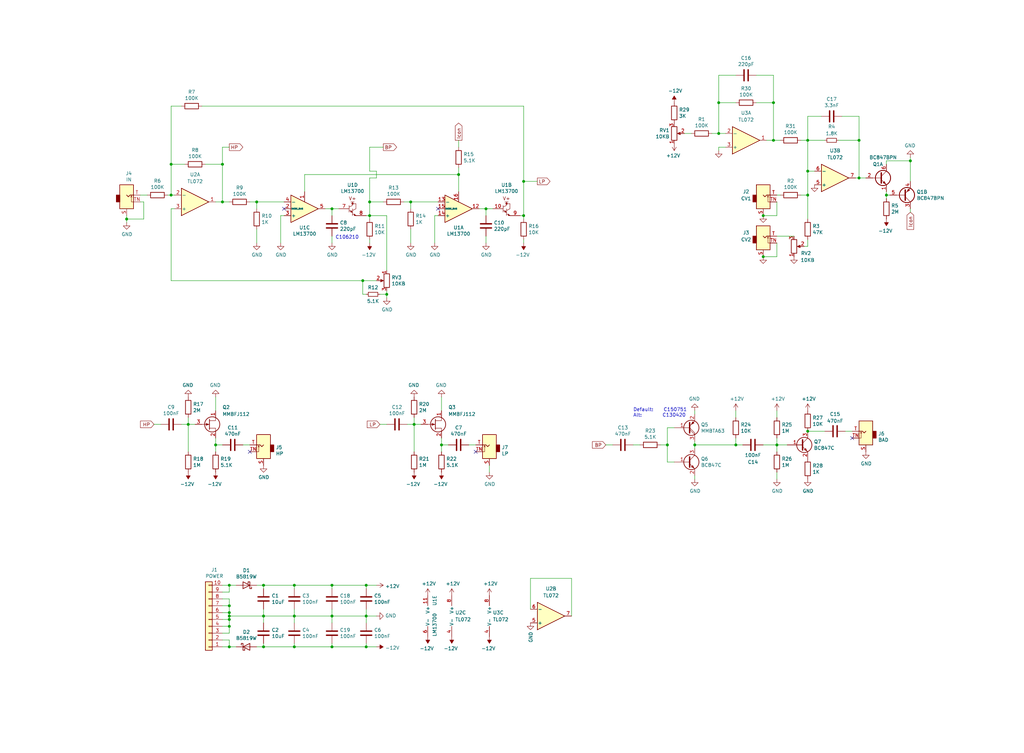
<source format=kicad_sch>
(kicad_sch (version 20211123) (generator eeschema)

  (uuid e5203297-b913-4288-a576-12a92185cb52)

  (paper "User" 380.009 279.4)

  (lib_symbols
    (symbol "Amplifier_Operational:TL072" (pin_names (offset 0.127)) (in_bom yes) (on_board yes)
      (property "Reference" "U" (id 0) (at 0 5.08 0)
        (effects (font (size 1.27 1.27)) (justify left))
      )
      (property "Value" "TL072" (id 1) (at 0 -5.08 0)
        (effects (font (size 1.27 1.27)) (justify left))
      )
      (property "Footprint" "" (id 2) (at 0 0 0)
        (effects (font (size 1.27 1.27)) hide)
      )
      (property "Datasheet" "http://www.ti.com/lit/ds/symlink/tl071.pdf" (id 3) (at 0 0 0)
        (effects (font (size 1.27 1.27)) hide)
      )
      (property "ki_locked" "" (id 4) (at 0 0 0)
        (effects (font (size 1.27 1.27)))
      )
      (property "ki_keywords" "dual opamp" (id 5) (at 0 0 0)
        (effects (font (size 1.27 1.27)) hide)
      )
      (property "ki_description" "Dual Low-Noise JFET-Input Operational Amplifiers, DIP-8/SOIC-8" (id 6) (at 0 0 0)
        (effects (font (size 1.27 1.27)) hide)
      )
      (property "ki_fp_filters" "SOIC*3.9x4.9mm*P1.27mm* DIP*W7.62mm* TO*99* OnSemi*Micro8* TSSOP*3x3mm*P0.65mm* TSSOP*4.4x3mm*P0.65mm* MSOP*3x3mm*P0.65mm* SSOP*3.9x4.9mm*P0.635mm* LFCSP*2x2mm*P0.5mm* *SIP* SOIC*5.3x6.2mm*P1.27mm*" (id 7) (at 0 0 0)
        (effects (font (size 1.27 1.27)) hide)
      )
      (symbol "TL072_1_1"
        (polyline
          (pts
            (xy -5.08 5.08)
            (xy 5.08 0)
            (xy -5.08 -5.08)
            (xy -5.08 5.08)
          )
          (stroke (width 0.254) (type default) (color 0 0 0 0))
          (fill (type background))
        )
        (pin output line (at 7.62 0 180) (length 2.54)
          (name "~" (effects (font (size 1.27 1.27))))
          (number "1" (effects (font (size 1.27 1.27))))
        )
        (pin input line (at -7.62 -2.54 0) (length 2.54)
          (name "-" (effects (font (size 1.27 1.27))))
          (number "2" (effects (font (size 1.27 1.27))))
        )
        (pin input line (at -7.62 2.54 0) (length 2.54)
          (name "+" (effects (font (size 1.27 1.27))))
          (number "3" (effects (font (size 1.27 1.27))))
        )
      )
      (symbol "TL072_2_1"
        (polyline
          (pts
            (xy -5.08 5.08)
            (xy 5.08 0)
            (xy -5.08 -5.08)
            (xy -5.08 5.08)
          )
          (stroke (width 0.254) (type default) (color 0 0 0 0))
          (fill (type background))
        )
        (pin input line (at -7.62 2.54 0) (length 2.54)
          (name "+" (effects (font (size 1.27 1.27))))
          (number "5" (effects (font (size 1.27 1.27))))
        )
        (pin input line (at -7.62 -2.54 0) (length 2.54)
          (name "-" (effects (font (size 1.27 1.27))))
          (number "6" (effects (font (size 1.27 1.27))))
        )
        (pin output line (at 7.62 0 180) (length 2.54)
          (name "~" (effects (font (size 1.27 1.27))))
          (number "7" (effects (font (size 1.27 1.27))))
        )
      )
      (symbol "TL072_3_1"
        (pin power_in line (at -2.54 -7.62 90) (length 3.81)
          (name "V-" (effects (font (size 1.27 1.27))))
          (number "4" (effects (font (size 1.27 1.27))))
        )
        (pin power_in line (at -2.54 7.62 270) (length 3.81)
          (name "V+" (effects (font (size 1.27 1.27))))
          (number "8" (effects (font (size 1.27 1.27))))
        )
      )
    )
    (symbol "Connector_Generic:Conn_01x10" (pin_names (offset 1.016) hide) (in_bom yes) (on_board yes)
      (property "Reference" "J" (id 0) (at 0 12.7 0)
        (effects (font (size 1.27 1.27)))
      )
      (property "Value" "Conn_01x10" (id 1) (at 0 -15.24 0)
        (effects (font (size 1.27 1.27)))
      )
      (property "Footprint" "" (id 2) (at 0 0 0)
        (effects (font (size 1.27 1.27)) hide)
      )
      (property "Datasheet" "~" (id 3) (at 0 0 0)
        (effects (font (size 1.27 1.27)) hide)
      )
      (property "ki_keywords" "connector" (id 4) (at 0 0 0)
        (effects (font (size 1.27 1.27)) hide)
      )
      (property "ki_description" "Generic connector, single row, 01x10, script generated (kicad-library-utils/schlib/autogen/connector/)" (id 5) (at 0 0 0)
        (effects (font (size 1.27 1.27)) hide)
      )
      (property "ki_fp_filters" "Connector*:*_1x??_*" (id 6) (at 0 0 0)
        (effects (font (size 1.27 1.27)) hide)
      )
      (symbol "Conn_01x10_1_1"
        (rectangle (start -1.27 -12.573) (end 0 -12.827)
          (stroke (width 0.1524) (type default) (color 0 0 0 0))
          (fill (type none))
        )
        (rectangle (start -1.27 -10.033) (end 0 -10.287)
          (stroke (width 0.1524) (type default) (color 0 0 0 0))
          (fill (type none))
        )
        (rectangle (start -1.27 -7.493) (end 0 -7.747)
          (stroke (width 0.1524) (type default) (color 0 0 0 0))
          (fill (type none))
        )
        (rectangle (start -1.27 -4.953) (end 0 -5.207)
          (stroke (width 0.1524) (type default) (color 0 0 0 0))
          (fill (type none))
        )
        (rectangle (start -1.27 -2.413) (end 0 -2.667)
          (stroke (width 0.1524) (type default) (color 0 0 0 0))
          (fill (type none))
        )
        (rectangle (start -1.27 0.127) (end 0 -0.127)
          (stroke (width 0.1524) (type default) (color 0 0 0 0))
          (fill (type none))
        )
        (rectangle (start -1.27 2.667) (end 0 2.413)
          (stroke (width 0.1524) (type default) (color 0 0 0 0))
          (fill (type none))
        )
        (rectangle (start -1.27 5.207) (end 0 4.953)
          (stroke (width 0.1524) (type default) (color 0 0 0 0))
          (fill (type none))
        )
        (rectangle (start -1.27 7.747) (end 0 7.493)
          (stroke (width 0.1524) (type default) (color 0 0 0 0))
          (fill (type none))
        )
        (rectangle (start -1.27 10.287) (end 0 10.033)
          (stroke (width 0.1524) (type default) (color 0 0 0 0))
          (fill (type none))
        )
        (rectangle (start -1.27 11.43) (end 1.27 -13.97)
          (stroke (width 0.254) (type default) (color 0 0 0 0))
          (fill (type background))
        )
        (pin passive line (at -5.08 10.16 0) (length 3.81)
          (name "Pin_1" (effects (font (size 1.27 1.27))))
          (number "1" (effects (font (size 1.27 1.27))))
        )
        (pin passive line (at -5.08 -12.7 0) (length 3.81)
          (name "Pin_10" (effects (font (size 1.27 1.27))))
          (number "10" (effects (font (size 1.27 1.27))))
        )
        (pin passive line (at -5.08 7.62 0) (length 3.81)
          (name "Pin_2" (effects (font (size 1.27 1.27))))
          (number "2" (effects (font (size 1.27 1.27))))
        )
        (pin passive line (at -5.08 5.08 0) (length 3.81)
          (name "Pin_3" (effects (font (size 1.27 1.27))))
          (number "3" (effects (font (size 1.27 1.27))))
        )
        (pin passive line (at -5.08 2.54 0) (length 3.81)
          (name "Pin_4" (effects (font (size 1.27 1.27))))
          (number "4" (effects (font (size 1.27 1.27))))
        )
        (pin passive line (at -5.08 0 0) (length 3.81)
          (name "Pin_5" (effects (font (size 1.27 1.27))))
          (number "5" (effects (font (size 1.27 1.27))))
        )
        (pin passive line (at -5.08 -2.54 0) (length 3.81)
          (name "Pin_6" (effects (font (size 1.27 1.27))))
          (number "6" (effects (font (size 1.27 1.27))))
        )
        (pin passive line (at -5.08 -5.08 0) (length 3.81)
          (name "Pin_7" (effects (font (size 1.27 1.27))))
          (number "7" (effects (font (size 1.27 1.27))))
        )
        (pin passive line (at -5.08 -7.62 0) (length 3.81)
          (name "Pin_8" (effects (font (size 1.27 1.27))))
          (number "8" (effects (font (size 1.27 1.27))))
        )
        (pin passive line (at -5.08 -10.16 0) (length 3.81)
          (name "Pin_9" (effects (font (size 1.27 1.27))))
          (number "9" (effects (font (size 1.27 1.27))))
        )
      )
    )
    (symbol "Device:C" (pin_numbers hide) (pin_names (offset 0.254)) (in_bom yes) (on_board yes)
      (property "Reference" "C" (id 0) (at 0.635 2.54 0)
        (effects (font (size 1.27 1.27)) (justify left))
      )
      (property "Value" "C" (id 1) (at 0.635 -2.54 0)
        (effects (font (size 1.27 1.27)) (justify left))
      )
      (property "Footprint" "" (id 2) (at 0.9652 -3.81 0)
        (effects (font (size 1.27 1.27)) hide)
      )
      (property "Datasheet" "~" (id 3) (at 0 0 0)
        (effects (font (size 1.27 1.27)) hide)
      )
      (property "ki_keywords" "cap capacitor" (id 4) (at 0 0 0)
        (effects (font (size 1.27 1.27)) hide)
      )
      (property "ki_description" "Unpolarized capacitor" (id 5) (at 0 0 0)
        (effects (font (size 1.27 1.27)) hide)
      )
      (property "ki_fp_filters" "C_*" (id 6) (at 0 0 0)
        (effects (font (size 1.27 1.27)) hide)
      )
      (symbol "C_0_1"
        (polyline
          (pts
            (xy -2.032 -0.762)
            (xy 2.032 -0.762)
          )
          (stroke (width 0.508) (type default) (color 0 0 0 0))
          (fill (type none))
        )
        (polyline
          (pts
            (xy -2.032 0.762)
            (xy 2.032 0.762)
          )
          (stroke (width 0.508) (type default) (color 0 0 0 0))
          (fill (type none))
        )
      )
      (symbol "C_1_1"
        (pin passive line (at 0 3.81 270) (length 2.794)
          (name "~" (effects (font (size 1.27 1.27))))
          (number "1" (effects (font (size 1.27 1.27))))
        )
        (pin passive line (at 0 -3.81 90) (length 2.794)
          (name "~" (effects (font (size 1.27 1.27))))
          (number "2" (effects (font (size 1.27 1.27))))
        )
      )
    )
    (symbol "Device:D_Schottky" (pin_numbers hide) (pin_names (offset 1.016) hide) (in_bom yes) (on_board yes)
      (property "Reference" "D" (id 0) (at 0 2.54 0)
        (effects (font (size 1.27 1.27)))
      )
      (property "Value" "D_Schottky" (id 1) (at 0 -2.54 0)
        (effects (font (size 1.27 1.27)))
      )
      (property "Footprint" "" (id 2) (at 0 0 0)
        (effects (font (size 1.27 1.27)) hide)
      )
      (property "Datasheet" "~" (id 3) (at 0 0 0)
        (effects (font (size 1.27 1.27)) hide)
      )
      (property "ki_keywords" "diode Schottky" (id 4) (at 0 0 0)
        (effects (font (size 1.27 1.27)) hide)
      )
      (property "ki_description" "Schottky diode" (id 5) (at 0 0 0)
        (effects (font (size 1.27 1.27)) hide)
      )
      (property "ki_fp_filters" "TO-???* *_Diode_* *SingleDiode* D_*" (id 6) (at 0 0 0)
        (effects (font (size 1.27 1.27)) hide)
      )
      (symbol "D_Schottky_0_1"
        (polyline
          (pts
            (xy 1.27 0)
            (xy -1.27 0)
          )
          (stroke (width 0) (type default) (color 0 0 0 0))
          (fill (type none))
        )
        (polyline
          (pts
            (xy 1.27 1.27)
            (xy 1.27 -1.27)
            (xy -1.27 0)
            (xy 1.27 1.27)
          )
          (stroke (width 0.254) (type default) (color 0 0 0 0))
          (fill (type none))
        )
        (polyline
          (pts
            (xy -1.905 0.635)
            (xy -1.905 1.27)
            (xy -1.27 1.27)
            (xy -1.27 -1.27)
            (xy -0.635 -1.27)
            (xy -0.635 -0.635)
          )
          (stroke (width 0.254) (type default) (color 0 0 0 0))
          (fill (type none))
        )
      )
      (symbol "D_Schottky_1_1"
        (pin passive line (at -3.81 0 0) (length 2.54)
          (name "K" (effects (font (size 1.27 1.27))))
          (number "1" (effects (font (size 1.27 1.27))))
        )
        (pin passive line (at 3.81 0 180) (length 2.54)
          (name "A" (effects (font (size 1.27 1.27))))
          (number "2" (effects (font (size 1.27 1.27))))
        )
      )
    )
    (symbol "Device:Q_DUAL_NPN_PNP_E1B1C2E2B2C1" (pin_names (offset 0) hide) (in_bom yes) (on_board yes)
      (property "Reference" "Q" (id 0) (at 5.08 1.27 0)
        (effects (font (size 1.27 1.27)) (justify left))
      )
      (property "Value" "Device_Q_DUAL_NPN_PNP_E1B1C2E2B2C1" (id 1) (at 5.08 -1.27 0)
        (effects (font (size 1.27 1.27)) (justify left))
      )
      (property "Footprint" "" (id 2) (at 5.08 2.54 0)
        (effects (font (size 1.27 1.27)) hide)
      )
      (property "Datasheet" "" (id 3) (at 0 0 0)
        (effects (font (size 1.27 1.27)) hide)
      )
      (property "ki_locked" "" (id 4) (at 0 0 0)
        (effects (font (size 1.27 1.27)))
      )
      (property "ki_fp_filters" "SC?70* SC?88* SOT?363* SOT?23*" (id 5) (at 0 0 0)
        (effects (font (size 1.27 1.27)) hide)
      )
      (symbol "Q_DUAL_NPN_PNP_E1B1C2E2B2C1_0_1"
        (polyline
          (pts
            (xy 0.635 0)
            (xy -2.54 0)
          )
          (stroke (width 0) (type default) (color 0 0 0 0))
          (fill (type none))
        )
        (circle (center 1.27 0) (radius 2.8194)
          (stroke (width 0.254) (type default) (color 0 0 0 0))
          (fill (type none))
        )
        (circle (center 1.27 0) (radius 2.8194)
          (stroke (width 0.254) (type default) (color 0 0 0 0))
          (fill (type none))
        )
      )
      (symbol "Q_DUAL_NPN_PNP_E1B1C2E2B2C1_1_1"
        (polyline
          (pts
            (xy 0.635 0.635)
            (xy 2.54 2.54)
          )
          (stroke (width 0) (type default) (color 0 0 0 0))
          (fill (type none))
        )
        (polyline
          (pts
            (xy 0.635 -0.635)
            (xy 2.54 -2.54)
            (xy 2.54 -2.54)
          )
          (stroke (width 0) (type default) (color 0 0 0 0))
          (fill (type none))
        )
        (polyline
          (pts
            (xy 0.635 1.905)
            (xy 0.635 -1.905)
            (xy 0.635 -1.905)
          )
          (stroke (width 0.508) (type default) (color 0 0 0 0))
          (fill (type none))
        )
        (polyline
          (pts
            (xy 1.27 -1.778)
            (xy 1.778 -1.27)
            (xy 2.286 -2.286)
            (xy 1.27 -1.778)
            (xy 1.27 -1.778)
          )
          (stroke (width 0) (type default) (color 0 0 0 0))
          (fill (type outline))
        )
        (pin passive line (at 2.54 -5.08 90) (length 2.54)
          (name "E1" (effects (font (size 1.27 1.27))))
          (number "1" (effects (font (size 1.27 1.27))))
        )
        (pin input line (at -5.08 0 0) (length 2.54)
          (name "B1" (effects (font (size 1.27 1.27))))
          (number "2" (effects (font (size 1.27 1.27))))
        )
        (pin passive line (at 2.54 5.08 270) (length 2.54)
          (name "C1" (effects (font (size 1.27 1.27))))
          (number "6" (effects (font (size 1.27 1.27))))
        )
      )
      (symbol "Q_DUAL_NPN_PNP_E1B1C2E2B2C1_2_1"
        (polyline
          (pts
            (xy 0.635 0.635)
            (xy 2.54 2.54)
          )
          (stroke (width 0) (type default) (color 0 0 0 0))
          (fill (type none))
        )
        (polyline
          (pts
            (xy 0.635 -0.635)
            (xy 2.54 -2.54)
            (xy 2.54 -2.54)
          )
          (stroke (width 0) (type default) (color 0 0 0 0))
          (fill (type none))
        )
        (polyline
          (pts
            (xy 0.635 1.905)
            (xy 0.635 -1.905)
            (xy 0.635 -1.905)
          )
          (stroke (width 0.508) (type default) (color 0 0 0 0))
          (fill (type none))
        )
        (polyline
          (pts
            (xy 2.286 -1.778)
            (xy 1.778 -2.286)
            (xy 1.27 -1.27)
            (xy 2.286 -1.778)
            (xy 2.286 -1.778)
          )
          (stroke (width 0) (type default) (color 0 0 0 0))
          (fill (type outline))
        )
        (pin passive line (at 2.54 5.08 270) (length 2.54)
          (name "C2" (effects (font (size 1.27 1.27))))
          (number "3" (effects (font (size 1.27 1.27))))
        )
        (pin passive line (at 2.54 -5.08 90) (length 2.54)
          (name "E2" (effects (font (size 1.27 1.27))))
          (number "4" (effects (font (size 1.27 1.27))))
        )
        (pin input line (at -5.08 0 0) (length 2.54)
          (name "B2" (effects (font (size 1.27 1.27))))
          (number "5" (effects (font (size 1.27 1.27))))
        )
      )
    )
    (symbol "Device:Q_NPN_BEC" (pin_names (offset 0) hide) (in_bom yes) (on_board yes)
      (property "Reference" "Q" (id 0) (at 5.08 1.27 0)
        (effects (font (size 1.27 1.27)) (justify left))
      )
      (property "Value" "Q_NPN_BEC" (id 1) (at 5.08 -1.27 0)
        (effects (font (size 1.27 1.27)) (justify left))
      )
      (property "Footprint" "" (id 2) (at 5.08 2.54 0)
        (effects (font (size 1.27 1.27)) hide)
      )
      (property "Datasheet" "~" (id 3) (at 0 0 0)
        (effects (font (size 1.27 1.27)) hide)
      )
      (property "ki_keywords" "transistor NPN" (id 4) (at 0 0 0)
        (effects (font (size 1.27 1.27)) hide)
      )
      (property "ki_description" "NPN transistor, base/emitter/collector" (id 5) (at 0 0 0)
        (effects (font (size 1.27 1.27)) hide)
      )
      (symbol "Q_NPN_BEC_0_1"
        (polyline
          (pts
            (xy 0.635 0.635)
            (xy 2.54 2.54)
          )
          (stroke (width 0) (type default) (color 0 0 0 0))
          (fill (type none))
        )
        (polyline
          (pts
            (xy 0.635 -0.635)
            (xy 2.54 -2.54)
            (xy 2.54 -2.54)
          )
          (stroke (width 0) (type default) (color 0 0 0 0))
          (fill (type none))
        )
        (polyline
          (pts
            (xy 0.635 1.905)
            (xy 0.635 -1.905)
            (xy 0.635 -1.905)
          )
          (stroke (width 0.508) (type default) (color 0 0 0 0))
          (fill (type none))
        )
        (polyline
          (pts
            (xy 1.27 -1.778)
            (xy 1.778 -1.27)
            (xy 2.286 -2.286)
            (xy 1.27 -1.778)
            (xy 1.27 -1.778)
          )
          (stroke (width 0) (type default) (color 0 0 0 0))
          (fill (type outline))
        )
        (circle (center 1.27 0) (radius 2.8194)
          (stroke (width 0.254) (type default) (color 0 0 0 0))
          (fill (type none))
        )
      )
      (symbol "Q_NPN_BEC_1_1"
        (pin input line (at -5.08 0 0) (length 5.715)
          (name "B" (effects (font (size 1.27 1.27))))
          (number "1" (effects (font (size 1.27 1.27))))
        )
        (pin passive line (at 2.54 -5.08 90) (length 2.54)
          (name "E" (effects (font (size 1.27 1.27))))
          (number "2" (effects (font (size 1.27 1.27))))
        )
        (pin passive line (at 2.54 5.08 270) (length 2.54)
          (name "C" (effects (font (size 1.27 1.27))))
          (number "3" (effects (font (size 1.27 1.27))))
        )
      )
    )
    (symbol "Device:Q_PNP_Darlington_BEC" (pin_names (offset 0) hide) (in_bom yes) (on_board yes)
      (property "Reference" "Q" (id 0) (at 4.572 1.27 0)
        (effects (font (size 1.27 1.27)) (justify left))
      )
      (property "Value" "Q_PNP_Darlington_BEC" (id 1) (at 4.572 -1.27 0)
        (effects (font (size 1.27 1.27)) (justify left))
      )
      (property "Footprint" "" (id 2) (at 5.08 2.54 0)
        (effects (font (size 1.27 1.27)) hide)
      )
      (property "Datasheet" "~" (id 3) (at 0 0 0)
        (effects (font (size 1.27 1.27)) hide)
      )
      (property "ki_keywords" "transistor PNP Darlington" (id 4) (at 0 0 0)
        (effects (font (size 1.27 1.27)) hide)
      )
      (property "ki_description" "PNP Darlington transistor, base/emitter/collector" (id 5) (at 0 0 0)
        (effects (font (size 1.27 1.27)) hide)
      )
      (symbol "Q_PNP_Darlington_BEC_0_1"
        (polyline
          (pts
            (xy 0.635 0.635)
            (xy 2.54 2.54)
          )
          (stroke (width 0) (type default) (color 0 0 0 0))
          (fill (type none))
        )
        (polyline
          (pts
            (xy 0.635 -0.635)
            (xy 2.54 -2.54)
            (xy 2.54 -2.54)
          )
          (stroke (width 0) (type default) (color 0 0 0 0))
          (fill (type none))
        )
        (polyline
          (pts
            (xy 0.635 0)
            (xy 2.54 1.905)
            (xy 2.54 2.54)
          )
          (stroke (width 0) (type default) (color 0 0 0 0))
          (fill (type none))
        )
        (polyline
          (pts
            (xy 0.635 1.905)
            (xy 0.635 -1.905)
            (xy 0.635 -1.905)
          )
          (stroke (width 0.508) (type default) (color 0 0 0 0))
          (fill (type none))
        )
        (polyline
          (pts
            (xy 2.286 -1.778)
            (xy 1.778 -2.286)
            (xy 1.27 -1.27)
            (xy 2.286 -1.778)
            (xy 2.286 -1.778)
          )
          (stroke (width 0) (type default) (color 0 0 0 0))
          (fill (type outline))
        )
        (circle (center 1.27 0) (radius 2.8194)
          (stroke (width 0.254) (type default) (color 0 0 0 0))
          (fill (type none))
        )
      )
      (symbol "Q_PNP_Darlington_BEC_1_1"
        (pin input line (at -5.08 0 0) (length 5.715)
          (name "B" (effects (font (size 1.27 1.27))))
          (number "1" (effects (font (size 1.27 1.27))))
        )
        (pin passive line (at 2.54 -5.08 90) (length 2.54)
          (name "E" (effects (font (size 1.27 1.27))))
          (number "2" (effects (font (size 1.27 1.27))))
        )
        (pin passive line (at 2.54 5.08 270) (length 2.54)
          (name "C" (effects (font (size 1.27 1.27))))
          (number "3" (effects (font (size 1.27 1.27))))
        )
      )
    )
    (symbol "Device:R" (pin_numbers hide) (pin_names (offset 0)) (in_bom yes) (on_board yes)
      (property "Reference" "R" (id 0) (at 2.032 0 90)
        (effects (font (size 1.27 1.27)))
      )
      (property "Value" "R" (id 1) (at 0 0 90)
        (effects (font (size 1.27 1.27)))
      )
      (property "Footprint" "" (id 2) (at -1.778 0 90)
        (effects (font (size 1.27 1.27)) hide)
      )
      (property "Datasheet" "~" (id 3) (at 0 0 0)
        (effects (font (size 1.27 1.27)) hide)
      )
      (property "ki_keywords" "R res resistor" (id 4) (at 0 0 0)
        (effects (font (size 1.27 1.27)) hide)
      )
      (property "ki_description" "Resistor" (id 5) (at 0 0 0)
        (effects (font (size 1.27 1.27)) hide)
      )
      (property "ki_fp_filters" "R_*" (id 6) (at 0 0 0)
        (effects (font (size 1.27 1.27)) hide)
      )
      (symbol "R_0_1"
        (rectangle (start -1.016 -2.54) (end 1.016 2.54)
          (stroke (width 0.254) (type default) (color 0 0 0 0))
          (fill (type none))
        )
      )
      (symbol "R_1_1"
        (pin passive line (at 0 3.81 270) (length 1.27)
          (name "~" (effects (font (size 1.27 1.27))))
          (number "1" (effects (font (size 1.27 1.27))))
        )
        (pin passive line (at 0 -3.81 90) (length 1.27)
          (name "~" (effects (font (size 1.27 1.27))))
          (number "2" (effects (font (size 1.27 1.27))))
        )
      )
    )
    (symbol "Device:R_POT" (pin_names (offset 1.016) hide) (in_bom yes) (on_board yes)
      (property "Reference" "RV" (id 0) (at -4.445 0 90)
        (effects (font (size 1.27 1.27)))
      )
      (property "Value" "Device_R_POT" (id 1) (at -2.54 0 90)
        (effects (font (size 1.27 1.27)))
      )
      (property "Footprint" "" (id 2) (at 0 0 0)
        (effects (font (size 1.27 1.27)) hide)
      )
      (property "Datasheet" "" (id 3) (at 0 0 0)
        (effects (font (size 1.27 1.27)) hide)
      )
      (property "ki_fp_filters" "Potentiometer*" (id 4) (at 0 0 0)
        (effects (font (size 1.27 1.27)) hide)
      )
      (symbol "R_POT_0_1"
        (polyline
          (pts
            (xy 2.54 0)
            (xy 1.524 0)
          )
          (stroke (width 0) (type default) (color 0 0 0 0))
          (fill (type none))
        )
        (polyline
          (pts
            (xy 1.143 0)
            (xy 2.286 0.508)
            (xy 2.286 -0.508)
            (xy 1.143 0)
          )
          (stroke (width 0) (type default) (color 0 0 0 0))
          (fill (type outline))
        )
        (rectangle (start 1.016 2.54) (end -1.016 -2.54)
          (stroke (width 0.254) (type default) (color 0 0 0 0))
          (fill (type none))
        )
      )
      (symbol "R_POT_1_1"
        (pin passive line (at 0 3.81 270) (length 1.27)
          (name "1" (effects (font (size 1.27 1.27))))
          (number "1" (effects (font (size 1.27 1.27))))
        )
        (pin passive line (at 3.81 0 180) (length 1.27)
          (name "2" (effects (font (size 1.27 1.27))))
          (number "2" (effects (font (size 1.27 1.27))))
        )
        (pin passive line (at 0 -3.81 90) (length 1.27)
          (name "3" (effects (font (size 1.27 1.27))))
          (number "3" (effects (font (size 1.27 1.27))))
        )
      )
    )
    (symbol "Device:R_Small" (pin_numbers hide) (pin_names (offset 0.254) hide) (in_bom yes) (on_board yes)
      (property "Reference" "R" (id 0) (at 0.762 0.508 0)
        (effects (font (size 1.27 1.27)) (justify left))
      )
      (property "Value" "R_Small" (id 1) (at 0.762 -1.016 0)
        (effects (font (size 1.27 1.27)) (justify left))
      )
      (property "Footprint" "" (id 2) (at 0 0 0)
        (effects (font (size 1.27 1.27)) hide)
      )
      (property "Datasheet" "~" (id 3) (at 0 0 0)
        (effects (font (size 1.27 1.27)) hide)
      )
      (property "ki_keywords" "R resistor" (id 4) (at 0 0 0)
        (effects (font (size 1.27 1.27)) hide)
      )
      (property "ki_description" "Resistor, small symbol" (id 5) (at 0 0 0)
        (effects (font (size 1.27 1.27)) hide)
      )
      (property "ki_fp_filters" "R_*" (id 6) (at 0 0 0)
        (effects (font (size 1.27 1.27)) hide)
      )
      (symbol "R_Small_0_1"
        (rectangle (start -0.762 1.778) (end 0.762 -1.778)
          (stroke (width 0.2032) (type default) (color 0 0 0 0))
          (fill (type none))
        )
      )
      (symbol "R_Small_1_1"
        (pin passive line (at 0 2.54 270) (length 0.762)
          (name "~" (effects (font (size 1.27 1.27))))
          (number "1" (effects (font (size 1.27 1.27))))
        )
        (pin passive line (at 0 -2.54 90) (length 0.762)
          (name "~" (effects (font (size 1.27 1.27))))
          (number "2" (effects (font (size 1.27 1.27))))
        )
      )
    )
    (symbol "Transistor_FET:MMBFJ112" (pin_names hide) (in_bom yes) (on_board yes)
      (property "Reference" "Q" (id 0) (at 5.08 1.905 0)
        (effects (font (size 1.27 1.27)) (justify left))
      )
      (property "Value" "MMBFJ112" (id 1) (at 5.08 0 0)
        (effects (font (size 1.27 1.27)) (justify left))
      )
      (property "Footprint" "Package_TO_SOT_SMD:SOT-23" (id 2) (at 5.08 -1.905 0)
        (effects (font (size 1.27 1.27) italic) (justify left) hide)
      )
      (property "Datasheet" "https://www.onsemi.com/pub/Collateral/MMBFJ113-D.PDF" (id 3) (at 0 0 0)
        (effects (font (size 1.27 1.27)) (justify left) hide)
      )
      (property "ki_keywords" "N-Channel FET Transistor" (id 4) (at 0 0 0)
        (effects (font (size 1.27 1.27)) hide)
      )
      (property "ki_description" "5mA min, 35V, 50mOhm max, 1-5V Vgs(off), N-Channel JFET, SOT-23" (id 5) (at 0 0 0)
        (effects (font (size 1.27 1.27)) hide)
      )
      (property "ki_fp_filters" "SOT?23*" (id 6) (at 0 0 0)
        (effects (font (size 1.27 1.27)) hide)
      )
      (symbol "MMBFJ112_0_1"
        (polyline
          (pts
            (xy 0.254 0)
            (xy -2.54 0)
          )
          (stroke (width 0) (type default) (color 0 0 0 0))
          (fill (type none))
        )
        (polyline
          (pts
            (xy 0.254 1.905)
            (xy 0.254 -1.905)
          )
          (stroke (width 0.254) (type default) (color 0 0 0 0))
          (fill (type none))
        )
        (polyline
          (pts
            (xy 2.54 -2.54)
            (xy 2.54 -1.397)
            (xy 0.254 -1.397)
          )
          (stroke (width 0) (type default) (color 0 0 0 0))
          (fill (type none))
        )
        (polyline
          (pts
            (xy 2.54 2.54)
            (xy 2.54 1.397)
            (xy 0.254 1.397)
          )
          (stroke (width 0) (type default) (color 0 0 0 0))
          (fill (type none))
        )
        (polyline
          (pts
            (xy 0 0)
            (xy -1.016 0.381)
            (xy -1.016 -0.381)
            (xy 0 0)
          )
          (stroke (width 0) (type default) (color 0 0 0 0))
          (fill (type outline))
        )
        (circle (center 1.27 0) (radius 2.8194)
          (stroke (width 0.254) (type default) (color 0 0 0 0))
          (fill (type none))
        )
      )
      (symbol "MMBFJ112_1_1"
        (pin passive line (at 2.54 5.08 270) (length 2.54)
          (name "D" (effects (font (size 1.27 1.27))))
          (number "1" (effects (font (size 1.27 1.27))))
        )
        (pin passive line (at 2.54 -5.08 90) (length 2.54)
          (name "S" (effects (font (size 1.27 1.27))))
          (number "2" (effects (font (size 1.27 1.27))))
        )
        (pin input line (at -5.08 0 0) (length 2.54)
          (name "G" (effects (font (size 1.27 1.27))))
          (number "3" (effects (font (size 1.27 1.27))))
        )
      )
    )
    (symbol "power:+12V" (power) (pin_names (offset 0)) (in_bom yes) (on_board yes)
      (property "Reference" "#PWR" (id 0) (at 0 -3.81 0)
        (effects (font (size 1.27 1.27)) hide)
      )
      (property "Value" "+12V" (id 1) (at 0 3.556 0)
        (effects (font (size 1.27 1.27)))
      )
      (property "Footprint" "" (id 2) (at 0 0 0)
        (effects (font (size 1.27 1.27)) hide)
      )
      (property "Datasheet" "" (id 3) (at 0 0 0)
        (effects (font (size 1.27 1.27)) hide)
      )
      (property "ki_keywords" "power-flag" (id 4) (at 0 0 0)
        (effects (font (size 1.27 1.27)) hide)
      )
      (property "ki_description" "Power symbol creates a global label with name \"+12V\"" (id 5) (at 0 0 0)
        (effects (font (size 1.27 1.27)) hide)
      )
      (symbol "+12V_0_1"
        (polyline
          (pts
            (xy -0.762 1.27)
            (xy 0 2.54)
          )
          (stroke (width 0) (type default) (color 0 0 0 0))
          (fill (type none))
        )
        (polyline
          (pts
            (xy 0 0)
            (xy 0 2.54)
          )
          (stroke (width 0) (type default) (color 0 0 0 0))
          (fill (type none))
        )
        (polyline
          (pts
            (xy 0 2.54)
            (xy 0.762 1.27)
          )
          (stroke (width 0) (type default) (color 0 0 0 0))
          (fill (type none))
        )
      )
      (symbol "+12V_1_1"
        (pin power_in line (at 0 0 90) (length 0) hide
          (name "+12V" (effects (font (size 1.27 1.27))))
          (number "1" (effects (font (size 1.27 1.27))))
        )
      )
    )
    (symbol "power:-12V" (power) (pin_names (offset 0)) (in_bom yes) (on_board yes)
      (property "Reference" "#PWR" (id 0) (at 0 2.54 0)
        (effects (font (size 1.27 1.27)) hide)
      )
      (property "Value" "-12V" (id 1) (at 0 3.81 0)
        (effects (font (size 1.27 1.27)))
      )
      (property "Footprint" "" (id 2) (at 0 0 0)
        (effects (font (size 1.27 1.27)) hide)
      )
      (property "Datasheet" "" (id 3) (at 0 0 0)
        (effects (font (size 1.27 1.27)) hide)
      )
      (property "ki_keywords" "power-flag" (id 4) (at 0 0 0)
        (effects (font (size 1.27 1.27)) hide)
      )
      (property "ki_description" "Power symbol creates a global label with name \"-12V\"" (id 5) (at 0 0 0)
        (effects (font (size 1.27 1.27)) hide)
      )
      (symbol "-12V_0_0"
        (pin power_in line (at 0 0 90) (length 0) hide
          (name "-12V" (effects (font (size 1.27 1.27))))
          (number "1" (effects (font (size 1.27 1.27))))
        )
      )
      (symbol "-12V_0_1"
        (polyline
          (pts
            (xy 0 0)
            (xy 0 1.27)
            (xy 0.762 1.27)
            (xy 0 2.54)
            (xy -0.762 1.27)
            (xy 0 1.27)
          )
          (stroke (width 0) (type default) (color 0 0 0 0))
          (fill (type outline))
        )
      )
    )
    (symbol "power:GND" (power) (pin_names (offset 0)) (in_bom yes) (on_board yes)
      (property "Reference" "#PWR" (id 0) (at 0 -6.35 0)
        (effects (font (size 1.27 1.27)) hide)
      )
      (property "Value" "GND" (id 1) (at 0 -3.81 0)
        (effects (font (size 1.27 1.27)))
      )
      (property "Footprint" "" (id 2) (at 0 0 0)
        (effects (font (size 1.27 1.27)) hide)
      )
      (property "Datasheet" "" (id 3) (at 0 0 0)
        (effects (font (size 1.27 1.27)) hide)
      )
      (property "ki_keywords" "power-flag" (id 4) (at 0 0 0)
        (effects (font (size 1.27 1.27)) hide)
      )
      (property "ki_description" "Power symbol creates a global label with name \"GND\" , ground" (id 5) (at 0 0 0)
        (effects (font (size 1.27 1.27)) hide)
      )
      (symbol "GND_0_1"
        (polyline
          (pts
            (xy 0 0)
            (xy 0 -1.27)
            (xy 1.27 -1.27)
            (xy 0 -2.54)
            (xy -1.27 -1.27)
            (xy 0 -1.27)
          )
          (stroke (width 0) (type default) (color 0 0 0 0))
          (fill (type none))
        )
      )
      (symbol "GND_1_1"
        (pin power_in line (at 0 0 270) (length 0) hide
          (name "GND" (effects (font (size 1.27 1.27))))
          (number "1" (effects (font (size 1.27 1.27))))
        )
      )
    )
    (symbol "user_symbols_library:AudioJack2_PJ301M-12" (in_bom yes) (on_board yes)
      (property "Reference" "J" (id 0) (at 0 8.89 0)
        (effects (font (size 1.27 1.27)))
      )
      (property "Value" "user_symbols_library_AudioJack2_PJ301M-12" (id 1) (at 0 6.35 0)
        (effects (font (size 1.27 1.27)))
      )
      (property "Footprint" "" (id 2) (at 0 0 0)
        (effects (font (size 1.27 1.27)) hide)
      )
      (property "Datasheet" "" (id 3) (at 0 0 0)
        (effects (font (size 1.27 1.27)) hide)
      )
      (property "ki_fp_filters" "Jack*" (id 4) (at 0 0 0)
        (effects (font (size 1.27 1.27)) hide)
      )
      (symbol "AudioJack2_PJ301M-12_0_1"
        (rectangle (start -2.54 0) (end -3.81 -2.54)
          (stroke (width 0.254) (type default) (color 0 0 0 0))
          (fill (type outline))
        )
        (polyline
          (pts
            (xy 1.778 -0.254)
            (xy 2.032 -0.762)
          )
          (stroke (width 0) (type default) (color 0 0 0 0))
          (fill (type none))
        )
        (polyline
          (pts
            (xy 0 0)
            (xy 0.635 -0.635)
            (xy 1.27 0)
            (xy 2.54 0)
          )
          (stroke (width 0.254) (type default) (color 0 0 0 0))
          (fill (type none))
        )
        (polyline
          (pts
            (xy 2.54 -2.54)
            (xy 1.778 -2.54)
            (xy 1.778 -0.254)
            (xy 1.524 -0.762)
          )
          (stroke (width 0) (type default) (color 0 0 0 0))
          (fill (type none))
        )
        (rectangle (start 2.54 3.81) (end -2.54 -5.08)
          (stroke (width 0.254) (type default) (color 0 0 0 0))
          (fill (type background))
        )
      )
      (symbol "AudioJack2_PJ301M-12_1_1"
        (pin passive line (at 0 -7.62 90) (length 2.54)
          (name "~" (effects (font (size 1.27 1.27))))
          (number "S" (effects (font (size 1.27 1.27))))
        )
        (pin passive line (at 5.08 0 180) (length 2.54)
          (name "~" (effects (font (size 1.27 1.27))))
          (number "T" (effects (font (size 1.27 1.27))))
        )
        (pin passive line (at 5.08 -2.54 180) (length 2.54)
          (name "~" (effects (font (size 1.27 1.27))))
          (number "TN" (effects (font (size 1.27 1.27))))
        )
      )
    )
    (symbol "user_symbols_library:LM13700_Alt2" (pin_names (offset 0.127)) (in_bom yes) (on_board yes)
      (property "Reference" "U" (id 0) (at 3.81 5.08 0)
        (effects (font (size 1.27 1.27)))
      )
      (property "Value" "user_symbols_library_LM13700_Alt2" (id 1) (at 7.62 -5.08 0)
        (effects (font (size 1.27 1.27)))
      )
      (property "Footprint" "" (id 2) (at -7.62 0.635 0)
        (effects (font (size 1.27 1.27)) hide)
      )
      (property "Datasheet" "" (id 3) (at -7.62 0.635 0)
        (effects (font (size 1.27 1.27)) hide)
      )
      (property "ki_locked" "" (id 4) (at 0 0 0)
        (effects (font (size 1.27 1.27)))
      )
      (property "ki_fp_filters" "SOIC*3.9x9.9mm*P1.27mm* DIP*W7.62mm*" (id 5) (at 0 0 0)
        (effects (font (size 1.27 1.27)) hide)
      )
      (symbol "LM13700_Alt2_1_1"
        (polyline
          (pts
            (xy 5.08 0)
            (xy -5.08 -5.08)
            (xy -5.08 5.08)
            (xy 5.08 0)
          )
          (stroke (width 0.254) (type default) (color 0 0 0 0))
          (fill (type background))
        )
        (pin output line (at 7.62 0 180) (length 2.54)
          (name "~" (effects (font (size 1.27 1.27))))
          (number "12" (effects (font (size 1.27 1.27))))
        )
        (pin input line (at -7.62 2.54 0) (length 2.54)
          (name "-" (effects (font (size 1.27 1.27))))
          (number "13" (effects (font (size 1.27 1.27))))
        )
        (pin input line (at -7.62 -2.54 0) (length 2.54)
          (name "+" (effects (font (size 1.27 1.27))))
          (number "14" (effects (font (size 1.27 1.27))))
        )
        (pin input line (at -7.62 0 0) (length 2.54)
          (name "DIODE_BIAS" (effects (font (size 0.508 0.508))))
          (number "15" (effects (font (size 1.27 1.27))))
        )
        (pin input line (at 0 6.35 270) (length 3.81)
          (name "~" (effects (font (size 1.27 1.27))))
          (number "16" (effects (font (size 1.27 1.27))))
        )
      )
      (symbol "LM13700_Alt2_2_0"
        (polyline
          (pts
            (xy -1.905 2.54)
            (xy -3.175 2.54)
          )
          (stroke (width 0) (type default) (color 0 0 0 0))
          (fill (type none))
        )
      )
      (symbol "LM13700_Alt2_2_1"
        (circle (center -2.54 1.905) (radius 0.254)
          (stroke (width 0.254) (type default) (color 0 0 0 0))
          (fill (type outline))
        )
        (polyline
          (pts
            (xy -3.81 -0.635)
            (xy -2.54 -1.27)
          )
          (stroke (width 0) (type default) (color 0 0 0 0))
          (fill (type none))
        )
        (polyline
          (pts
            (xy -3.81 1.27)
            (xy -3.81 -1.27)
          )
          (stroke (width 0) (type default) (color 0 0 0 0))
          (fill (type none))
        )
        (polyline
          (pts
            (xy -2.54 -1.905)
            (xy -1.27 -2.54)
          )
          (stroke (width 0) (type default) (color 0 0 0 0))
          (fill (type none))
        )
        (polyline
          (pts
            (xy -2.54 0)
            (xy -2.54 -2.54)
          )
          (stroke (width 0) (type default) (color 0 0 0 0))
          (fill (type none))
        )
        (polyline
          (pts
            (xy -3.81 0.635)
            (xy -2.54 1.27)
            (xy -2.54 1.905)
            (xy -2.54 2.54)
          )
          (stroke (width 0) (type default) (color 0 0 0 0))
          (fill (type none))
        )
        (polyline
          (pts
            (xy -2.54 -1.27)
            (xy -3.175 -0.635)
            (xy -3.175 -1.27)
            (xy -2.54 -1.27)
          )
          (stroke (width 0) (type default) (color 0 0 0 0))
          (fill (type outline))
        )
        (polyline
          (pts
            (xy -2.54 -0.635)
            (xy -1.27 0)
            (xy -1.27 1.905)
            (xy -2.54 1.905)
          )
          (stroke (width 0) (type default) (color 0 0 0 0))
          (fill (type none))
        )
        (polyline
          (pts
            (xy -1.27 -2.54)
            (xy -1.905 -1.905)
            (xy -1.905 -2.54)
            (xy -1.27 -2.54)
          )
          (stroke (width 0) (type default) (color 0 0 0 0))
          (fill (type outline))
        )
        (text "V+" (at -2.54 3.81 0)
          (effects (font (size 1.27 1.27)))
        )
        (pin input line (at -7.62 0 0) (length 3.81)
          (name "~" (effects (font (size 1.27 1.27))))
          (number "10" (effects (font (size 1.27 1.27))))
        )
        (pin output line (at 2.54 -2.54 180) (length 3.81)
          (name "~" (effects (font (size 1.27 1.27))))
          (number "9" (effects (font (size 1.27 1.27))))
        )
      )
      (symbol "LM13700_Alt2_3_1"
        (polyline
          (pts
            (xy 5.08 0)
            (xy -5.08 -5.08)
            (xy -5.08 5.08)
            (xy 5.08 0)
          )
          (stroke (width 0.254) (type default) (color 0 0 0 0))
          (fill (type background))
        )
        (pin input line (at 0 6.35 270) (length 3.81)
          (name "~" (effects (font (size 1.27 1.27))))
          (number "1" (effects (font (size 1.27 1.27))))
        )
        (pin input line (at -7.62 0 0) (length 2.54)
          (name "DIODE_BIAS" (effects (font (size 0.508 0.508))))
          (number "2" (effects (font (size 1.27 1.27))))
        )
        (pin input line (at -7.62 -2.54 0) (length 2.54)
          (name "+" (effects (font (size 1.27 1.27))))
          (number "3" (effects (font (size 1.27 1.27))))
        )
        (pin input line (at -7.62 2.54 0) (length 2.54)
          (name "-" (effects (font (size 1.27 1.27))))
          (number "4" (effects (font (size 1.27 1.27))))
        )
        (pin output line (at 7.62 0 180) (length 2.54)
          (name "~" (effects (font (size 1.27 1.27))))
          (number "5" (effects (font (size 1.27 1.27))))
        )
      )
      (symbol "LM13700_Alt2_4_0"
        (polyline
          (pts
            (xy -3.175 2.54)
            (xy -1.905 2.54)
          )
          (stroke (width 0) (type default) (color 0 0 0 0))
          (fill (type none))
        )
        (text "V+" (at -2.54 3.81 0)
          (effects (font (size 1.27 1.27)))
        )
      )
      (symbol "LM13700_Alt2_4_1"
        (circle (center -2.54 1.905) (radius 0.254)
          (stroke (width 0.254) (type default) (color 0 0 0 0))
          (fill (type outline))
        )
        (polyline
          (pts
            (xy -3.81 -0.635)
            (xy -2.54 -1.27)
          )
          (stroke (width 0) (type default) (color 0 0 0 0))
          (fill (type none))
        )
        (polyline
          (pts
            (xy -3.81 1.27)
            (xy -3.81 -1.27)
          )
          (stroke (width 0) (type default) (color 0 0 0 0))
          (fill (type none))
        )
        (polyline
          (pts
            (xy -2.54 -1.905)
            (xy -1.27 -2.54)
          )
          (stroke (width 0) (type default) (color 0 0 0 0))
          (fill (type none))
        )
        (polyline
          (pts
            (xy -2.54 0)
            (xy -2.54 -2.54)
          )
          (stroke (width 0) (type default) (color 0 0 0 0))
          (fill (type none))
        )
        (polyline
          (pts
            (xy -3.81 0.635)
            (xy -2.54 1.27)
            (xy -2.54 2.54)
          )
          (stroke (width 0) (type default) (color 0 0 0 0))
          (fill (type none))
        )
        (polyline
          (pts
            (xy -2.54 -1.27)
            (xy -3.175 -0.635)
            (xy -3.175 -1.27)
            (xy -2.54 -1.27)
          )
          (stroke (width 0) (type default) (color 0 0 0 0))
          (fill (type outline))
        )
        (polyline
          (pts
            (xy -2.54 -0.635)
            (xy -1.27 0)
            (xy -1.27 1.905)
            (xy -2.54 1.905)
          )
          (stroke (width 0) (type default) (color 0 0 0 0))
          (fill (type none))
        )
        (polyline
          (pts
            (xy -1.27 -2.54)
            (xy -1.905 -1.905)
            (xy -1.905 -2.54)
            (xy -1.27 -2.54)
          )
          (stroke (width 0) (type default) (color 0 0 0 0))
          (fill (type outline))
        )
        (pin input line (at -7.62 0 0) (length 3.81)
          (name "~" (effects (font (size 1.27 1.27))))
          (number "7" (effects (font (size 1.27 1.27))))
        )
        (pin output line (at 2.54 -2.54 180) (length 3.81)
          (name "~" (effects (font (size 1.27 1.27))))
          (number "8" (effects (font (size 1.27 1.27))))
        )
      )
      (symbol "LM13700_Alt2_5_1"
        (pin power_in line (at -2.54 7.62 270) (length 3.81)
          (name "V+" (effects (font (size 1.27 1.27))))
          (number "11" (effects (font (size 1.27 1.27))))
        )
        (pin power_in line (at -2.54 -7.62 90) (length 3.81)
          (name "V-" (effects (font (size 1.27 1.27))))
          (number "6" (effects (font (size 1.27 1.27))))
        )
      )
    )
  )

  (junction (at 85.09 217.17) (diameter 0) (color 0 0 0 0)
    (uuid 00f3ea8b-8a54-4e56-84ff-d98f6c00496c)
  )
  (junction (at 69.85 157.48) (diameter 0) (color 0 0 0 0)
    (uuid 02f8904b-a7b2-49dd-b392-764e7e29fb51)
  )
  (junction (at 287.02 38.1) (diameter 0) (color 0 0 0 0)
    (uuid 09128fb6-d27f-4123-9dd5-4ad6d3abaed9)
  )
  (junction (at 123.19 240.03) (diameter 0) (color 0 0 0 0)
    (uuid 1016d0cc-ce0b-478b-b245-ebf9b5d49a8f)
  )
  (junction (at 299.72 160.02) (diameter 0) (color 0 0 0 0)
    (uuid 13ac70df-e9b9-44e5-96e6-20f0b0dc6a3a)
  )
  (junction (at 85.09 228.6) (diameter 0) (color 0 0 0 0)
    (uuid 16121028-bdf5-49c0-aae7-e28fe5bfa771)
  )
  (junction (at 180.34 77.47) (diameter 0) (color 0 0 0 0)
    (uuid 24b72b0d-63b8-4e06-89d0-e94dcf39a600)
  )
  (junction (at 153.67 157.48) (diameter 0) (color 0 0 0 0)
    (uuid 254f7cc6-cee1-44ca-9afe-939b318201aa)
  )
  (junction (at 63.5 60.96) (diameter 0) (color 0 0 0 0)
    (uuid 2b74a24e-e304-41c1-9747-93253ce25880)
  )
  (junction (at 337.82 59.69) (diameter 0) (color 0 0 0 0)
    (uuid 2e0a9f64-1b78-4597-8d50-d12d2268a95a)
  )
  (junction (at 163.83 165.1) (diameter 0) (color 0 0 0 0)
    (uuid 3457afc5-3e4f-4220-81d1-b079f653a722)
  )
  (junction (at 266.7 49.53) (diameter 0) (color 0 0 0 0)
    (uuid 346803f1-1494-4ba0-83b4-0d5f4096b55e)
  )
  (junction (at 170.18 64.77) (diameter 0) (color 0 0 0 0)
    (uuid 3efa2ece-8f3f-4a8c-96e9-6ab3ec6f1f70)
  )
  (junction (at 85.09 229.87) (diameter 0) (color 0 0 0 0)
    (uuid 479331ff-c540-41f4-84e6-b48d65171e59)
  )
  (junction (at 82.55 60.96) (diameter 0) (color 0 0 0 0)
    (uuid 48837c57-a3af-43eb-a2d2-ce329ec46868)
  )
  (junction (at 85.09 227.33) (diameter 0) (color 0 0 0 0)
    (uuid 4d586a18-26c5-441e-a9ff-8125ee516126)
  )
  (junction (at 137.16 80.01) (diameter 0) (color 0 0 0 0)
    (uuid 6241e6d3-a754-45b6-9f7c-e43019b93226)
  )
  (junction (at 123.19 77.47) (diameter 0) (color 0 0 0 0)
    (uuid 63c56ea4-91a3-4172-b9de-a4388cc8f894)
  )
  (junction (at 273.05 165.1) (diameter 0) (color 0 0 0 0)
    (uuid 653a86ba-a1ae-4175-9d4c-c788087956d0)
  )
  (junction (at 63.5 72.39) (diameter 0) (color 0 0 0 0)
    (uuid 72508b1f-1505-46cb-9d37-2081c5a12aca)
  )
  (junction (at 283.21 80.01) (diameter 0) (color 0 0 0 0)
    (uuid 775e8983-a723-43c5-bf00-61681f0840f3)
  )
  (junction (at 299.72 72.39) (diameter 0) (color 0 0 0 0)
    (uuid 7db990e4-92e1-4f99-b4d2-435bbec1ba83)
  )
  (junction (at 97.79 240.03) (diameter 0) (color 0 0 0 0)
    (uuid 8458d41c-5d62-455d-b6e1-9f718c0faac9)
  )
  (junction (at 137.16 74.93) (diameter 0) (color 0 0 0 0)
    (uuid 8486c294-aa7e-43c3-b257-1ca3356dd17a)
  )
  (junction (at 135.89 228.6) (diameter 0) (color 0 0 0 0)
    (uuid 88cb65f4-7e9e-44eb-8692-3b6e2e788a94)
  )
  (junction (at 257.81 165.1) (diameter 0) (color 0 0 0 0)
    (uuid 8aff0f38-92a8-45ec-b106-b185e93ca3fd)
  )
  (junction (at 152.4 74.93) (diameter 0) (color 0 0 0 0)
    (uuid 8cdc8ef9-532e-4bf5-9998-7213b9e692a2)
  )
  (junction (at 134.62 104.14) (diameter 0) (color 0 0 0 0)
    (uuid 8e295ed4-82cb-4d9f-8888-7ad2dd4d5129)
  )
  (junction (at 85.09 240.03) (diameter 0) (color 0 0 0 0)
    (uuid 8fcec304-c6b1-4655-8326-beacd0476953)
  )
  (junction (at 135.89 240.03) (diameter 0) (color 0 0 0 0)
    (uuid 935057d5-6882-4c15-9a35-54677912ba12)
  )
  (junction (at 266.7 38.1) (diameter 0) (color 0 0 0 0)
    (uuid 951feeca-f3f1-4dbf-a9e1-902467b12428)
  )
  (junction (at 318.77 52.07) (diameter 0) (color 0 0 0 0)
    (uuid 97e79732-4f4f-4f5b-bfdc-f283ff892b17)
  )
  (junction (at 97.79 228.6) (diameter 0) (color 0 0 0 0)
    (uuid 97fe2a5c-4eee-4c7a-9c43-47749b396494)
  )
  (junction (at 80.01 165.1) (diameter 0) (color 0 0 0 0)
    (uuid 992a2b00-5e28-4edd-88b5-994891512d8d)
  )
  (junction (at 85.09 232.41) (diameter 0) (color 0 0 0 0)
    (uuid 997c2f12-73ba-4c01-9ee0-42e37cbab790)
  )
  (junction (at 82.55 74.93) (diameter 0) (color 0 0 0 0)
    (uuid a7f2e97b-29f3-44fd-bf8a-97a3c1528b61)
  )
  (junction (at 97.79 217.17) (diameter 0) (color 0 0 0 0)
    (uuid a8b4bc7e-da32-4fb8-b71a-d7b47c6f741f)
  )
  (junction (at 46.99 81.28) (diameter 0) (color 0 0 0 0)
    (uuid ae0e6b31-27d7-4383-a4fc-7557b0a19382)
  )
  (junction (at 123.19 217.17) (diameter 0) (color 0 0 0 0)
    (uuid af0a7e0f-680f-4053-a98e-53f4d7e8ff01)
  )
  (junction (at 318.77 66.04) (diameter 0) (color 0 0 0 0)
    (uuid b13e8448-bf35-4ec0-9c70-3f2250718cc2)
  )
  (junction (at 109.22 240.03) (diameter 0) (color 0 0 0 0)
    (uuid b4833916-7a3e-4498-86fb-ec6d13262ffe)
  )
  (junction (at 135.89 217.17) (diameter 0) (color 0 0 0 0)
    (uuid c088f712-1abe-4cac-9a8b-d564931395aa)
  )
  (junction (at 283.21 95.25) (diameter 0) (color 0 0 0 0)
    (uuid cee2f43a-7d22-4585-a857-73949bd17a9d)
  )
  (junction (at 299.72 52.07) (diameter 0) (color 0 0 0 0)
    (uuid d1082b42-6f35-479c-94fa-fd05b5444b4f)
  )
  (junction (at 109.22 217.17) (diameter 0) (color 0 0 0 0)
    (uuid d3d57924-54a6-421d-a3a0-a044fc909e88)
  )
  (junction (at 109.22 228.6) (diameter 0) (color 0 0 0 0)
    (uuid d4db7f11-8cfe-40d2-b021-b36f05241701)
  )
  (junction (at 194.31 80.01) (diameter 0) (color 0 0 0 0)
    (uuid d7e5a060-eb57-4238-9312-26bc885fc97d)
  )
  (junction (at 123.19 228.6) (diameter 0) (color 0 0 0 0)
    (uuid d8f818a3-28c8-4dde-b03b-78a882bd37be)
  )
  (junction (at 328.93 72.39) (diameter 0) (color 0 0 0 0)
    (uuid da481376-0e49-44d3-91b8-aaa39b869dd1)
  )
  (junction (at 288.29 165.1) (diameter 0) (color 0 0 0 0)
    (uuid da546d77-4b03-4562-8fc6-837fd68e7691)
  )
  (junction (at 95.25 74.93) (diameter 0) (color 0 0 0 0)
    (uuid e0830067-5b66-4ce1-b2d1-aaa8af20baf7)
  )
  (junction (at 143.51 109.22) (diameter 0) (color 0 0 0 0)
    (uuid e2b24e25-1a0d-434a-876b-c595b47d80d2)
  )
  (junction (at 299.72 63.5) (diameter 0) (color 0 0 0 0)
    (uuid e6d68f56-4a40-4849-b8d1-13d5ca292900)
  )
  (junction (at 85.09 224.79) (diameter 0) (color 0 0 0 0)
    (uuid e7369115-d491-4ef3-be3d-f5298992c3e8)
  )
  (junction (at 194.31 67.31) (diameter 0) (color 0 0 0 0)
    (uuid ea2ea877-1ce1-4cd6-ad19-1da87f51601d)
  )
  (junction (at 247.65 165.1) (diameter 0) (color 0 0 0 0)
    (uuid ef4533db-6ea4-4b68-b436-8e9575be570d)
  )
  (junction (at 287.02 52.07) (diameter 0) (color 0 0 0 0)
    (uuid fa1dbaaa-1f34-45b7-9c13-190783871118)
  )

  (no_connect (at 176.53 167.64) (uuid 0b4c0f05-c855-4742-bad2-dbf645d5842b))
  (no_connect (at 92.71 167.64) (uuid 8bdea5f6-7a53-427a-92b8-fd15994c2e8c))
  (no_connect (at 105.41 77.47) (uuid c3b3d7f4-943f-4cff-b180-87ef3e1bcbff))
  (no_connect (at 316.23 162.56) (uuid f23ac723-a36d-491d-9473-7ec0ffed332d))
  (no_connect (at 162.56 77.47) (uuid fe14c012-3d58-4e5e-9a37-4b9765a7f764))

  (wire (pts (xy 137.16 63.5) (xy 137.16 54.61))
    (stroke (width 0) (type default) (color 0 0 0 0))
    (uuid 000b46d6-b833-4804-8f56-56d539f76d09)
  )
  (wire (pts (xy 123.19 238.76) (xy 123.19 240.03))
    (stroke (width 0) (type default) (color 0 0 0 0))
    (uuid 007dedb7-93f3-4c2c-9be5-3f9f2bf1a822)
  )
  (wire (pts (xy 85.09 217.17) (xy 87.63 217.17))
    (stroke (width 0) (type default) (color 0 0 0 0))
    (uuid 009b5465-0a65-4237-93e7-eb65321eeb18)
  )
  (wire (pts (xy 63.5 72.39) (xy 64.77 72.39))
    (stroke (width 0) (type default) (color 0 0 0 0))
    (uuid 011ee658-718d-416a-85fd-961729cd1ee5)
  )
  (wire (pts (xy 312.42 43.18) (xy 318.77 43.18))
    (stroke (width 0) (type default) (color 0 0 0 0))
    (uuid 0135302f-15b8-4d37-99af-ef0cadfb2911)
  )
  (wire (pts (xy 143.51 109.22) (xy 143.51 110.49))
    (stroke (width 0) (type default) (color 0 0 0 0))
    (uuid 051b8cb0-ae77-4e09-98a7-bf2103319e66)
  )
  (wire (pts (xy 82.55 217.17) (xy 85.09 217.17))
    (stroke (width 0) (type default) (color 0 0 0 0))
    (uuid 0520f61d-4522-4301-a3fa-8ed0bf060f69)
  )
  (wire (pts (xy 266.7 27.94) (xy 266.7 38.1))
    (stroke (width 0) (type default) (color 0 0 0 0))
    (uuid 0576ab41-1430-4d8f-8bd0-b29d50d026bb)
  )
  (wire (pts (xy 266.7 54.61) (xy 269.24 54.61))
    (stroke (width 0) (type default) (color 0 0 0 0))
    (uuid 07a95638-4f0d-493d-8418-3d30c9b5a33e)
  )
  (wire (pts (xy 135.89 109.22) (xy 134.62 109.22))
    (stroke (width 0) (type default) (color 0 0 0 0))
    (uuid 083becc8-e25d-4206-9636-55457650bbe3)
  )
  (wire (pts (xy 318.77 43.18) (xy 318.77 52.07))
    (stroke (width 0) (type default) (color 0 0 0 0))
    (uuid 0b698314-a7f0-4686-af9e-13dc5412a196)
  )
  (wire (pts (xy 137.16 54.61) (xy 142.24 54.61))
    (stroke (width 0) (type default) (color 0 0 0 0))
    (uuid 0b9f21ed-3d41-4f23-ae45-74117a5f3153)
  )
  (wire (pts (xy 266.7 55.88) (xy 266.7 54.61))
    (stroke (width 0) (type default) (color 0 0 0 0))
    (uuid 0bd7ea08-97f2-4d44-9f08-7f43960dd126)
  )
  (wire (pts (xy 153.67 167.64) (xy 153.67 157.48))
    (stroke (width 0) (type default) (color 0 0 0 0))
    (uuid 0c5dddf1-38df-43d2-b49c-e7b691dab0ab)
  )
  (wire (pts (xy 135.89 218.44) (xy 135.89 217.17))
    (stroke (width 0) (type default) (color 0 0 0 0))
    (uuid 0fd35a3e-b394-4aae-875a-fac843f9cbb7)
  )
  (wire (pts (xy 82.55 232.41) (xy 85.09 232.41))
    (stroke (width 0) (type default) (color 0 0 0 0))
    (uuid 1199146e-a60b-416a-b503-e77d6d2892f9)
  )
  (wire (pts (xy 137.16 80.01) (xy 137.16 74.93))
    (stroke (width 0) (type default) (color 0 0 0 0))
    (uuid 1241b7f2-e266-4f5c-8a97-9f0f9d0eef37)
  )
  (wire (pts (xy 137.16 80.01) (xy 135.89 80.01))
    (stroke (width 0) (type default) (color 0 0 0 0))
    (uuid 12a24e86-2c38-4685-bba9-fff8dddb4cb0)
  )
  (wire (pts (xy 318.77 52.07) (xy 311.15 52.07))
    (stroke (width 0) (type default) (color 0 0 0 0))
    (uuid 12f9a657-7c9e-4714-8a1b-dd2e6bc57cde)
  )
  (wire (pts (xy 247.65 165.1) (xy 247.65 171.45))
    (stroke (width 0) (type default) (color 0 0 0 0))
    (uuid 1317ff66-8ecf-46c9-9612-8d2eae03c537)
  )
  (wire (pts (xy 299.72 43.18) (xy 299.72 52.07))
    (stroke (width 0) (type default) (color 0 0 0 0))
    (uuid 13318beb-197a-4f62-a486-f8d80ff6701c)
  )
  (wire (pts (xy 170.18 52.07) (xy 170.18 54.61))
    (stroke (width 0) (type default) (color 0 0 0 0))
    (uuid 1427bb3f-0689-4b41-a816-cd79a5202fd0)
  )
  (wire (pts (xy 82.55 237.49) (xy 85.09 237.49))
    (stroke (width 0) (type default) (color 0 0 0 0))
    (uuid 143ed874-a01f-4ced-ba4e-bbb66ddd1f70)
  )
  (wire (pts (xy 273.05 165.1) (xy 257.81 165.1))
    (stroke (width 0) (type default) (color 0 0 0 0))
    (uuid 1755646e-fc08-4e43-a301-d9b3ea704cf6)
  )
  (wire (pts (xy 247.65 165.1) (xy 247.65 158.75))
    (stroke (width 0) (type default) (color 0 0 0 0))
    (uuid 17ff35b3-d658-499b-9a46-ea36063fed4e)
  )
  (wire (pts (xy 166.37 165.1) (xy 163.83 165.1))
    (stroke (width 0) (type default) (color 0 0 0 0))
    (uuid 1855ca44-ab48-4b76-a210-97fc81d916c4)
  )
  (wire (pts (xy 80.01 165.1) (xy 80.01 162.56))
    (stroke (width 0) (type default) (color 0 0 0 0))
    (uuid 18f1018d-5857-4c32-a072-f3de80352f74)
  )
  (wire (pts (xy 143.51 80.01) (xy 137.16 80.01))
    (stroke (width 0) (type default) (color 0 0 0 0))
    (uuid 1b023dd4-5185-4576-b544-68a05b9c360b)
  )
  (wire (pts (xy 92.71 165.1) (xy 90.17 165.1))
    (stroke (width 0) (type default) (color 0 0 0 0))
    (uuid 1cb22080-0f59-4c18-a6e6-8685ef44ec53)
  )
  (wire (pts (xy 163.83 147.32) (xy 163.83 152.4))
    (stroke (width 0) (type default) (color 0 0 0 0))
    (uuid 1de61170-5337-44c5-ba28-bd477db4bff1)
  )
  (wire (pts (xy 321.31 66.04) (xy 318.77 66.04))
    (stroke (width 0) (type default) (color 0 0 0 0))
    (uuid 1dfbf353-5b24-4c0f-8322-8fcd514ae75e)
  )
  (wire (pts (xy 53.34 74.93) (xy 53.34 81.28))
    (stroke (width 0) (type default) (color 0 0 0 0))
    (uuid 2035ea48-3ef5-4d7f-8c3c-50981b30c89a)
  )
  (wire (pts (xy 288.29 90.17) (xy 288.29 95.25))
    (stroke (width 0) (type default) (color 0 0 0 0))
    (uuid 212bf70c-2324-47d9-8700-59771063baeb)
  )
  (wire (pts (xy 82.55 234.95) (xy 85.09 234.95))
    (stroke (width 0) (type default) (color 0 0 0 0))
    (uuid 221bef83-3ea7-4d3f-adeb-53a8a07c6273)
  )
  (wire (pts (xy 273.05 27.94) (xy 266.7 27.94))
    (stroke (width 0) (type default) (color 0 0 0 0))
    (uuid 22925942-fbc0-4b32-822b-a26659b2b54c)
  )
  (wire (pts (xy 62.23 72.39) (xy 63.5 72.39))
    (stroke (width 0) (type default) (color 0 0 0 0))
    (uuid 22bb6c80-05a9-4d89-98b0-f4c23fe6c1ce)
  )
  (wire (pts (xy 82.55 54.61) (xy 82.55 60.96))
    (stroke (width 0) (type default) (color 0 0 0 0))
    (uuid 235067e2-1686-40fe-a9a0-61704311b2b1)
  )
  (wire (pts (xy 257.81 152.4) (xy 257.81 153.67))
    (stroke (width 0) (type default) (color 0 0 0 0))
    (uuid 24adc223-60f0-4497-98a3-d664c5a13280)
  )
  (wire (pts (xy 330.2 72.39) (xy 328.93 72.39))
    (stroke (width 0) (type default) (color 0 0 0 0))
    (uuid 269f19c3-6824-45a8-be29-fa58d70cbb42)
  )
  (wire (pts (xy 299.72 160.02) (xy 306.07 160.02))
    (stroke (width 0) (type default) (color 0 0 0 0))
    (uuid 278a91dc-d57d-4a5c-a045-34b6bd84131f)
  )
  (wire (pts (xy 181.61 175.26) (xy 181.61 172.72))
    (stroke (width 0) (type default) (color 0 0 0 0))
    (uuid 282c8e53-3acc-42f0-a92a-6aa976b97a93)
  )
  (wire (pts (xy 194.31 81.28) (xy 194.31 80.01))
    (stroke (width 0) (type default) (color 0 0 0 0))
    (uuid 2a1de22d-6451-488d-af77-0bf8841bd695)
  )
  (wire (pts (xy 76.2 60.96) (xy 82.55 60.96))
    (stroke (width 0) (type default) (color 0 0 0 0))
    (uuid 2b880636-c78b-4fc9-8063-fc2a1dcc5435)
  )
  (wire (pts (xy 304.8 43.18) (xy 299.72 43.18))
    (stroke (width 0) (type default) (color 0 0 0 0))
    (uuid 2db85c96-adb1-4a5c-91c4-495c8b181e98)
  )
  (wire (pts (xy 85.09 74.93) (xy 82.55 74.93))
    (stroke (width 0) (type default) (color 0 0 0 0))
    (uuid 2de1ffee-2174-41d2-8969-68b8d21e5a7d)
  )
  (wire (pts (xy 46.99 82.55) (xy 46.99 81.28))
    (stroke (width 0) (type default) (color 0 0 0 0))
    (uuid 2e90e294-82e1-45da-9bf1-b91dfe0dc8f6)
  )
  (wire (pts (xy 283.21 165.1) (xy 288.29 165.1))
    (stroke (width 0) (type default) (color 0 0 0 0))
    (uuid 2ea8fa6f-efc3-40fe-bcf9-05bfa46ead4f)
  )
  (wire (pts (xy 80.01 147.32) (xy 80.01 152.4))
    (stroke (width 0) (type default) (color 0 0 0 0))
    (uuid 2f424da3-8fae-4941-bc6d-20044787372f)
  )
  (wire (pts (xy 109.22 228.6) (xy 109.22 231.14))
    (stroke (width 0) (type default) (color 0 0 0 0))
    (uuid 30317bf0-88bb-49e7-bf8b-9f3883982225)
  )
  (wire (pts (xy 104.14 80.01) (xy 105.41 80.01))
    (stroke (width 0) (type default) (color 0 0 0 0))
    (uuid 30c33e3e-fb78-498d-bffe-76273d527004)
  )
  (wire (pts (xy 318.77 52.07) (xy 318.77 66.04))
    (stroke (width 0) (type default) (color 0 0 0 0))
    (uuid 30da7724-40c9-4bd3-a384-1156a43fbdbb)
  )
  (wire (pts (xy 74.93 39.37) (xy 194.31 39.37))
    (stroke (width 0) (type default) (color 0 0 0 0))
    (uuid 347562f5-b152-4e7b-8a69-40ca6daaaad4)
  )
  (wire (pts (xy 95.25 74.93) (xy 105.41 74.93))
    (stroke (width 0) (type default) (color 0 0 0 0))
    (uuid 34c0bee6-7425-4435-8857-d1fe8dfb6d89)
  )
  (wire (pts (xy 143.51 109.22) (xy 143.51 107.95))
    (stroke (width 0) (type default) (color 0 0 0 0))
    (uuid 35c09d1f-2914-4d1e-a002-df30af772f3b)
  )
  (wire (pts (xy 95.25 90.17) (xy 95.25 85.09))
    (stroke (width 0) (type default) (color 0 0 0 0))
    (uuid 363945f6-fbef-42be-99cf-4a8a48434d92)
  )
  (wire (pts (xy 196.85 214.63) (xy 212.09 214.63))
    (stroke (width 0) (type default) (color 0 0 0 0))
    (uuid 36fddddf-fd1b-4edd-9b5a-0331dbe88931)
  )
  (wire (pts (xy 123.19 228.6) (xy 135.89 228.6))
    (stroke (width 0) (type default) (color 0 0 0 0))
    (uuid 37459c06-1523-42e9-9032-9a01aea59dfd)
  )
  (wire (pts (xy 328.93 71.12) (xy 328.93 72.39))
    (stroke (width 0) (type default) (color 0 0 0 0))
    (uuid 38cfe839-c630-43d3-a9ec-6a89ba9e318a)
  )
  (wire (pts (xy 245.11 165.1) (xy 247.65 165.1))
    (stroke (width 0) (type default) (color 0 0 0 0))
    (uuid 3993c707-5291-41b6-83c0-d1c09cb3833a)
  )
  (wire (pts (xy 153.67 157.48) (xy 151.13 157.48))
    (stroke (width 0) (type default) (color 0 0 0 0))
    (uuid 3a1a39fc-8030-4c93-9d9c-d79ba6824099)
  )
  (wire (pts (xy 254 49.53) (xy 256.54 49.53))
    (stroke (width 0) (type default) (color 0 0 0 0))
    (uuid 3c8d03bf-f31d-4aa0-b8db-a227ffd7d8d6)
  )
  (wire (pts (xy 137.16 88.9) (xy 137.16 90.17))
    (stroke (width 0) (type default) (color 0 0 0 0))
    (uuid 3e0392c0-affc-4114-9de5-1f1cfe79418a)
  )
  (wire (pts (xy 97.79 228.6) (xy 109.22 228.6))
    (stroke (width 0) (type default) (color 0 0 0 0))
    (uuid 3e915099-a18e-49f4-89bb-abe64c2dade5)
  )
  (wire (pts (xy 85.09 240.03) (xy 82.55 240.03))
    (stroke (width 0) (type default) (color 0 0 0 0))
    (uuid 411d4270-c66c-4318-b7fb-1470d34862b8)
  )
  (wire (pts (xy 69.85 157.48) (xy 67.31 157.48))
    (stroke (width 0) (type default) (color 0 0 0 0))
    (uuid 41485de5-6ed3-4c83-b69e-ef83ae18093c)
  )
  (wire (pts (xy 97.79 217.17) (xy 109.22 217.17))
    (stroke (width 0) (type default) (color 0 0 0 0))
    (uuid 4185c36c-c66e-4dbd-be5d-841e551f4885)
  )
  (wire (pts (xy 170.18 64.77) (xy 170.18 71.12))
    (stroke (width 0) (type default) (color 0 0 0 0))
    (uuid 430d6d73-9de6-41ca-b788-178d709f4aae)
  )
  (wire (pts (xy 288.29 95.25) (xy 283.21 95.25))
    (stroke (width 0) (type default) (color 0 0 0 0))
    (uuid 44035e53-ff94-45ad-801f-55a1ce042a0d)
  )
  (wire (pts (xy 180.34 77.47) (xy 182.88 77.47))
    (stroke (width 0) (type default) (color 0 0 0 0))
    (uuid 4431c0f6-83ea-4eee-95a8-991da2f03ccd)
  )
  (wire (pts (xy 288.29 165.1) (xy 292.1 165.1))
    (stroke (width 0) (type default) (color 0 0 0 0))
    (uuid 4641c87c-bffa-41fe-ae77-be3a97a6f797)
  )
  (wire (pts (xy 85.09 227.33) (xy 85.09 224.79))
    (stroke (width 0) (type default) (color 0 0 0 0))
    (uuid 477892a1-722e-4cda-bb6c-fcdb8ba5f93e)
  )
  (wire (pts (xy 85.09 222.25) (xy 82.55 222.25))
    (stroke (width 0) (type default) (color 0 0 0 0))
    (uuid 4ba06b66-7669-4c70-b585-f5d4c9c33527)
  )
  (wire (pts (xy 316.23 160.02) (xy 313.69 160.02))
    (stroke (width 0) (type default) (color 0 0 0 0))
    (uuid 4bbde53d-6894-4e18-9480-84a6a26d5f6b)
  )
  (wire (pts (xy 139.7 228.6) (xy 135.89 228.6))
    (stroke (width 0) (type default) (color 0 0 0 0))
    (uuid 4c843bdb-6c9e-40dd-85e2-0567846e18ba)
  )
  (wire (pts (xy 288.29 162.56) (xy 288.29 165.1))
    (stroke (width 0) (type default) (color 0 0 0 0))
    (uuid 4cc0e615-05a0-4f42-a208-4011ba8ef841)
  )
  (wire (pts (xy 97.79 240.03) (xy 109.22 240.03))
    (stroke (width 0) (type default) (color 0 0 0 0))
    (uuid 4d4fecdd-be4a-47e9-9085-2268d5852d8f)
  )
  (wire (pts (xy 85.09 228.6) (xy 97.79 228.6))
    (stroke (width 0) (type default) (color 0 0 0 0))
    (uuid 4db55cb8-197b-4402-871f-ce582b65664b)
  )
  (wire (pts (xy 69.85 167.64) (xy 69.85 157.48))
    (stroke (width 0) (type default) (color 0 0 0 0))
    (uuid 4fd9bc4f-0ae3-42d4-a1b4-9fb1b2a0a7fd)
  )
  (wire (pts (xy 152.4 74.93) (xy 162.56 74.93))
    (stroke (width 0) (type default) (color 0 0 0 0))
    (uuid 53e34696-241f-47e5-a477-f469335c8a61)
  )
  (wire (pts (xy 63.5 60.96) (xy 63.5 72.39))
    (stroke (width 0) (type default) (color 0 0 0 0))
    (uuid 55d44ea6-8972-4eba-b478-1c45717532d0)
  )
  (wire (pts (xy 123.19 80.01) (xy 123.19 77.47))
    (stroke (width 0) (type default) (color 0 0 0 0))
    (uuid 5701b80f-f006-4814-81c9-0c7f006088a9)
  )
  (wire (pts (xy 337.82 59.69) (xy 337.82 67.31))
    (stroke (width 0) (type default) (color 0 0 0 0))
    (uuid 582622a2-fad4-4737-9a80-be9fffbba8ab)
  )
  (wire (pts (xy 337.82 58.42) (xy 337.82 59.69))
    (stroke (width 0) (type default) (color 0 0 0 0))
    (uuid 5889287d-b845-4684-b23e-663811b25d27)
  )
  (wire (pts (xy 302.26 63.5) (xy 299.72 63.5))
    (stroke (width 0) (type default) (color 0 0 0 0))
    (uuid 59fc765e-1357-4c94-9529-5635418c7d73)
  )
  (wire (pts (xy 149.86 74.93) (xy 152.4 74.93))
    (stroke (width 0) (type default) (color 0 0 0 0))
    (uuid 5a222fb6-5159-4931-9015-19df65643140)
  )
  (wire (pts (xy 287.02 27.94) (xy 287.02 38.1))
    (stroke (width 0) (type default) (color 0 0 0 0))
    (uuid 5ad3d97b-c472-4449-96df-4dde2994b943)
  )
  (wire (pts (xy 104.14 90.17) (xy 104.14 80.01))
    (stroke (width 0) (type default) (color 0 0 0 0))
    (uuid 5b0a5a46-7b51-4262-a80e-d33dd1806615)
  )
  (wire (pts (xy 318.77 66.04) (xy 317.5 66.04))
    (stroke (width 0) (type default) (color 0 0 0 0))
    (uuid 5c7d6eaf-f256-4349-8203-d2e836872231)
  )
  (wire (pts (xy 163.83 167.64) (xy 163.83 165.1))
    (stroke (width 0) (type default) (color 0 0 0 0))
    (uuid 5f48b0f2-82cf-40ce-afac-440f97643c36)
  )
  (wire (pts (xy 123.19 217.17) (xy 123.19 218.44))
    (stroke (width 0) (type default) (color 0 0 0 0))
    (uuid 6013cce7-e28c-4e08-a5d0-e7bae95e1389)
  )
  (wire (pts (xy 82.55 224.79) (xy 85.09 224.79))
    (stroke (width 0) (type default) (color 0 0 0 0))
    (uuid 60ff6322-62e2-4602-9bc0-7a0f0a5ecfbf)
  )
  (wire (pts (xy 298.45 91.44) (xy 299.72 91.44))
    (stroke (width 0) (type default) (color 0 0 0 0))
    (uuid 633292d3-80c5-4986-be82-ce926e9f09f4)
  )
  (wire (pts (xy 299.72 63.5) (xy 299.72 72.39))
    (stroke (width 0) (type default) (color 0 0 0 0))
    (uuid 63489ebf-0f52-43a6-a0ab-158b1a7d4988)
  )
  (wire (pts (xy 273.05 152.4) (xy 273.05 154.94))
    (stroke (width 0) (type default) (color 0 0 0 0))
    (uuid 63caf46e-0228-40de-b819-c6bd29dd1711)
  )
  (wire (pts (xy 137.16 81.28) (xy 137.16 80.01))
    (stroke (width 0) (type default) (color 0 0 0 0))
    (uuid 6513181c-0a6a-4560-9a18-17450c36ae2a)
  )
  (wire (pts (xy 288.29 80.01) (xy 283.21 80.01))
    (stroke (width 0) (type default) (color 0 0 0 0))
    (uuid 6a2bcc72-047b-4846-8583-1109e3552669)
  )
  (wire (pts (xy 161.29 80.01) (xy 162.56 80.01))
    (stroke (width 0) (type default) (color 0 0 0 0))
    (uuid 6afc19cf-38b4-47a3-bc2b-445b18724310)
  )
  (wire (pts (xy 97.79 228.6) (xy 97.79 226.06))
    (stroke (width 0) (type default) (color 0 0 0 0))
    (uuid 6bd115d6-07e0-45db-8f2e-3cbb0429104f)
  )
  (wire (pts (xy 95.25 77.47) (xy 95.25 74.93))
    (stroke (width 0) (type default) (color 0 0 0 0))
    (uuid 6cb93665-0bcd-4104-8633-fffd1811eee0)
  )
  (wire (pts (xy 257.81 176.53) (xy 257.81 177.8))
    (stroke (width 0) (type default) (color 0 0 0 0))
    (uuid 6d2a06fb-0b1e-452a-ab38-11a5f45e1b32)
  )
  (wire (pts (xy 196.85 226.06) (xy 196.85 214.63))
    (stroke (width 0) (type default) (color 0 0 0 0))
    (uuid 6f993cda-2850-46ac-832f-76e32e61b10d)
  )
  (wire (pts (xy 85.09 54.61) (xy 82.55 54.61))
    (stroke (width 0) (type default) (color 0 0 0 0))
    (uuid 701e1517-e8cf-46f4-b538-98e721c97380)
  )
  (wire (pts (xy 113.03 64.77) (xy 170.18 64.77))
    (stroke (width 0) (type default) (color 0 0 0 0))
    (uuid 70d34adf-9bd8-469e-8c77-5c0d7adf511e)
  )
  (wire (pts (xy 109.22 238.76) (xy 109.22 240.03))
    (stroke (width 0) (type default) (color 0 0 0 0))
    (uuid 71c6e723-673c-45a9-a0e4-9742220c52a3)
  )
  (wire (pts (xy 87.63 240.03) (xy 85.09 240.03))
    (stroke (width 0) (type default) (color 0 0 0 0))
    (uuid 71f92193-19b0-44ed-bc7f-77535083d769)
  )
  (wire (pts (xy 139.7 66.04) (xy 139.7 63.5))
    (stroke (width 0) (type default) (color 0 0 0 0))
    (uuid 76afa8e0-9b3a-439d-843c-ad039d3b6354)
  )
  (wire (pts (xy 288.29 87.63) (xy 294.64 87.63))
    (stroke (width 0) (type default) (color 0 0 0 0))
    (uuid 7744b6ee-910d-401d-b730-65c35d3d8092)
  )
  (wire (pts (xy 297.18 52.07) (xy 299.72 52.07))
    (stroke (width 0) (type default) (color 0 0 0 0))
    (uuid 78381c70-ae2b-4f6b-8725-9c330b4f9bef)
  )
  (wire (pts (xy 247.65 158.75) (xy 250.19 158.75))
    (stroke (width 0) (type default) (color 0 0 0 0))
    (uuid 78b44915-d68e-4488-a873-34767153ef98)
  )
  (wire (pts (xy 134.62 104.14) (xy 139.7 104.14))
    (stroke (width 0) (type default) (color 0 0 0 0))
    (uuid 79451892-db6b-4999-916d-6392174ee493)
  )
  (wire (pts (xy 85.09 237.49) (xy 85.09 240.03))
    (stroke (width 0) (type default) (color 0 0 0 0))
    (uuid 795e68e2-c9ba-45cf-9bff-89b8fae05b5a)
  )
  (wire (pts (xy 53.34 81.28) (xy 46.99 81.28))
    (stroke (width 0) (type default) (color 0 0 0 0))
    (uuid 7a2f50f6-0c99-4e8d-9c2a-8f2f961d2e6d)
  )
  (wire (pts (xy 134.62 109.22) (xy 134.62 104.14))
    (stroke (width 0) (type default) (color 0 0 0 0))
    (uuid 7acd513a-187b-4936-9f93-2e521ce33ad5)
  )
  (wire (pts (xy 63.5 77.47) (xy 63.5 104.14))
    (stroke (width 0) (type default) (color 0 0 0 0))
    (uuid 7b766787-7689-40b8-9ef5-c0b1af45a9ae)
  )
  (wire (pts (xy 273.05 38.1) (xy 266.7 38.1))
    (stroke (width 0) (type default) (color 0 0 0 0))
    (uuid 7c1c3a45-7042-4e43-b1c5-f8b0c6351231)
  )
  (wire (pts (xy 152.4 85.09) (xy 152.4 90.17))
    (stroke (width 0) (type default) (color 0 0 0 0))
    (uuid 7ce7415d-7c22-49f6-8215-488853ccc8c6)
  )
  (wire (pts (xy 137.16 74.93) (xy 142.24 74.93))
    (stroke (width 0) (type default) (color 0 0 0 0))
    (uuid 7d0dab95-9e7a-486e-a1d7-fc48860fd57d)
  )
  (wire (pts (xy 92.71 74.93) (xy 95.25 74.93))
    (stroke (width 0) (type default) (color 0 0 0 0))
    (uuid 7f2b3ce3-2f20-426d-b769-e0329b6a8111)
  )
  (wire (pts (xy 176.53 165.1) (xy 173.99 165.1))
    (stroke (width 0) (type default) (color 0 0 0 0))
    (uuid 83c5181e-f5ee-453c-ae5c-d7256ba8837d)
  )
  (wire (pts (xy 180.34 90.17) (xy 180.34 87.63))
    (stroke (width 0) (type default) (color 0 0 0 0))
    (uuid 844d7d7a-b386-45a8-aaf6-bf41bbcb43b5)
  )
  (wire (pts (xy 161.29 90.17) (xy 161.29 80.01))
    (stroke (width 0) (type default) (color 0 0 0 0))
    (uuid 84d296ba-3d39-4264-ad19-947f90c54396)
  )
  (wire (pts (xy 69.85 157.48) (xy 72.39 157.48))
    (stroke (width 0) (type default) (color 0 0 0 0))
    (uuid 86e98417-f5e4-48ba-8147-ef66cc03dde6)
  )
  (wire (pts (xy 152.4 77.47) (xy 152.4 74.93))
    (stroke (width 0) (type default) (color 0 0 0 0))
    (uuid 88002554-c459-46e5-8b22-6ea6fe07fd4c)
  )
  (wire (pts (xy 123.19 217.17) (xy 135.89 217.17))
    (stroke (width 0) (type default) (color 0 0 0 0))
    (uuid 88ab8186-6b6a-48ca-8429-2e699b219df1)
  )
  (wire (pts (xy 337.82 78.74) (xy 337.82 77.47))
    (stroke (width 0) (type default) (color 0 0 0 0))
    (uuid 89c9afdc-c346-4300-a392-5f9dd8c1e5bd)
  )
  (wire (pts (xy 82.55 165.1) (xy 80.01 165.1))
    (stroke (width 0) (type default) (color 0 0 0 0))
    (uuid 8bd46048-cab7-4adf-af9a-bc2710c1894c)
  )
  (wire (pts (xy 135.89 238.76) (xy 135.89 240.03))
    (stroke (width 0) (type default) (color 0 0 0 0))
    (uuid 8de2d84c-ff45-4d4f-bc49-c166f6ae6b91)
  )
  (wire (pts (xy 299.72 72.39) (xy 299.72 81.28))
    (stroke (width 0) (type default) (color 0 0 0 0))
    (uuid 8efee08b-b92e-4ba6-8722-c058e18114fe)
  )
  (wire (pts (xy 287.02 52.07) (xy 289.56 52.07))
    (stroke (width 0) (type default) (color 0 0 0 0))
    (uuid 901f3419-1b60-4bfa-9de8-3b53a9da6d77)
  )
  (wire (pts (xy 180.34 77.47) (xy 177.8 77.47))
    (stroke (width 0) (type default) (color 0 0 0 0))
    (uuid 90e761f6-1432-4f73-ad28-fa8869b7ec31)
  )
  (wire (pts (xy 82.55 227.33) (xy 85.09 227.33))
    (stroke (width 0) (type default) (color 0 0 0 0))
    (uuid 9186fd02-f30d-4e17-aa38-378ab73e3908)
  )
  (wire (pts (xy 137.16 66.04) (xy 139.7 66.04))
    (stroke (width 0) (type default) (color 0 0 0 0))
    (uuid 946404ba-9297-43ec-9d67-30184041145f)
  )
  (wire (pts (xy 234.95 165.1) (xy 237.49 165.1))
    (stroke (width 0) (type default) (color 0 0 0 0))
    (uuid 94a10cae-6ef2-4b64-9d98-fb22aa3306cc)
  )
  (wire (pts (xy 46.99 81.28) (xy 46.99 80.01))
    (stroke (width 0) (type default) (color 0 0 0 0))
    (uuid 9565d2ee-a4f1-4d08-b2c9-0264233a0d2b)
  )
  (wire (pts (xy 140.97 109.22) (xy 143.51 109.22))
    (stroke (width 0) (type default) (color 0 0 0 0))
    (uuid 974c48bf-534e-4335-98e1-b0426c783e99)
  )
  (wire (pts (xy 288.29 152.4) (xy 288.29 154.94))
    (stroke (width 0) (type default) (color 0 0 0 0))
    (uuid 98966de3-2364-43d8-a2e0-b03bb9487b03)
  )
  (wire (pts (xy 63.5 104.14) (xy 134.62 104.14))
    (stroke (width 0) (type default) (color 0 0 0 0))
    (uuid 99186658-0361-40ba-ae93-62f23c5622e6)
  )
  (wire (pts (xy 328.93 59.69) (xy 337.82 59.69))
    (stroke (width 0) (type default) (color 0 0 0 0))
    (uuid 9aaeec6e-84fe-4644-b0bc-5de24626ff48)
  )
  (wire (pts (xy 120.65 77.47) (xy 123.19 77.47))
    (stroke (width 0) (type default) (color 0 0 0 0))
    (uuid 9b6bb172-1ac4-440a-ac75-c1917d9d59c7)
  )
  (wire (pts (xy 288.29 177.8) (xy 288.29 175.26))
    (stroke (width 0) (type default) (color 0 0 0 0))
    (uuid 9da1ace0-4181-4f12-80f8-16786a9e5c07)
  )
  (wire (pts (xy 140.97 157.48) (xy 143.51 157.48))
    (stroke (width 0) (type default) (color 0 0 0 0))
    (uuid 9db16341-dac0-4aab-9c62-7d88c111c1ce)
  )
  (wire (pts (xy 212.09 214.63) (xy 212.09 228.6))
    (stroke (width 0) (type default) (color 0 0 0 0))
    (uuid 9f596ef3-a15d-4de0-98d9-0f9be242b8c3)
  )
  (wire (pts (xy 299.72 52.07) (xy 306.07 52.07))
    (stroke (width 0) (type default) (color 0 0 0 0))
    (uuid 9f98e6dd-1ec9-4828-99d8-fcc71e2d7b3e)
  )
  (wire (pts (xy 194.31 90.17) (xy 194.31 88.9))
    (stroke (width 0) (type default) (color 0 0 0 0))
    (uuid a0dee8e6-f88a-4f05-aba0-bab3aafdf2bc)
  )
  (wire (pts (xy 170.18 62.23) (xy 170.18 64.77))
    (stroke (width 0) (type default) (color 0 0 0 0))
    (uuid a0e7a81b-2259-4f8d-8368-ba75f2004714)
  )
  (wire (pts (xy 63.5 39.37) (xy 63.5 60.96))
    (stroke (width 0) (type default) (color 0 0 0 0))
    (uuid a62c3736-a208-4e30-b078-112293b39074)
  )
  (wire (pts (xy 137.16 74.93) (xy 137.16 66.04))
    (stroke (width 0) (type default) (color 0 0 0 0))
    (uuid a64aeb89-c24a-493b-9aab-87a6be930bde)
  )
  (wire (pts (xy 139.7 63.5) (xy 137.16 63.5))
    (stroke (width 0) (type default) (color 0 0 0 0))
    (uuid a76a574b-1cac-43eb-81e6-0e2e278cea39)
  )
  (wire (pts (xy 273.05 162.56) (xy 273.05 165.1))
    (stroke (width 0) (type default) (color 0 0 0 0))
    (uuid a7fc0812-140f-4d96-9cd8-ead8c1c610b1)
  )
  (wire (pts (xy 85.09 224.79) (xy 85.09 222.25))
    (stroke (width 0) (type default) (color 0 0 0 0))
    (uuid aa130053-a451-4f12-97f7-3d4d891a5f83)
  )
  (wire (pts (xy 153.67 154.94) (xy 153.67 157.48))
    (stroke (width 0) (type default) (color 0 0 0 0))
    (uuid aa23bfe3-454b-4a2b-bfe1-101c747eb84e)
  )
  (wire (pts (xy 123.19 240.03) (xy 135.89 240.03))
    (stroke (width 0) (type default) (color 0 0 0 0))
    (uuid ae4eb49a-b4ea-4428-a564-6e464fd000d3)
  )
  (wire (pts (xy 97.79 240.03) (xy 97.79 238.76))
    (stroke (width 0) (type default) (color 0 0 0 0))
    (uuid ae77c3c8-1144-468e-ad5b-a0b4090735bd)
  )
  (wire (pts (xy 143.51 100.33) (xy 143.51 80.01))
    (stroke (width 0) (type default) (color 0 0 0 0))
    (uuid aee7520e-3bfc-435f-a66b-1dd1f5aa6a87)
  )
  (wire (pts (xy 82.55 60.96) (xy 82.55 74.93))
    (stroke (width 0) (type default) (color 0 0 0 0))
    (uuid af0b343c-c2ad-4fa9-ae92-1fd44552a2a6)
  )
  (wire (pts (xy 85.09 232.41) (xy 85.09 229.87))
    (stroke (width 0) (type default) (color 0 0 0 0))
    (uuid afd38b10-2eca-4abe-aed1-a96fb07ffdbe)
  )
  (wire (pts (xy 266.7 38.1) (xy 266.7 49.53))
    (stroke (width 0) (type default) (color 0 0 0 0))
    (uuid afd813ed-055a-4317-a6ee-04f0618e50f0)
  )
  (wire (pts (xy 82.55 229.87) (xy 85.09 229.87))
    (stroke (width 0) (type default) (color 0 0 0 0))
    (uuid b09666f9-12f1-4ee9-8877-2292c94258ca)
  )
  (wire (pts (xy 280.67 27.94) (xy 287.02 27.94))
    (stroke (width 0) (type default) (color 0 0 0 0))
    (uuid b0d114c1-086d-45ad-9b4a-60578fa85a61)
  )
  (wire (pts (xy 63.5 77.47) (xy 64.77 77.47))
    (stroke (width 0) (type default) (color 0 0 0 0))
    (uuid b287f145-851e-45cc-b200-e62677b551d5)
  )
  (wire (pts (xy 85.09 234.95) (xy 85.09 232.41))
    (stroke (width 0) (type default) (color 0 0 0 0))
    (uuid b52d6ff3-fef1-496e-8dd5-ebb89b6bce6a)
  )
  (wire (pts (xy 180.34 80.01) (xy 180.34 77.47))
    (stroke (width 0) (type default) (color 0 0 0 0))
    (uuid b78cb2c1-ae4b-4d9b-acd8-d7fe342342f2)
  )
  (wire (pts (xy 52.07 74.93) (xy 53.34 74.93))
    (stroke (width 0) (type default) (color 0 0 0 0))
    (uuid ba6fc20e-7eff-4d5f-81e4-d1fad93be155)
  )
  (wire (pts (xy 63.5 60.96) (xy 68.58 60.96))
    (stroke (width 0) (type default) (color 0 0 0 0))
    (uuid bb10bb6b-5ffa-4aeb-afca-8f8bea90b911)
  )
  (wire (pts (xy 85.09 219.71) (xy 85.09 217.17))
    (stroke (width 0) (type default) (color 0 0 0 0))
    (uuid bc0dbc57-3ae8-4ce5-a05c-2d6003bba475)
  )
  (wire (pts (xy 287.02 38.1) (xy 287.02 52.07))
    (stroke (width 0) (type default) (color 0 0 0 0))
    (uuid bdc29512-30c4-494a-8afd-43a7515d5ebd)
  )
  (wire (pts (xy 54.61 72.39) (xy 52.07 72.39))
    (stroke (width 0) (type default) (color 0 0 0 0))
    (uuid bde95c06-433a-4c03-bc48-e3abcdb4e054)
  )
  (wire (pts (xy 123.19 77.47) (xy 125.73 77.47))
    (stroke (width 0) (type default) (color 0 0 0 0))
    (uuid c25449d6-d734-4953-b762-98f82a830248)
  )
  (wire (pts (xy 57.15 157.48) (xy 59.69 157.48))
    (stroke (width 0) (type default) (color 0 0 0 0))
    (uuid c346b00c-b5e0-4939-beb4-7f48172ef334)
  )
  (wire (pts (xy 95.25 240.03) (xy 97.79 240.03))
    (stroke (width 0) (type default) (color 0 0 0 0))
    (uuid c3c499b1-9227-4e4b-9982-f9f1aa6203b9)
  )
  (wire (pts (xy 266.7 49.53) (xy 269.24 49.53))
    (stroke (width 0) (type default) (color 0 0 0 0))
    (uuid c3c561db-574f-4310-8566-067332ad514a)
  )
  (wire (pts (xy 287.02 52.07) (xy 284.48 52.07))
    (stroke (width 0) (type default) (color 0 0 0 0))
    (uuid c461f820-ee7d-42ab-a392-036be6a14e5b)
  )
  (wire (pts (xy 288.29 74.93) (xy 288.29 80.01))
    (stroke (width 0) (type default) (color 0 0 0 0))
    (uuid c873689a-d206-42f5-aead-9199b4d63f51)
  )
  (wire (pts (xy 82.55 219.71) (xy 85.09 219.71))
    (stroke (width 0) (type default) (color 0 0 0 0))
    (uuid c8b92953-cd23-44e6-85ce-083fb8c3f20f)
  )
  (wire (pts (xy 153.67 157.48) (xy 156.21 157.48))
    (stroke (width 0) (type default) (color 0 0 0 0))
    (uuid ca56e1ad-54bf-4df5-a4f7-99f5d61d0de9)
  )
  (wire (pts (xy 199.39 67.31) (xy 194.31 67.31))
    (stroke (width 0) (type default) (color 0 0 0 0))
    (uuid ca5b6af8-ca05-4338-b852-b51f2b49b1db)
  )
  (wire (pts (xy 67.31 39.37) (xy 63.5 39.37))
    (stroke (width 0) (type default) (color 0 0 0 0))
    (uuid cb083d38-4f11-4a80-8b19-ab751c405e4a)
  )
  (wire (pts (xy 135.89 228.6) (xy 135.89 231.14))
    (stroke (width 0) (type default) (color 0 0 0 0))
    (uuid cb721686-5255-4788-a3b0-ce4312e32eb7)
  )
  (wire (pts (xy 85.09 229.87) (xy 85.09 228.6))
    (stroke (width 0) (type default) (color 0 0 0 0))
    (uuid cc15f583-a41b-43af-ba94-a75455506a96)
  )
  (wire (pts (xy 109.22 240.03) (xy 123.19 240.03))
    (stroke (width 0) (type default) (color 0 0 0 0))
    (uuid cc48dd41-7768-48d3-b096-2c4cc2126c9d)
  )
  (wire (pts (xy 297.18 72.39) (xy 299.72 72.39))
    (stroke (width 0) (type default) (color 0 0 0 0))
    (uuid cd5e758d-cb66-484a-ae8b-21f53ceee49e)
  )
  (wire (pts (xy 97.79 218.44) (xy 97.79 217.17))
    (stroke (width 0) (type default) (color 0 0 0 0))
    (uuid ce72ea62-9343-4a4f-81bf-8ac601f5d005)
  )
  (wire (pts (xy 123.19 87.63) (xy 123.19 90.17))
    (stroke (width 0) (type default) (color 0 0 0 0))
    (uuid cf815d51-c956-4c5a-adde-c373cb025b07)
  )
  (wire (pts (xy 113.03 71.12) (xy 113.03 64.77))
    (stroke (width 0) (type default) (color 0 0 0 0))
    (uuid d01102e9-b170-4eb1-a0a4-9a31feb850b7)
  )
  (wire (pts (xy 69.85 154.94) (xy 69.85 157.48))
    (stroke (width 0) (type default) (color 0 0 0 0))
    (uuid d05faa1f-5f69-41bf-86d3-2cd224432e1b)
  )
  (wire (pts (xy 85.09 228.6) (xy 85.09 227.33))
    (stroke (width 0) (type default) (color 0 0 0 0))
    (uuid d0a0deb1-4f0f-4ede-b730-2c6d67cb9618)
  )
  (wire (pts (xy 288.29 72.39) (xy 289.56 72.39))
    (stroke (width 0) (type default) (color 0 0 0 0))
    (uuid d0cd3439-276c-41ba-b38d-f84f6da38415)
  )
  (wire (pts (xy 257.81 163.83) (xy 257.81 165.1))
    (stroke (width 0) (type default) (color 0 0 0 0))
    (uuid d13b0eae-4711-4325-a6bb-aa8e3646e86e)
  )
  (wire (pts (xy 299.72 52.07) (xy 299.72 63.5))
    (stroke (width 0) (type default) (color 0 0 0 0))
    (uuid d3db2916-2527-4b9d-b4bd-ecb3e921b6ac)
  )
  (wire (pts (xy 328.93 60.96) (xy 328.93 59.69))
    (stroke (width 0) (type default) (color 0 0 0 0))
    (uuid d3e133b7-2c84-4206-a2b1-e693cb57fe56)
  )
  (wire (pts (xy 123.19 226.06) (xy 123.19 228.6))
    (stroke (width 0) (type default) (color 0 0 0 0))
    (uuid da0b7813-d931-4ea1-8003-1fd98ab0f39e)
  )
  (wire (pts (xy 299.72 91.44) (xy 299.72 88.9))
    (stroke (width 0) (type default) (color 0 0 0 0))
    (uuid dda1e6ca-91ec-4136-b90b-3c54d79454b9)
  )
  (wire (pts (xy 264.16 49.53) (xy 266.7 49.53))
    (stroke (width 0) (type default) (color 0 0 0 0))
    (uuid de0b4ba9-19e7-47bb-8f7b-fb742b872201)
  )
  (wire (pts (xy 275.59 165.1) (xy 273.05 165.1))
    (stroke (width 0) (type default) (color 0 0 0 0))
    (uuid df83f395-2d18-47e2-a370-952ca41c2b3a)
  )
  (wire (pts (xy 280.67 38.1) (xy 287.02 38.1))
    (stroke (width 0) (type default) (color 0 0 0 0))
    (uuid dffe9e04-f304-4c26-92fd-37840ddd668a)
  )
  (wire (pts (xy 135.89 240.03) (xy 139.7 240.03))
    (stroke (width 0) (type default) (color 0 0 0 0))
    (uuid e091e263-c616-48ef-a460-465c70218987)
  )
  (wire (pts (xy 288.29 167.64) (xy 288.29 165.1))
    (stroke (width 0) (type default) (color 0 0 0 0))
    (uuid e2fac877-439c-4da0-af2e-5fdc70f85d42)
  )
  (wire (pts (xy 109.22 226.06) (xy 109.22 228.6))
    (stroke (width 0) (type default) (color 0 0 0 0))
    (uuid e5b328f6-dc69-4905-ae98-2dc3200a51d6)
  )
  (wire (pts (xy 123.19 228.6) (xy 123.19 231.14))
    (stroke (width 0) (type default) (color 0 0 0 0))
    (uuid e6584e1c-4166-4fec-9404-72861dfcb654)
  )
  (wire (pts (xy 80.01 167.64) (xy 80.01 165.1))
    (stroke (width 0) (type default) (color 0 0 0 0))
    (uuid e70d061b-28f0-4421-ad15-0598604086e8)
  )
  (wire (pts (xy 250.19 171.45) (xy 247.65 171.45))
    (stroke (width 0) (type default) (color 0 0 0 0))
    (uuid e76ec524-408a-4daa-89f6-0edfdbcfb621)
  )
  (wire (pts (xy 163.83 165.1) (xy 163.83 162.56))
    (stroke (width 0) (type default) (color 0 0 0 0))
    (uuid e86e4fae-9ca7-4857-a93c-bc6a3048f887)
  )
  (wire (pts (xy 97.79 228.6) (xy 97.79 231.14))
    (stroke (width 0) (type default) (color 0 0 0 0))
    (uuid e97b5984-9f0f-43a4-9b8a-838eef4cceb2)
  )
  (wire (pts (xy 135.89 217.17) (xy 139.7 217.17))
    (stroke (width 0) (type default) (color 0 0 0 0))
    (uuid ea6fde00-59dc-4a79-a647-7e38199fae0e)
  )
  (wire (pts (xy 109.22 217.17) (xy 123.19 217.17))
    (stroke (width 0) (type default) (color 0 0 0 0))
    (uuid eab9c52c-3aa0-43a7-bc7f-7e234ff1e9f4)
  )
  (wire (pts (xy 194.31 80.01) (xy 193.04 80.01))
    (stroke (width 0) (type default) (color 0 0 0 0))
    (uuid f3044f68-903d-4063-b253-30d8e3a83eae)
  )
  (wire (pts (xy 194.31 39.37) (xy 194.31 67.31))
    (stroke (width 0) (type default) (color 0 0 0 0))
    (uuid f50dae73-c5b5-475d-ac8c-5b555be54fa3)
  )
  (wire (pts (xy 257.81 166.37) (xy 257.81 165.1))
    (stroke (width 0) (type default) (color 0 0 0 0))
    (uuid f5dba25f-5f9b-4770-84f9-c038fb119360)
  )
  (wire (pts (xy 80.01 74.93) (xy 82.55 74.93))
    (stroke (width 0) (type default) (color 0 0 0 0))
    (uuid f64497d1-1d62-44a4-8e5e-6fba4ebc969a)
  )
  (wire (pts (xy 194.31 67.31) (xy 194.31 80.01))
    (stroke (width 0) (type default) (color 0 0 0 0))
    (uuid f699494a-77d6-4c73-bd50-29c1c1c5b879)
  )
  (wire (pts (xy 109.22 218.44) (xy 109.22 217.17))
    (stroke (width 0) (type default) (color 0 0 0 0))
    (uuid f73b5500-6337-4860-a114-6e307f65ec9f)
  )
  (wire (pts (xy 109.22 228.6) (xy 123.19 228.6))
    (stroke (width 0) (type default) (color 0 0 0 0))
    (uuid f959907b-1cef-4760-b043-4260a660a2ae)
  )
  (wire (pts (xy 328.93 72.39) (xy 328.93 73.66))
    (stroke (width 0) (type default) (color 0 0 0 0))
    (uuid f988d6ea-11c5-4837-b1d1-5c292ded50c6)
  )
  (wire (pts (xy 135.89 226.06) (xy 135.89 228.6))
    (stroke (width 0) (type default) (color 0 0 0 0))
    (uuid faa1812c-fdf3-47ae-9cf4-ae06a263bfbd)
  )
  (wire (pts (xy 97.79 217.17) (xy 95.25 217.17))
    (stroke (width 0) (type default) (color 0 0 0 0))
    (uuid fb30f9bb-6a0b-4d8a-82b0-266eab794bc6)
  )
  (wire (pts (xy 224.79 165.1) (xy 227.33 165.1))
    (stroke (width 0) (type default) (color 0 0 0 0))
    (uuid fc2e9f96-3bed-4896-b995-f56e799f1c77)
  )

  (text "C106210" (at 124.46 88.9 0)
    (effects (font (size 1.27 1.27)) (justify left bottom))
    (uuid a7cb96d4-ada3-4f1f-b062-1fc3c611bf2c)
  )
  (text "Default:    C150751\nAlt:        C130420" (at 234.95 154.94 0)
    (effects (font (size 1.27 1.27)) (justify left bottom))
    (uuid c21ab2e7-4a65-4c85-9ead-f565d4b79a3e)
  )

  (global_label "LP" (shape output) (at 199.39 67.31 0) (fields_autoplaced)
    (effects (font (size 1.27 1.27)) (justify left))
    (uuid 05d3e08e-e1f9-46cf-93d0-836d1306d03a)
    (property "Intersheet References" "${INTERSHEET_REFS}" (id 0) (at 0 0 0)
      (effects (font (size 1.27 1.27)) hide)
    )
  )
  (global_label "HP" (shape output) (at 85.09 54.61 0) (fields_autoplaced)
    (effects (font (size 1.27 1.27)) (justify left))
    (uuid 49b5f540-e128-4e08-bb09-f321f8e64056)
    (property "Intersheet References" "${INTERSHEET_REFS}" (id 0) (at 0 0 0)
      (effects (font (size 1.27 1.27)) hide)
    )
  )
  (global_label "BP" (shape output) (at 142.24 54.61 0) (fields_autoplaced)
    (effects (font (size 1.27 1.27)) (justify left))
    (uuid 631c7be5-8dc2-4df4-ab73-737bb928e763)
    (property "Intersheet References" "${INTERSHEET_REFS}" (id 0) (at 0 0 0)
      (effects (font (size 1.27 1.27)) hide)
    )
  )
  (global_label "Icon" (shape output) (at 170.18 52.07 90) (fields_autoplaced)
    (effects (font (size 1.27 1.27)) (justify left))
    (uuid 8b7bbefd-8f78-41f8-809c-2534a5de3b39)
    (property "Intersheet References" "${INTERSHEET_REFS}" (id 0) (at 0 0 0)
      (effects (font (size 1.27 1.27)) hide)
    )
  )
  (global_label "Icon" (shape input) (at 337.82 78.74 270) (fields_autoplaced)
    (effects (font (size 1.27 1.27)) (justify right))
    (uuid b854a395-bfc6-4140-9640-75d4f9296771)
    (property "Intersheet References" "${INTERSHEET_REFS}" (id 0) (at 33.02 -1.27 0)
      (effects (font (size 1.27 1.27)) hide)
    )
  )
  (global_label "LP" (shape input) (at 140.97 157.48 180) (fields_autoplaced)
    (effects (font (size 1.27 1.27)) (justify right))
    (uuid befdfbe5-f3e5-423b-a34e-7bba3f218536)
    (property "Intersheet References" "${INTERSHEET_REFS}" (id 0) (at 0 0 0)
      (effects (font (size 1.27 1.27)) hide)
    )
  )
  (global_label "BP" (shape input) (at 224.79 165.1 180) (fields_autoplaced)
    (effects (font (size 1.27 1.27)) (justify right))
    (uuid c210293b-1d7a-4e96-92e9-058784106727)
    (property "Intersheet References" "${INTERSHEET_REFS}" (id 0) (at -6.35 0 0)
      (effects (font (size 1.27 1.27)) hide)
    )
  )
  (global_label "HP" (shape input) (at 57.15 157.48 180) (fields_autoplaced)
    (effects (font (size 1.27 1.27)) (justify right))
    (uuid ca9b74ce-0dee-401c-9544-f599f4cf538d)
    (property "Intersheet References" "${INTERSHEET_REFS}" (id 0) (at 0 0 0)
      (effects (font (size 1.27 1.27)) hide)
    )
  )

  (symbol (lib_id "user_symbols_library:LM13700_Alt2") (at 170.18 77.47 0) (unit 1)
    (in_bom yes) (on_board yes)
    (uuid 00000000-0000-0000-0000-00005fda6efb)
    (property "Reference" "U1" (id 0) (at 170.18 84.455 0))
    (property "Value" "LM13700" (id 1) (at 170.18 86.7664 0))
    (property "Footprint" "Package_SO:SOIC-16_3.9x9.9mm_P1.27mm" (id 2) (at 162.56 76.835 0)
      (effects (font (size 1.27 1.27)) hide)
    )
    (property "Datasheet" "http://www.ti.com/lit/ds/symlink/lm13700.pdf" (id 3) (at 162.56 76.835 0)
      (effects (font (size 1.27 1.27)) hide)
    )
    (pin "12" (uuid abcaac62-8f19-45e5-b7f1-8c8276abc3c0))
    (pin "13" (uuid 9496b38f-3119-4623-b62d-5288a4bb5152))
    (pin "14" (uuid dda16b84-a36a-48a3-bdb6-768971b8cb87))
    (pin "15" (uuid 058f2974-a8da-4750-b8d4-e6c07c627654))
    (pin "16" (uuid 3f87240f-2364-4bde-8631-ccd90d42850e))
  )

  (symbol (lib_id "user_symbols_library:LM13700_Alt2") (at 190.5 77.47 0) (unit 2)
    (in_bom yes) (on_board yes)
    (uuid 00000000-0000-0000-0000-00005fda7625)
    (property "Reference" "U1" (id 0) (at 187.96 68.6308 0))
    (property "Value" "LM13700" (id 1) (at 187.96 70.9422 0))
    (property "Footprint" "Package_SO:SOIC-16_3.9x9.9mm_P1.27mm" (id 2) (at 182.88 76.835 0)
      (effects (font (size 1.27 1.27)) hide)
    )
    (property "Datasheet" "http://www.ti.com/lit/ds/symlink/lm13700.pdf" (id 3) (at 182.88 76.835 0)
      (effects (font (size 1.27 1.27)) hide)
    )
    (pin "10" (uuid 00e36ae2-21fe-4735-ab74-fd6e2b9ef772))
    (pin "9" (uuid 5cddb29d-05d5-45e1-9615-1d529fc7c962))
  )

  (symbol (lib_id "user_symbols_library:LM13700_Alt2") (at 113.03 77.47 0) (unit 3)
    (in_bom yes) (on_board yes)
    (uuid 00000000-0000-0000-0000-00005fda8056)
    (property "Reference" "U1" (id 0) (at 113.03 84.455 0))
    (property "Value" "LM13700" (id 1) (at 113.03 86.7664 0))
    (property "Footprint" "Package_SO:SOIC-16_3.9x9.9mm_P1.27mm" (id 2) (at 105.41 76.835 0)
      (effects (font (size 1.27 1.27)) hide)
    )
    (property "Datasheet" "http://www.ti.com/lit/ds/symlink/lm13700.pdf" (id 3) (at 105.41 76.835 0)
      (effects (font (size 1.27 1.27)) hide)
    )
    (pin "1" (uuid 605816c7-b596-485d-8573-ea6ac6a57958))
    (pin "2" (uuid d9461d13-f8bc-497b-b540-f733f84103d7))
    (pin "3" (uuid d6c8824a-1f5a-440f-898b-9a097538a296))
    (pin "4" (uuid b0ec9bcd-3391-4955-a5f1-3fb31fe2d37e))
    (pin "5" (uuid 79437dcc-c06e-435f-9854-22188424432c))
  )

  (symbol (lib_id "user_symbols_library:LM13700_Alt2") (at 133.35 77.47 0) (unit 4)
    (in_bom yes) (on_board yes)
    (uuid 00000000-0000-0000-0000-00005fda8ae0)
    (property "Reference" "U1" (id 0) (at 130.81 68.6308 0))
    (property "Value" "LM13700" (id 1) (at 130.81 70.9422 0))
    (property "Footprint" "Package_SO:SOIC-16_3.9x9.9mm_P1.27mm" (id 2) (at 125.73 76.835 0)
      (effects (font (size 1.27 1.27)) hide)
    )
    (property "Datasheet" "http://www.ti.com/lit/ds/symlink/lm13700.pdf" (id 3) (at 125.73 76.835 0)
      (effects (font (size 1.27 1.27)) hide)
    )
    (pin "7" (uuid 93387163-76af-437f-88f5-471c55f90aa9))
    (pin "8" (uuid 8eff280a-1173-4daa-aa6e-2c680d0dd977))
  )

  (symbol (lib_id "user_symbols_library:LM13700_Alt2") (at 161.29 228.6 0) (unit 5)
    (in_bom yes) (on_board yes)
    (uuid 00000000-0000-0000-0000-00005fda9576)
    (property "Reference" "U1" (id 0) (at 161.29 224.79 90)
      (effects (font (size 1.27 1.27)) (justify left))
    )
    (property "Value" "LM13700" (id 1) (at 161.29 236.22 90)
      (effects (font (size 1.27 1.27)) (justify left))
    )
    (property "Footprint" "Package_SO:SOIC-16_3.9x9.9mm_P1.27mm" (id 2) (at 153.67 227.965 0)
      (effects (font (size 1.27 1.27)) hide)
    )
    (property "Datasheet" "http://www.ti.com/lit/ds/symlink/lm13700.pdf" (id 3) (at 153.67 227.965 0)
      (effects (font (size 1.27 1.27)) hide)
    )
    (pin "11" (uuid bec29047-97fd-4f27-acbf-084f63301b9e))
    (pin "6" (uuid 34e17063-8db1-4c18-a4a9-c84c60266193))
  )

  (symbol (lib_id "power:+12V") (at 158.75 220.98 0) (unit 1)
    (in_bom yes) (on_board yes)
    (uuid 00000000-0000-0000-0000-00005fdad371)
    (property "Reference" "#PWR0101" (id 0) (at 158.75 224.79 0)
      (effects (font (size 1.27 1.27)) hide)
    )
    (property "Value" "+12V" (id 1) (at 159.131 216.5858 0))
    (property "Footprint" "" (id 2) (at 158.75 220.98 0)
      (effects (font (size 1.27 1.27)) hide)
    )
    (property "Datasheet" "" (id 3) (at 158.75 220.98 0)
      (effects (font (size 1.27 1.27)) hide)
    )
    (pin "1" (uuid a8dae3a6-f54a-4dc2-827b-70f2d4a70924))
  )

  (symbol (lib_id "power:-12V") (at 158.75 236.22 180) (unit 1)
    (in_bom yes) (on_board yes)
    (uuid 00000000-0000-0000-0000-00005fdae8ff)
    (property "Reference" "#PWR0102" (id 0) (at 158.75 238.76 0)
      (effects (font (size 1.27 1.27)) hide)
    )
    (property "Value" "-12V" (id 1) (at 158.369 240.6142 0))
    (property "Footprint" "" (id 2) (at 158.75 236.22 0)
      (effects (font (size 1.27 1.27)) hide)
    )
    (property "Datasheet" "" (id 3) (at 158.75 236.22 0)
      (effects (font (size 1.27 1.27)) hide)
    )
    (pin "1" (uuid 81c35131-60ad-4684-894d-b1b82054a08d))
  )

  (symbol (lib_id "power:+12V") (at 167.64 220.98 0) (unit 1)
    (in_bom yes) (on_board yes)
    (uuid 00000000-0000-0000-0000-00005fddae46)
    (property "Reference" "#PWR0103" (id 0) (at 167.64 224.79 0)
      (effects (font (size 1.27 1.27)) hide)
    )
    (property "Value" "+12V" (id 1) (at 168.021 216.5858 0))
    (property "Footprint" "" (id 2) (at 167.64 220.98 0)
      (effects (font (size 1.27 1.27)) hide)
    )
    (property "Datasheet" "" (id 3) (at 167.64 220.98 0)
      (effects (font (size 1.27 1.27)) hide)
    )
    (pin "1" (uuid 7c579c89-f2d4-4bc4-9547-3a48ee733924))
  )

  (symbol (lib_id "power:-12V") (at 167.64 236.22 180) (unit 1)
    (in_bom yes) (on_board yes)
    (uuid 00000000-0000-0000-0000-00005fddb1a9)
    (property "Reference" "#PWR0104" (id 0) (at 167.64 238.76 0)
      (effects (font (size 1.27 1.27)) hide)
    )
    (property "Value" "-12V" (id 1) (at 167.259 240.6142 0))
    (property "Footprint" "" (id 2) (at 167.64 236.22 0)
      (effects (font (size 1.27 1.27)) hide)
    )
    (property "Datasheet" "" (id 3) (at 167.64 236.22 0)
      (effects (font (size 1.27 1.27)) hide)
    )
    (pin "1" (uuid c121c6a8-bf2a-4d06-bdfc-3870baa058dc))
  )

  (symbol (lib_id "Connector_Generic:Conn_01x10") (at 77.47 229.87 180) (unit 1)
    (in_bom yes) (on_board yes)
    (uuid 00000000-0000-0000-0000-00005fde7beb)
    (property "Reference" "J1" (id 0) (at 79.5528 211.455 0))
    (property "Value" "POWER" (id 1) (at 79.5528 213.7664 0))
    (property "Footprint" "user-main:VASCH5x2_unshrouded" (id 2) (at 77.47 229.87 0)
      (effects (font (size 1.27 1.27)) hide)
    )
    (property "Datasheet" "~" (id 3) (at 77.47 229.87 0)
      (effects (font (size 1.27 1.27)) hide)
    )
    (pin "1" (uuid 31592113-eba3-4387-aeb4-7a92d35bb398))
    (pin "10" (uuid ec269247-2ee9-4d26-8aa3-3d402de37efe))
    (pin "2" (uuid b3b5d4a8-a7a4-4bdd-91c8-1d396734d302))
    (pin "3" (uuid 735f07ba-61eb-4f07-b6e4-a99cd80fa2aa))
    (pin "4" (uuid 70b9e5ec-29f0-4b00-8cbb-d6417609a139))
    (pin "5" (uuid 27815d5c-d5bc-40ac-969a-cc3cfad01a51))
    (pin "6" (uuid d82bbfe6-f796-45b2-8593-1f2666adc2b8))
    (pin "7" (uuid 9e27ca4e-0588-44ca-a3b7-6fd200a8c359))
    (pin "8" (uuid 9089204a-42fd-443f-a394-694fb2a424c8))
    (pin "9" (uuid 4e143ebb-0f41-462d-a651-619641ecb449))
  )

  (symbol (lib_id "Device:D_Schottky") (at 91.44 217.17 180) (unit 1)
    (in_bom yes) (on_board yes)
    (uuid 00000000-0000-0000-0000-00005fde8c7c)
    (property "Reference" "D1" (id 0) (at 91.44 211.6582 0))
    (property "Value" "B5819W" (id 1) (at 91.44 213.9696 0))
    (property "Footprint" "Diode_SMD:D_SOD-123" (id 2) (at 91.44 217.17 0)
      (effects (font (size 1.27 1.27)) hide)
    )
    (property "Datasheet" "~" (id 3) (at 91.44 217.17 0)
      (effects (font (size 1.27 1.27)) hide)
    )
    (pin "1" (uuid c76da699-4e7d-4fca-80d1-ac8a88d44ceb))
    (pin "2" (uuid 25ddec48-21c9-4b5d-b76e-b52c28d4ff9f))
  )

  (symbol (lib_id "Device:D_Schottky") (at 91.44 240.03 0) (unit 1)
    (in_bom yes) (on_board yes)
    (uuid 00000000-0000-0000-0000-00005fde961d)
    (property "Reference" "D2" (id 0) (at 91.44 234.5182 0))
    (property "Value" "B5819W" (id 1) (at 91.44 236.8296 0))
    (property "Footprint" "Diode_SMD:D_SOD-123" (id 2) (at 91.44 240.03 0)
      (effects (font (size 1.27 1.27)) hide)
    )
    (property "Datasheet" "~" (id 3) (at 91.44 240.03 0)
      (effects (font (size 1.27 1.27)) hide)
    )
    (pin "1" (uuid 57546b84-5185-4df4-8b9d-bea8281327a0))
    (pin "2" (uuid 0db29c71-e416-4c1d-a7b0-7ca786e8e247))
  )

  (symbol (lib_id "Device:C") (at 97.79 222.25 0) (unit 1)
    (in_bom yes) (on_board yes)
    (uuid 00000000-0000-0000-0000-00005fdeccb4)
    (property "Reference" "C1" (id 0) (at 100.7872 221.0816 0)
      (effects (font (size 1.27 1.27)) (justify left))
    )
    (property "Value" "10uF" (id 1) (at 100.7872 223.393 0)
      (effects (font (size 1.27 1.27)) (justify left))
    )
    (property "Footprint" "Capacitor_SMD:C_1206_3216Metric" (id 2) (at 98.7552 226.06 0)
      (effects (font (size 1.27 1.27)) hide)
    )
    (property "Datasheet" "~" (id 3) (at 97.79 222.25 0)
      (effects (font (size 1.27 1.27)) hide)
    )
    (pin "1" (uuid d071d2d2-6096-4ff7-9d49-fbbb1443334c))
    (pin "2" (uuid f6486cd2-a763-4672-997e-532ddce795b6))
  )

  (symbol (lib_id "Device:C") (at 97.79 234.95 0) (unit 1)
    (in_bom yes) (on_board yes)
    (uuid 00000000-0000-0000-0000-00005fded135)
    (property "Reference" "C2" (id 0) (at 100.7872 233.7816 0)
      (effects (font (size 1.27 1.27)) (justify left))
    )
    (property "Value" "10uF" (id 1) (at 100.7872 236.093 0)
      (effects (font (size 1.27 1.27)) (justify left))
    )
    (property "Footprint" "Capacitor_SMD:C_1206_3216Metric" (id 2) (at 98.7552 238.76 0)
      (effects (font (size 1.27 1.27)) hide)
    )
    (property "Datasheet" "~" (id 3) (at 97.79 234.95 0)
      (effects (font (size 1.27 1.27)) hide)
    )
    (pin "1" (uuid 981d7343-1945-40f4-b3c0-5975c37a6807))
    (pin "2" (uuid 0407438c-8641-4fa9-936d-ab1472e14d9c))
  )

  (symbol (lib_id "Device:C") (at 109.22 234.95 0) (unit 1)
    (in_bom yes) (on_board yes)
    (uuid 00000000-0000-0000-0000-00005fdef4d3)
    (property "Reference" "C4" (id 0) (at 112.141 233.7816 0)
      (effects (font (size 1.27 1.27)) (justify left))
    )
    (property "Value" "100nF" (id 1) (at 112.141 236.093 0)
      (effects (font (size 1.27 1.27)) (justify left))
    )
    (property "Footprint" "Capacitor_SMD:C_0603_1608Metric" (id 2) (at 110.1852 238.76 0)
      (effects (font (size 1.27 1.27)) hide)
    )
    (property "Datasheet" "~" (id 3) (at 109.22 234.95 0)
      (effects (font (size 1.27 1.27)) hide)
    )
    (pin "1" (uuid f5ad06e8-ca4a-49d7-92f6-2ae887c2dc9b))
    (pin "2" (uuid 6d2f74f9-af92-43b6-b221-b32f19a9b679))
  )

  (symbol (lib_id "Device:C") (at 135.89 234.95 0) (unit 1)
    (in_bom yes) (on_board yes)
    (uuid 00000000-0000-0000-0000-00005fdf07b4)
    (property "Reference" "C6" (id 0) (at 138.811 233.7816 0)
      (effects (font (size 1.27 1.27)) (justify left))
    )
    (property "Value" "100nF" (id 1) (at 138.811 236.093 0)
      (effects (font (size 1.27 1.27)) (justify left))
    )
    (property "Footprint" "Capacitor_SMD:C_0603_1608Metric" (id 2) (at 136.8552 238.76 0)
      (effects (font (size 1.27 1.27)) hide)
    )
    (property "Datasheet" "~" (id 3) (at 135.89 234.95 0)
      (effects (font (size 1.27 1.27)) hide)
    )
    (pin "1" (uuid bc09f5b8-bc0c-4159-a6f9-b40027ff6da2))
    (pin "2" (uuid 8771a447-768a-4da7-90fd-4b0718e47d74))
  )

  (symbol (lib_id "Device:C") (at 109.22 222.25 0) (unit 1)
    (in_bom yes) (on_board yes)
    (uuid 00000000-0000-0000-0000-00005fdf1c17)
    (property "Reference" "C3" (id 0) (at 112.141 221.0816 0)
      (effects (font (size 1.27 1.27)) (justify left))
    )
    (property "Value" "100nF" (id 1) (at 112.141 223.393 0)
      (effects (font (size 1.27 1.27)) (justify left))
    )
    (property "Footprint" "Capacitor_SMD:C_0603_1608Metric" (id 2) (at 110.1852 226.06 0)
      (effects (font (size 1.27 1.27)) hide)
    )
    (property "Datasheet" "~" (id 3) (at 109.22 222.25 0)
      (effects (font (size 1.27 1.27)) hide)
    )
    (pin "1" (uuid fdafb118-ea2d-4280-a8eb-1cd596845fa5))
    (pin "2" (uuid a212a458-5e02-4423-b3da-4c3c35584538))
  )

  (symbol (lib_id "Device:C") (at 135.89 222.25 0) (unit 1)
    (in_bom yes) (on_board yes)
    (uuid 00000000-0000-0000-0000-00005fdf1c1d)
    (property "Reference" "C5" (id 0) (at 138.811 221.0816 0)
      (effects (font (size 1.27 1.27)) (justify left))
    )
    (property "Value" "100nF" (id 1) (at 138.811 223.393 0)
      (effects (font (size 1.27 1.27)) (justify left))
    )
    (property "Footprint" "Capacitor_SMD:C_0603_1608Metric" (id 2) (at 136.8552 226.06 0)
      (effects (font (size 1.27 1.27)) hide)
    )
    (property "Datasheet" "~" (id 3) (at 135.89 222.25 0)
      (effects (font (size 1.27 1.27)) hide)
    )
    (pin "1" (uuid e5b5dd73-b12b-40e0-af26-495764fc3b27))
    (pin "2" (uuid fe836bbf-7ef4-4af3-b649-871ca0c3bbc6))
  )

  (symbol (lib_id "power:+12V") (at 139.7 217.17 270) (unit 1)
    (in_bom yes) (on_board yes)
    (uuid 00000000-0000-0000-0000-00005fdf6093)
    (property "Reference" "#PWR0105" (id 0) (at 135.89 217.17 0)
      (effects (font (size 1.27 1.27)) hide)
    )
    (property "Value" "+12V" (id 1) (at 142.9512 217.551 90)
      (effects (font (size 1.27 1.27)) (justify left))
    )
    (property "Footprint" "" (id 2) (at 139.7 217.17 0)
      (effects (font (size 1.27 1.27)) hide)
    )
    (property "Datasheet" "" (id 3) (at 139.7 217.17 0)
      (effects (font (size 1.27 1.27)) hide)
    )
    (pin "1" (uuid 0715ee23-130e-42b5-86bc-9283665d1350))
  )

  (symbol (lib_id "power:-12V") (at 139.7 240.03 270) (unit 1)
    (in_bom yes) (on_board yes)
    (uuid 00000000-0000-0000-0000-00005fdfae00)
    (property "Reference" "#PWR0106" (id 0) (at 142.24 240.03 0)
      (effects (font (size 1.27 1.27)) hide)
    )
    (property "Value" "-12V" (id 1) (at 142.9512 240.411 90)
      (effects (font (size 1.27 1.27)) (justify left))
    )
    (property "Footprint" "" (id 2) (at 139.7 240.03 0)
      (effects (font (size 1.27 1.27)) hide)
    )
    (property "Datasheet" "" (id 3) (at 139.7 240.03 0)
      (effects (font (size 1.27 1.27)) hide)
    )
    (pin "1" (uuid 740f7dd3-51a1-4d1b-9613-7bb23278ddb7))
  )

  (symbol (lib_id "Device:C") (at 63.5 157.48 270) (unit 1)
    (in_bom yes) (on_board yes)
    (uuid 00000000-0000-0000-0000-00005fe01b55)
    (property "Reference" "C9" (id 0) (at 63.5 151.0792 90))
    (property "Value" "100nF" (id 1) (at 63.5 153.3906 90))
    (property "Footprint" "Capacitor_SMD:C_0603_1608Metric" (id 2) (at 59.69 158.4452 0)
      (effects (font (size 1.27 1.27)) hide)
    )
    (property "Datasheet" "~" (id 3) (at 63.5 157.48 0)
      (effects (font (size 1.27 1.27)) hide)
    )
    (pin "1" (uuid 65cc8dc1-65ab-412b-8caa-379757f23949))
    (pin "2" (uuid 24c464a8-4ea3-4508-aa65-61d188d15eec))
  )

  (symbol (lib_id "power:GND") (at 139.7 228.6 90) (unit 1)
    (in_bom yes) (on_board yes)
    (uuid 00000000-0000-0000-0000-00005fe01ea6)
    (property "Reference" "#PWR0107" (id 0) (at 146.05 228.6 0)
      (effects (font (size 1.27 1.27)) hide)
    )
    (property "Value" "GND" (id 1) (at 142.9512 228.473 90)
      (effects (font (size 1.27 1.27)) (justify right))
    )
    (property "Footprint" "" (id 2) (at 139.7 228.6 0)
      (effects (font (size 1.27 1.27)) hide)
    )
    (property "Datasheet" "" (id 3) (at 139.7 228.6 0)
      (effects (font (size 1.27 1.27)) hide)
    )
    (pin "1" (uuid 83c57f6c-cffa-4878-b6c0-5258044747ea))
  )

  (symbol (lib_id "Device:R") (at 58.42 72.39 270) (unit 1)
    (in_bom yes) (on_board yes)
    (uuid 00000000-0000-0000-0000-00005fe344ce)
    (property "Reference" "R6" (id 0) (at 58.42 67.1322 90))
    (property "Value" "100K" (id 1) (at 58.42 69.4436 90))
    (property "Footprint" "Resistor_SMD:R_0603_1608Metric" (id 2) (at 58.42 70.612 90)
      (effects (font (size 1.27 1.27)) hide)
    )
    (property "Datasheet" "~" (id 3) (at 58.42 72.39 0)
      (effects (font (size 1.27 1.27)) hide)
    )
    (pin "1" (uuid 41c4f264-ae2a-48ea-acde-a2ae189b1414))
    (pin "2" (uuid 54050e1b-a998-47ba-bb42-553840e46ec3))
  )

  (symbol (lib_id "power:GND") (at 104.14 90.17 0) (unit 1)
    (in_bom yes) (on_board yes)
    (uuid 00000000-0000-0000-0000-00005fe37c92)
    (property "Reference" "#PWR0108" (id 0) (at 104.14 96.52 0)
      (effects (font (size 1.27 1.27)) hide)
    )
    (property "Value" "GND" (id 1) (at 104.267 94.5642 0))
    (property "Footprint" "" (id 2) (at 104.14 90.17 0)
      (effects (font (size 1.27 1.27)) hide)
    )
    (property "Datasheet" "" (id 3) (at 104.14 90.17 0)
      (effects (font (size 1.27 1.27)) hide)
    )
    (pin "1" (uuid d93ddbab-12a1-4cb4-8e58-a6532f9fd541))
  )

  (symbol (lib_id "Device:R") (at 72.39 60.96 270) (unit 1)
    (in_bom yes) (on_board yes)
    (uuid 00000000-0000-0000-0000-00005fe3e809)
    (property "Reference" "R8" (id 0) (at 72.39 55.7022 90))
    (property "Value" "100K" (id 1) (at 72.39 58.0136 90))
    (property "Footprint" "Resistor_SMD:R_0603_1608Metric" (id 2) (at 72.39 59.182 90)
      (effects (font (size 1.27 1.27)) hide)
    )
    (property "Datasheet" "~" (id 3) (at 72.39 60.96 0)
      (effects (font (size 1.27 1.27)) hide)
    )
    (pin "1" (uuid 412592ef-08af-424b-8237-fc9a17f9c68d))
    (pin "2" (uuid 95a2b3e2-bfff-40e4-b8bb-ba8acfe84908))
  )

  (symbol (lib_id "user_symbols_library:AudioJack2_PJ301M-12") (at 46.99 72.39 0) (unit 1)
    (in_bom yes) (on_board yes)
    (uuid 00000000-0000-0000-0000-00005fe46642)
    (property "Reference" "J4" (id 0) (at 47.8028 64.3382 0))
    (property "Value" "IN" (id 1) (at 47.8028 66.6496 0))
    (property "Footprint" "user-main:AudioJack_QuPing_Pushfit" (id 2) (at 46.99 72.39 0)
      (effects (font (size 1.27 1.27)) hide)
    )
    (property "Datasheet" "~" (id 3) (at 46.99 72.39 0)
      (effects (font (size 1.27 1.27)) hide)
    )
    (pin "S" (uuid 737048ec-988c-476e-83c6-96f2514f6b50))
    (pin "T" (uuid fa537d02-b519-4f84-8bbb-b7555f509bb1))
    (pin "TN" (uuid dbe63033-814d-4a89-be3d-42342255251d))
  )

  (symbol (lib_id "power:GND") (at 46.99 82.55 0) (unit 1)
    (in_bom yes) (on_board yes)
    (uuid 00000000-0000-0000-0000-00005fe497a6)
    (property "Reference" "#PWR0109" (id 0) (at 46.99 88.9 0)
      (effects (font (size 1.27 1.27)) hide)
    )
    (property "Value" "GND" (id 1) (at 47.117 86.9442 0))
    (property "Footprint" "" (id 2) (at 46.99 82.55 0)
      (effects (font (size 1.27 1.27)) hide)
    )
    (property "Datasheet" "" (id 3) (at 46.99 82.55 0)
      (effects (font (size 1.27 1.27)) hide)
    )
    (pin "1" (uuid fab7b5c3-3923-42cc-8f1f-6530e9cc3406))
  )

  (symbol (lib_id "Device:C") (at 123.19 83.82 180) (unit 1)
    (in_bom yes) (on_board yes)
    (uuid 00000000-0000-0000-0000-00005fe60a65)
    (property "Reference" "C8" (id 0) (at 126.111 82.6516 0)
      (effects (font (size 1.27 1.27)) (justify right))
    )
    (property "Value" "220pF" (id 1) (at 126.111 84.963 0)
      (effects (font (size 1.27 1.27)) (justify right))
    )
    (property "Footprint" "Capacitor_SMD:C_0603_1608Metric" (id 2) (at 122.2248 80.01 0)
      (effects (font (size 1.27 1.27)) hide)
    )
    (property "Datasheet" "~" (id 3) (at 123.19 83.82 0)
      (effects (font (size 1.27 1.27)) hide)
    )
    (pin "1" (uuid 950600e1-9033-492d-aaa9-6ef85f20e25b))
    (pin "2" (uuid a76a03cf-64af-44c7-be09-ddff38e2abe9))
  )

  (symbol (lib_id "Device:R") (at 80.01 171.45 0) (unit 1)
    (in_bom yes) (on_board yes)
    (uuid 00000000-0000-0000-0000-00005fe69083)
    (property "Reference" "R19" (id 0) (at 81.788 170.2816 0)
      (effects (font (size 1.27 1.27)) (justify left))
    )
    (property "Value" "5.1K" (id 1) (at 81.788 172.593 0)
      (effects (font (size 1.27 1.27)) (justify left))
    )
    (property "Footprint" "Resistor_SMD:R_0603_1608Metric" (id 2) (at 78.232 171.45 90)
      (effects (font (size 1.27 1.27)) hide)
    )
    (property "Datasheet" "~" (id 3) (at 80.01 171.45 0)
      (effects (font (size 1.27 1.27)) hide)
    )
    (pin "1" (uuid b15bb6da-7c42-4821-a73a-b90b490b6076))
    (pin "2" (uuid d44f3f12-8657-48e0-a03a-fc5383e739d7))
  )

  (symbol (lib_id "Device:R") (at 69.85 171.45 0) (unit 1)
    (in_bom yes) (on_board yes)
    (uuid 00000000-0000-0000-0000-00005fe694ad)
    (property "Reference" "R18" (id 0) (at 71.628 170.2816 0)
      (effects (font (size 1.27 1.27)) (justify left))
    )
    (property "Value" "1M" (id 1) (at 71.628 172.593 0)
      (effects (font (size 1.27 1.27)) (justify left))
    )
    (property "Footprint" "Resistor_SMD:R_0603_1608Metric" (id 2) (at 68.072 171.45 90)
      (effects (font (size 1.27 1.27)) hide)
    )
    (property "Datasheet" "~" (id 3) (at 69.85 171.45 0)
      (effects (font (size 1.27 1.27)) hide)
    )
    (pin "1" (uuid e7f2805a-b721-4c2f-a794-3fb67d91dbd3))
    (pin "2" (uuid cd10a8b8-ee93-41f9-b8ec-7cf4243a323b))
  )

  (symbol (lib_id "power:GND") (at 123.19 90.17 0) (unit 1)
    (in_bom yes) (on_board yes)
    (uuid 00000000-0000-0000-0000-00005fe6bd75)
    (property "Reference" "#PWR0110" (id 0) (at 123.19 96.52 0)
      (effects (font (size 1.27 1.27)) hide)
    )
    (property "Value" "GND" (id 1) (at 123.317 94.5642 0))
    (property "Footprint" "" (id 2) (at 123.19 90.17 0)
      (effects (font (size 1.27 1.27)) hide)
    )
    (property "Datasheet" "" (id 3) (at 123.19 90.17 0)
      (effects (font (size 1.27 1.27)) hide)
    )
    (pin "1" (uuid ea8fedb0-c871-4a21-bbc3-44883221c9c1))
  )

  (symbol (lib_id "Device:R") (at 137.16 85.09 180) (unit 1)
    (in_bom yes) (on_board yes)
    (uuid 00000000-0000-0000-0000-00005fe7a352)
    (property "Reference" "R11" (id 0) (at 138.938 83.9216 0)
      (effects (font (size 1.27 1.27)) (justify right))
    )
    (property "Value" "10K" (id 1) (at 138.938 86.233 0)
      (effects (font (size 1.27 1.27)) (justify right))
    )
    (property "Footprint" "Resistor_SMD:R_0603_1608Metric" (id 2) (at 138.938 85.09 90)
      (effects (font (size 1.27 1.27)) hide)
    )
    (property "Datasheet" "~" (id 3) (at 137.16 85.09 0)
      (effects (font (size 1.27 1.27)) hide)
    )
    (pin "1" (uuid b04075d2-3602-43e6-92be-9dd21513a200))
    (pin "2" (uuid 74ad519a-50ef-46d2-9b21-9f4d66417d83))
  )

  (symbol (lib_id "power:-12V") (at 137.16 90.17 180) (unit 1)
    (in_bom yes) (on_board yes)
    (uuid 00000000-0000-0000-0000-00005fe7beed)
    (property "Reference" "#PWR0111" (id 0) (at 137.16 92.71 0)
      (effects (font (size 1.27 1.27)) hide)
    )
    (property "Value" "-12V" (id 1) (at 136.779 94.5642 0))
    (property "Footprint" "" (id 2) (at 137.16 90.17 0)
      (effects (font (size 1.27 1.27)) hide)
    )
    (property "Datasheet" "" (id 3) (at 137.16 90.17 0)
      (effects (font (size 1.27 1.27)) hide)
    )
    (pin "1" (uuid b2246d15-cb0e-4e3f-84fb-c1a652084bc6))
  )

  (symbol (lib_id "power:GND") (at 80.01 147.32 180) (unit 1)
    (in_bom yes) (on_board yes)
    (uuid 00000000-0000-0000-0000-00005fe902c3)
    (property "Reference" "#PWR0129" (id 0) (at 80.01 140.97 0)
      (effects (font (size 1.27 1.27)) hide)
    )
    (property "Value" "GND" (id 1) (at 79.883 142.9258 0))
    (property "Footprint" "" (id 2) (at 80.01 147.32 0)
      (effects (font (size 1.27 1.27)) hide)
    )
    (property "Datasheet" "" (id 3) (at 80.01 147.32 0)
      (effects (font (size 1.27 1.27)) hide)
    )
    (pin "1" (uuid b6977400-0845-404e-805e-c586787f58ac))
  )

  (symbol (lib_id "Device:R") (at 69.85 151.13 0) (unit 1)
    (in_bom yes) (on_board yes)
    (uuid 00000000-0000-0000-0000-00005fe95c9e)
    (property "Reference" "R17" (id 0) (at 71.628 149.9616 0)
      (effects (font (size 1.27 1.27)) (justify left))
    )
    (property "Value" "2M" (id 1) (at 71.628 152.273 0)
      (effects (font (size 1.27 1.27)) (justify left))
    )
    (property "Footprint" "Resistor_SMD:R_0603_1608Metric" (id 2) (at 68.072 151.13 90)
      (effects (font (size 1.27 1.27)) hide)
    )
    (property "Datasheet" "~" (id 3) (at 69.85 151.13 0)
      (effects (font (size 1.27 1.27)) hide)
    )
    (pin "1" (uuid 5d9c1ec3-1d4c-4767-8cad-930f8d9b4f6d))
    (pin "2" (uuid 62882a8b-9221-4e5a-a83b-e5c680f69a7b))
  )

  (symbol (lib_id "power:GND") (at 69.85 147.32 180) (unit 1)
    (in_bom yes) (on_board yes)
    (uuid 00000000-0000-0000-0000-00005fe96b11)
    (property "Reference" "#PWR0130" (id 0) (at 69.85 140.97 0)
      (effects (font (size 1.27 1.27)) hide)
    )
    (property "Value" "GND" (id 1) (at 69.723 142.9258 0))
    (property "Footprint" "" (id 2) (at 69.85 147.32 0)
      (effects (font (size 1.27 1.27)) hide)
    )
    (property "Datasheet" "" (id 3) (at 69.85 147.32 0)
      (effects (font (size 1.27 1.27)) hide)
    )
    (pin "1" (uuid d528d57f-2fec-4291-8b75-8e786ee30d71))
  )

  (symbol (lib_id "Device:R") (at 146.05 74.93 90) (unit 1)
    (in_bom yes) (on_board yes)
    (uuid 00000000-0000-0000-0000-00005fe9cfe0)
    (property "Reference" "R13" (id 0) (at 146.05 69.6722 90))
    (property "Value" "100K" (id 1) (at 146.05 71.9836 90))
    (property "Footprint" "Resistor_SMD:R_0603_1608Metric" (id 2) (at 146.05 76.708 90)
      (effects (font (size 1.27 1.27)) hide)
    )
    (property "Datasheet" "~" (id 3) (at 146.05 74.93 0)
      (effects (font (size 1.27 1.27)) hide)
    )
    (pin "1" (uuid 304f25fe-e38d-4377-b8f1-26289354f05c))
    (pin "2" (uuid 358414db-7f31-4504-a43d-29c53be1cc33))
  )

  (symbol (lib_id "Device:R") (at 152.4 81.28 0) (mirror y) (unit 1)
    (in_bom yes) (on_board yes)
    (uuid 00000000-0000-0000-0000-00005fe9fbc1)
    (property "Reference" "R14" (id 0) (at 154.178 80.1116 0)
      (effects (font (size 1.27 1.27)) (justify right))
    )
    (property "Value" "1K" (id 1) (at 154.178 82.423 0)
      (effects (font (size 1.27 1.27)) (justify right))
    )
    (property "Footprint" "Resistor_SMD:R_0603_1608Metric" (id 2) (at 154.178 81.28 90)
      (effects (font (size 1.27 1.27)) hide)
    )
    (property "Datasheet" "~" (id 3) (at 152.4 81.28 0)
      (effects (font (size 1.27 1.27)) hide)
    )
    (pin "1" (uuid d55e5429-799a-404c-8b68-a67cd2b42ddd))
    (pin "2" (uuid 27dd17a6-8c6a-4f6d-8137-2a5cda6ea892))
  )

  (symbol (lib_id "power:GND") (at 152.4 90.17 0) (unit 1)
    (in_bom yes) (on_board yes)
    (uuid 00000000-0000-0000-0000-00005fea709f)
    (property "Reference" "#PWR0112" (id 0) (at 152.4 96.52 0)
      (effects (font (size 1.27 1.27)) hide)
    )
    (property "Value" "GND" (id 1) (at 152.527 94.5642 0))
    (property "Footprint" "" (id 2) (at 152.4 90.17 0)
      (effects (font (size 1.27 1.27)) hide)
    )
    (property "Datasheet" "" (id 3) (at 152.4 90.17 0)
      (effects (font (size 1.27 1.27)) hide)
    )
    (pin "1" (uuid 067bbb6e-f07e-473c-b0c7-2674420bcd03))
  )

  (symbol (lib_id "power:GND") (at 161.29 90.17 0) (unit 1)
    (in_bom yes) (on_board yes)
    (uuid 00000000-0000-0000-0000-00005febc539)
    (property "Reference" "#PWR0113" (id 0) (at 161.29 96.52 0)
      (effects (font (size 1.27 1.27)) hide)
    )
    (property "Value" "GND" (id 1) (at 161.417 94.5642 0))
    (property "Footprint" "" (id 2) (at 161.29 90.17 0)
      (effects (font (size 1.27 1.27)) hide)
    )
    (property "Datasheet" "" (id 3) (at 161.29 90.17 0)
      (effects (font (size 1.27 1.27)) hide)
    )
    (pin "1" (uuid 33b2fad1-ba9a-43f3-8f55-743fade69647))
  )

  (symbol (lib_id "Device:R") (at 170.18 58.42 0) (unit 1)
    (in_bom yes) (on_board yes)
    (uuid 00000000-0000-0000-0000-00005fecffc6)
    (property "Reference" "R15" (id 0) (at 171.958 57.2516 0)
      (effects (font (size 1.27 1.27)) (justify left))
    )
    (property "Value" "5.1K" (id 1) (at 171.958 59.563 0)
      (effects (font (size 1.27 1.27)) (justify left))
    )
    (property "Footprint" "Resistor_SMD:R_0603_1608Metric" (id 2) (at 168.402 58.42 90)
      (effects (font (size 1.27 1.27)) hide)
    )
    (property "Datasheet" "~" (id 3) (at 170.18 58.42 0)
      (effects (font (size 1.27 1.27)) hide)
    )
    (pin "1" (uuid 1b447dd5-5779-498c-82d1-91f1dbe75cfb))
    (pin "2" (uuid a1142599-71cb-4d65-a8d7-7664c2d0c5a5))
  )

  (symbol (lib_id "Device:C") (at 180.34 83.82 180) (unit 1)
    (in_bom yes) (on_board yes)
    (uuid 00000000-0000-0000-0000-00005fee0af4)
    (property "Reference" "C10" (id 0) (at 183.261 82.6516 0)
      (effects (font (size 1.27 1.27)) (justify right))
    )
    (property "Value" "220pF" (id 1) (at 183.261 84.963 0)
      (effects (font (size 1.27 1.27)) (justify right))
    )
    (property "Footprint" "Capacitor_SMD:C_0603_1608Metric" (id 2) (at 179.3748 80.01 0)
      (effects (font (size 1.27 1.27)) hide)
    )
    (property "Datasheet" "~" (id 3) (at 180.34 83.82 0)
      (effects (font (size 1.27 1.27)) hide)
    )
    (pin "1" (uuid 0fc9cd0a-15af-491c-929b-5003830ca128))
    (pin "2" (uuid 784522fd-5c0a-4963-ac84-7c72e95d6dc3))
  )

  (symbol (lib_id "power:GND") (at 180.34 90.17 0) (unit 1)
    (in_bom yes) (on_board yes)
    (uuid 00000000-0000-0000-0000-00005feeb915)
    (property "Reference" "#PWR0114" (id 0) (at 180.34 96.52 0)
      (effects (font (size 1.27 1.27)) hide)
    )
    (property "Value" "GND" (id 1) (at 180.467 94.5642 0))
    (property "Footprint" "" (id 2) (at 180.34 90.17 0)
      (effects (font (size 1.27 1.27)) hide)
    )
    (property "Datasheet" "" (id 3) (at 180.34 90.17 0)
      (effects (font (size 1.27 1.27)) hide)
    )
    (pin "1" (uuid d170073c-990e-452b-9e72-8bd3cb8f7a66))
  )

  (symbol (lib_id "Device:R") (at 194.31 85.09 180) (unit 1)
    (in_bom yes) (on_board yes)
    (uuid 00000000-0000-0000-0000-00005feeda88)
    (property "Reference" "R16" (id 0) (at 196.088 83.9216 0)
      (effects (font (size 1.27 1.27)) (justify right))
    )
    (property "Value" "10K" (id 1) (at 196.088 86.233 0)
      (effects (font (size 1.27 1.27)) (justify right))
    )
    (property "Footprint" "Resistor_SMD:R_0603_1608Metric" (id 2) (at 196.088 85.09 90)
      (effects (font (size 1.27 1.27)) hide)
    )
    (property "Datasheet" "~" (id 3) (at 194.31 85.09 0)
      (effects (font (size 1.27 1.27)) hide)
    )
    (pin "1" (uuid e1405b7a-770b-42d2-ae4a-4438722a864a))
    (pin "2" (uuid 9ef64fa0-82d0-43e9-81c3-4cb3fffd07af))
  )

  (symbol (lib_id "power:-12V") (at 194.31 90.17 180) (unit 1)
    (in_bom yes) (on_board yes)
    (uuid 00000000-0000-0000-0000-00005fef02c4)
    (property "Reference" "#PWR0115" (id 0) (at 194.31 92.71 0)
      (effects (font (size 1.27 1.27)) hide)
    )
    (property "Value" "-12V" (id 1) (at 193.929 94.5642 0))
    (property "Footprint" "" (id 2) (at 194.31 90.17 0)
      (effects (font (size 1.27 1.27)) hide)
    )
    (property "Datasheet" "" (id 3) (at 194.31 90.17 0)
      (effects (font (size 1.27 1.27)) hide)
    )
    (pin "1" (uuid 3c102d7c-6dc3-43f1-9cb3-72d325661e19))
  )

  (symbol (lib_id "Device:C") (at 231.14 165.1 270) (unit 1)
    (in_bom yes) (on_board yes)
    (uuid 00000000-0000-0000-0000-00005ff0538d)
    (property "Reference" "C13" (id 0) (at 231.14 158.6992 90))
    (property "Value" "470nF" (id 1) (at 231.14 161.0106 90))
    (property "Footprint" "Capacitor_SMD:C_0805_2012Metric" (id 2) (at 227.33 166.0652 0)
      (effects (font (size 1.27 1.27)) hide)
    )
    (property "Datasheet" "~" (id 3) (at 231.14 165.1 0)
      (effects (font (size 1.27 1.27)) hide)
    )
    (pin "1" (uuid b4e81ca0-e700-4c15-96b6-e3076b5847af))
    (pin "2" (uuid 664e3207-6534-452b-9557-62c51d4811d5))
  )

  (symbol (lib_id "Device:R") (at 241.3 165.1 270) (unit 1)
    (in_bom yes) (on_board yes)
    (uuid 00000000-0000-0000-0000-00005ff05964)
    (property "Reference" "R23" (id 0) (at 241.3 159.8422 90))
    (property "Value" "5.1K" (id 1) (at 241.3 162.1536 90))
    (property "Footprint" "Resistor_SMD:R_0603_1608Metric" (id 2) (at 241.3 163.322 90)
      (effects (font (size 1.27 1.27)) hide)
    )
    (property "Datasheet" "~" (id 3) (at 241.3 165.1 0)
      (effects (font (size 1.27 1.27)) hide)
    )
    (pin "1" (uuid 291a95a3-41ee-4c07-86c5-daa7f580d890))
    (pin "2" (uuid aa171d78-f9a1-416e-9bf2-baaed8ad3489))
  )

  (symbol (lib_id "user_symbols_library:AudioJack2_PJ301M-12") (at 181.61 165.1 0) (mirror y) (unit 1)
    (in_bom yes) (on_board yes)
    (uuid 00000000-0000-0000-0000-00005ff198b5)
    (property "Reference" "J7" (id 0) (at 186.182 166.0144 0)
      (effects (font (size 1.27 1.27)) (justify right))
    )
    (property "Value" "LP" (id 1) (at 186.182 168.3258 0)
      (effects (font (size 1.27 1.27)) (justify right))
    )
    (property "Footprint" "user-main:AudioJack_QuPing_Pushfit" (id 2) (at 181.61 165.1 0)
      (effects (font (size 1.27 1.27)) hide)
    )
    (property "Datasheet" "~" (id 3) (at 181.61 165.1 0)
      (effects (font (size 1.27 1.27)) hide)
    )
    (pin "S" (uuid 42c10b01-6c7e-49cb-afc3-d9f6b1686a0d))
    (pin "T" (uuid 9285293e-f7a3-4e01-ac88-9ebc0c104a54))
    (pin "TN" (uuid 742c855f-2291-400f-b4de-9233365de062))
  )

  (symbol (lib_id "power:GND") (at 181.61 175.26 0) (unit 1)
    (in_bom yes) (on_board yes)
    (uuid 00000000-0000-0000-0000-00005ff1a89b)
    (property "Reference" "#PWR0126" (id 0) (at 181.61 181.61 0)
      (effects (font (size 1.27 1.27)) hide)
    )
    (property "Value" "GND" (id 1) (at 181.737 179.6542 0))
    (property "Footprint" "" (id 2) (at 181.61 175.26 0)
      (effects (font (size 1.27 1.27)) hide)
    )
    (property "Datasheet" "" (id 3) (at 181.61 175.26 0)
      (effects (font (size 1.27 1.27)) hide)
    )
    (pin "1" (uuid e884d6ab-e8c4-4e31-bb15-7a1602cf8fd8))
  )

  (symbol (lib_id "Device:Q_NPN_BEC") (at 255.27 171.45 0) (unit 1)
    (in_bom yes) (on_board yes)
    (uuid 00000000-0000-0000-0000-00005ff23fff)
    (property "Reference" "Q6" (id 0) (at 260.096 170.2816 0)
      (effects (font (size 1.27 1.27)) (justify left))
    )
    (property "Value" "BC847C" (id 1) (at 260.096 172.593 0)
      (effects (font (size 1.27 1.27)) (justify left))
    )
    (property "Footprint" "Package_TO_SOT_SMD:SOT-23" (id 2) (at 260.35 168.91 0)
      (effects (font (size 1.27 1.27)) hide)
    )
    (property "Datasheet" "~" (id 3) (at 255.27 171.45 0)
      (effects (font (size 1.27 1.27)) hide)
    )
    (pin "1" (uuid 9d3a01b1-0f31-43ef-96b7-5e91b3fa777b))
    (pin "2" (uuid 55b4fa8e-f5f6-425f-8d8b-75d4b8a00d49))
    (pin "3" (uuid 187d7e2d-dbfe-4607-92a9-aedf7c5b628c))
  )

  (symbol (lib_id "power:GND") (at 257.81 152.4 180) (unit 1)
    (in_bom yes) (on_board yes)
    (uuid 00000000-0000-0000-0000-00005ff3a35b)
    (property "Reference" "#PWR0131" (id 0) (at 257.81 146.05 0)
      (effects (font (size 1.27 1.27)) hide)
    )
    (property "Value" "GND" (id 1) (at 257.683 148.0058 0))
    (property "Footprint" "" (id 2) (at 257.81 152.4 0)
      (effects (font (size 1.27 1.27)) hide)
    )
    (property "Datasheet" "" (id 3) (at 257.81 152.4 0)
      (effects (font (size 1.27 1.27)) hide)
    )
    (pin "1" (uuid 776b5bf7-96ef-4908-9344-1abc5c8e7227))
  )

  (symbol (lib_id "power:GND") (at 257.81 177.8 0) (unit 1)
    (in_bom yes) (on_board yes)
    (uuid 00000000-0000-0000-0000-00005ff3a781)
    (property "Reference" "#PWR0132" (id 0) (at 257.81 184.15 0)
      (effects (font (size 1.27 1.27)) hide)
    )
    (property "Value" "GND" (id 1) (at 257.937 182.1942 0))
    (property "Footprint" "" (id 2) (at 257.81 177.8 0)
      (effects (font (size 1.27 1.27)) hide)
    )
    (property "Datasheet" "" (id 3) (at 257.81 177.8 0)
      (effects (font (size 1.27 1.27)) hide)
    )
    (pin "1" (uuid 47941cd1-b5c0-40bd-bc68-af434db15455))
  )

  (symbol (lib_id "Device:R") (at 273.05 158.75 0) (unit 1)
    (in_bom yes) (on_board yes)
    (uuid 00000000-0000-0000-0000-00005ff42e96)
    (property "Reference" "R24" (id 0) (at 274.828 157.5816 0)
      (effects (font (size 1.27 1.27)) (justify left))
    )
    (property "Value" "10K" (id 1) (at 274.828 159.893 0)
      (effects (font (size 1.27 1.27)) (justify left))
    )
    (property "Footprint" "Resistor_SMD:R_0603_1608Metric" (id 2) (at 271.272 158.75 90)
      (effects (font (size 1.27 1.27)) hide)
    )
    (property "Datasheet" "~" (id 3) (at 273.05 158.75 0)
      (effects (font (size 1.27 1.27)) hide)
    )
    (pin "1" (uuid 7dd657f7-df02-49d1-a082-2741ac09f915))
    (pin "2" (uuid 2c012b80-b65f-4bc3-9f29-880a981b2dad))
  )

  (symbol (lib_id "power:+12V") (at 273.05 152.4 0) (unit 1)
    (in_bom yes) (on_board yes)
    (uuid 00000000-0000-0000-0000-00005ff61797)
    (property "Reference" "#PWR0133" (id 0) (at 273.05 156.21 0)
      (effects (font (size 1.27 1.27)) hide)
    )
    (property "Value" "+12V" (id 1) (at 273.431 148.0058 0))
    (property "Footprint" "" (id 2) (at 273.05 152.4 0)
      (effects (font (size 1.27 1.27)) hide)
    )
    (property "Datasheet" "" (id 3) (at 273.05 152.4 0)
      (effects (font (size 1.27 1.27)) hide)
    )
    (pin "1" (uuid 897ee511-479a-4e63-bf4f-94d835c23e29))
  )

  (symbol (lib_id "Device:C") (at 279.4 165.1 270) (mirror x) (unit 1)
    (in_bom yes) (on_board yes)
    (uuid 00000000-0000-0000-0000-00005ff79041)
    (property "Reference" "C14" (id 0) (at 279.4 171.45 90))
    (property "Value" "100nF" (id 1) (at 279.4 168.91 90))
    (property "Footprint" "Capacitor_SMD:C_0603_1608Metric" (id 2) (at 275.59 164.1348 0)
      (effects (font (size 1.27 1.27)) hide)
    )
    (property "Datasheet" "~" (id 3) (at 279.4 165.1 0)
      (effects (font (size 1.27 1.27)) hide)
    )
    (pin "1" (uuid 1cba4a9f-db63-4ac9-8714-537ee017b72d))
    (pin "2" (uuid f7fdfeea-93c2-41a6-9ed4-9fc01072e3cd))
  )

  (symbol (lib_id "Device:R") (at 328.93 77.47 0) (unit 1)
    (in_bom yes) (on_board yes)
    (uuid 00000000-0000-0000-0000-00005ff849e6)
    (property "Reference" "R5" (id 0) (at 330.708 76.3016 0)
      (effects (font (size 1.27 1.27)) (justify left))
    )
    (property "Value" "2M" (id 1) (at 330.708 78.613 0)
      (effects (font (size 1.27 1.27)) (justify left))
    )
    (property "Footprint" "Resistor_SMD:R_0603_1608Metric" (id 2) (at 327.152 77.47 90)
      (effects (font (size 1.27 1.27)) hide)
    )
    (property "Datasheet" "~" (id 3) (at 328.93 77.47 0)
      (effects (font (size 1.27 1.27)) hide)
    )
    (pin "1" (uuid a5e46a00-147f-4a9b-a3cc-2c70c4a0b53f))
    (pin "2" (uuid 3675f25e-5ff8-42b4-acc3-650a7bd6ab8f))
  )

  (symbol (lib_id "power:-12V") (at 328.93 81.28 180) (unit 1)
    (in_bom yes) (on_board yes)
    (uuid 00000000-0000-0000-0000-00005ff874c4)
    (property "Reference" "#PWR0116" (id 0) (at 328.93 83.82 0)
      (effects (font (size 1.27 1.27)) hide)
    )
    (property "Value" "-12V" (id 1) (at 328.549 85.6742 0))
    (property "Footprint" "" (id 2) (at 328.93 81.28 0)
      (effects (font (size 1.27 1.27)) hide)
    )
    (property "Datasheet" "" (id 3) (at 328.93 81.28 0)
      (effects (font (size 1.27 1.27)) hide)
    )
    (pin "1" (uuid 399a068b-0be7-4682-a2e4-ce52a0188493))
  )

  (symbol (lib_id "power:GND") (at 337.82 58.42 180) (unit 1)
    (in_bom yes) (on_board yes)
    (uuid 00000000-0000-0000-0000-00005ff8b221)
    (property "Reference" "#PWR0117" (id 0) (at 337.82 52.07 0)
      (effects (font (size 1.27 1.27)) hide)
    )
    (property "Value" "GND" (id 1) (at 337.693 54.0258 0))
    (property "Footprint" "" (id 2) (at 337.82 58.42 0)
      (effects (font (size 1.27 1.27)) hide)
    )
    (property "Datasheet" "" (id 3) (at 337.82 58.42 0)
      (effects (font (size 1.27 1.27)) hide)
    )
    (pin "1" (uuid 340ab6b5-bdc2-41ef-815c-6693c398e93c))
  )

  (symbol (lib_id "Device:Q_NPN_BEC") (at 297.18 165.1 0) (unit 1)
    (in_bom yes) (on_board yes)
    (uuid 00000000-0000-0000-0000-00005ff8df40)
    (property "Reference" "Q7" (id 0) (at 302.006 163.9316 0)
      (effects (font (size 1.27 1.27)) (justify left))
    )
    (property "Value" "BC847C" (id 1) (at 302.006 166.243 0)
      (effects (font (size 1.27 1.27)) (justify left))
    )
    (property "Footprint" "Package_TO_SOT_SMD:SOT-23" (id 2) (at 302.26 162.56 0)
      (effects (font (size 1.27 1.27)) hide)
    )
    (property "Datasheet" "~" (id 3) (at 297.18 165.1 0)
      (effects (font (size 1.27 1.27)) hide)
    )
    (pin "1" (uuid a63cb8a1-d11c-4011-8b3f-9821fdff0634))
    (pin "2" (uuid 9c2b4455-7438-447b-bf16-73f7f6bd7d4b))
    (pin "3" (uuid d188557f-7d5a-45ec-90a1-f91d41727ca6))
  )

  (symbol (lib_id "Device:R") (at 288.29 158.75 0) (unit 1)
    (in_bom yes) (on_board yes)
    (uuid 00000000-0000-0000-0000-00005ff8e818)
    (property "Reference" "R25" (id 0) (at 290.068 157.5816 0)
      (effects (font (size 1.27 1.27)) (justify left))
    )
    (property "Value" "1M" (id 1) (at 290.068 159.893 0)
      (effects (font (size 1.27 1.27)) (justify left))
    )
    (property "Footprint" "Resistor_SMD:R_0603_1608Metric" (id 2) (at 286.512 158.75 90)
      (effects (font (size 1.27 1.27)) hide)
    )
    (property "Datasheet" "~" (id 3) (at 288.29 158.75 0)
      (effects (font (size 1.27 1.27)) hide)
    )
    (pin "1" (uuid e0e7c14d-a277-4420-a907-722087747162))
    (pin "2" (uuid 16dc313a-02ee-43df-9b38-e4cab59f0dcb))
  )

  (symbol (lib_id "Device:R") (at 288.29 171.45 0) (unit 1)
    (in_bom yes) (on_board yes)
    (uuid 00000000-0000-0000-0000-00005ff8ec28)
    (property "Reference" "R26" (id 0) (at 290.068 170.2816 0)
      (effects (font (size 1.27 1.27)) (justify left))
    )
    (property "Value" "1M" (id 1) (at 290.068 172.593 0)
      (effects (font (size 1.27 1.27)) (justify left))
    )
    (property "Footprint" "Resistor_SMD:R_0603_1608Metric" (id 2) (at 286.512 171.45 90)
      (effects (font (size 1.27 1.27)) hide)
    )
    (property "Datasheet" "~" (id 3) (at 288.29 171.45 0)
      (effects (font (size 1.27 1.27)) hide)
    )
    (pin "1" (uuid 0149577f-7081-456b-a1a7-fc24693d9f26))
    (pin "2" (uuid 64f83893-6f01-4d18-8094-b778d70558a9))
  )

  (symbol (lib_id "Device:R") (at 299.72 156.21 0) (unit 1)
    (in_bom yes) (on_board yes)
    (uuid 00000000-0000-0000-0000-00005ff90152)
    (property "Reference" "R27" (id 0) (at 301.498 155.0416 0)
      (effects (font (size 1.27 1.27)) (justify left))
    )
    (property "Value" "10K" (id 1) (at 301.498 157.353 0)
      (effects (font (size 1.27 1.27)) (justify left))
    )
    (property "Footprint" "Resistor_SMD:R_0603_1608Metric" (id 2) (at 297.942 156.21 90)
      (effects (font (size 1.27 1.27)) hide)
    )
    (property "Datasheet" "~" (id 3) (at 299.72 156.21 0)
      (effects (font (size 1.27 1.27)) hide)
    )
    (pin "1" (uuid 5a69603b-311f-4f79-83cb-b593b6e81796))
    (pin "2" (uuid c783ab4c-6f9b-478c-bda9-be5294b6d6a7))
  )

  (symbol (lib_id "Device:R") (at 299.72 173.99 0) (unit 1)
    (in_bom yes) (on_board yes)
    (uuid 00000000-0000-0000-0000-00005ff90600)
    (property "Reference" "R28" (id 0) (at 301.498 172.8216 0)
      (effects (font (size 1.27 1.27)) (justify left))
    )
    (property "Value" "1K" (id 1) (at 301.498 175.133 0)
      (effects (font (size 1.27 1.27)) (justify left))
    )
    (property "Footprint" "Resistor_SMD:R_0603_1608Metric" (id 2) (at 297.942 173.99 90)
      (effects (font (size 1.27 1.27)) hide)
    )
    (property "Datasheet" "~" (id 3) (at 299.72 173.99 0)
      (effects (font (size 1.27 1.27)) hide)
    )
    (pin "1" (uuid 97d95ebe-f81c-4b0f-a8d5-32fb88fdcdc8))
    (pin "2" (uuid 64c838ab-9297-48be-a737-67cee7ebeafb))
  )

  (symbol (lib_id "power:GND") (at 299.72 177.8 0) (unit 1)
    (in_bom yes) (on_board yes)
    (uuid 00000000-0000-0000-0000-00005ff90f91)
    (property "Reference" "#PWR0134" (id 0) (at 299.72 184.15 0)
      (effects (font (size 1.27 1.27)) hide)
    )
    (property "Value" "GND" (id 1) (at 299.847 182.1942 0))
    (property "Footprint" "" (id 2) (at 299.72 177.8 0)
      (effects (font (size 1.27 1.27)) hide)
    )
    (property "Datasheet" "" (id 3) (at 299.72 177.8 0)
      (effects (font (size 1.27 1.27)) hide)
    )
    (pin "1" (uuid c2c221b2-fa6a-4438-9ec4-fba8e9855c13))
  )

  (symbol (lib_id "power:GND") (at 288.29 177.8 0) (unit 1)
    (in_bom yes) (on_board yes)
    (uuid 00000000-0000-0000-0000-00005ff91434)
    (property "Reference" "#PWR0135" (id 0) (at 288.29 184.15 0)
      (effects (font (size 1.27 1.27)) hide)
    )
    (property "Value" "GND" (id 1) (at 288.417 182.1942 0))
    (property "Footprint" "" (id 2) (at 288.29 177.8 0)
      (effects (font (size 1.27 1.27)) hide)
    )
    (property "Datasheet" "" (id 3) (at 288.29 177.8 0)
      (effects (font (size 1.27 1.27)) hide)
    )
    (pin "1" (uuid 1d83798b-419f-4237-8814-1ad40fd3ab3e))
  )

  (symbol (lib_id "power:+12V") (at 288.29 152.4 0) (unit 1)
    (in_bom yes) (on_board yes)
    (uuid 00000000-0000-0000-0000-00005ffb167d)
    (property "Reference" "#PWR0136" (id 0) (at 288.29 156.21 0)
      (effects (font (size 1.27 1.27)) hide)
    )
    (property "Value" "+12V" (id 1) (at 288.671 148.0058 0))
    (property "Footprint" "" (id 2) (at 288.29 152.4 0)
      (effects (font (size 1.27 1.27)) hide)
    )
    (property "Datasheet" "" (id 3) (at 288.29 152.4 0)
      (effects (font (size 1.27 1.27)) hide)
    )
    (pin "1" (uuid c5246819-cd34-4b36-841b-15ff0bc8ef76))
  )

  (symbol (lib_id "power:+12V") (at 299.72 152.4 0) (unit 1)
    (in_bom yes) (on_board yes)
    (uuid 00000000-0000-0000-0000-00005ffb2975)
    (property "Reference" "#PWR0137" (id 0) (at 299.72 156.21 0)
      (effects (font (size 1.27 1.27)) hide)
    )
    (property "Value" "+12V" (id 1) (at 300.101 148.0058 0))
    (property "Footprint" "" (id 2) (at 299.72 152.4 0)
      (effects (font (size 1.27 1.27)) hide)
    )
    (property "Datasheet" "" (id 3) (at 299.72 152.4 0)
      (effects (font (size 1.27 1.27)) hide)
    )
    (pin "1" (uuid 5a0304ca-711e-43ef-8b44-c1c180904dbf))
  )

  (symbol (lib_id "Device:R") (at 260.35 49.53 270) (unit 1)
    (in_bom yes) (on_board yes)
    (uuid 00000000-0000-0000-0000-00005ffbcc7a)
    (property "Reference" "R1" (id 0) (at 260.35 44.2722 90))
    (property "Value" "100K" (id 1) (at 260.35 46.5836 90))
    (property "Footprint" "Resistor_SMD:R_0603_1608Metric" (id 2) (at 260.35 47.752 90)
      (effects (font (size 1.27 1.27)) hide)
    )
    (property "Datasheet" "~" (id 3) (at 260.35 49.53 0)
      (effects (font (size 1.27 1.27)) hide)
    )
    (pin "1" (uuid 3f568a9c-0a20-410e-bbc4-184c52230511))
    (pin "2" (uuid 7cae3ceb-8a10-4ac4-b7de-33ea3e12d529))
  )

  (symbol (lib_id "Device:C") (at 309.88 160.02 270) (unit 1)
    (in_bom yes) (on_board yes)
    (uuid 00000000-0000-0000-0000-00005ffc3c61)
    (property "Reference" "C15" (id 0) (at 309.88 153.67 90))
    (property "Value" "470nF" (id 1) (at 309.88 156.21 90))
    (property "Footprint" "Capacitor_SMD:C_0805_2012Metric" (id 2) (at 306.07 160.9852 0)
      (effects (font (size 1.27 1.27)) hide)
    )
    (property "Datasheet" "~" (id 3) (at 309.88 160.02 0)
      (effects (font (size 1.27 1.27)) hide)
    )
    (pin "1" (uuid 1231745c-d43d-4680-8964-204b40a3cc5d))
    (pin "2" (uuid 9f891ed1-c16c-482c-9d03-c742e7110c33))
  )

  (symbol (lib_id "Device:R_POT") (at 250.19 49.53 0) (mirror x) (unit 1)
    (in_bom yes) (on_board yes)
    (uuid 00000000-0000-0000-0000-00005ffd26c1)
    (property "Reference" "RV1" (id 0) (at 248.4374 48.3616 0)
      (effects (font (size 1.27 1.27)) (justify right))
    )
    (property "Value" "10KB" (id 1) (at 248.4374 50.673 0)
      (effects (font (size 1.27 1.27)) (justify right))
    )
    (property "Footprint" "user_footprints:POT_Bourns_PTV09A-4" (id 2) (at 250.19 49.53 0)
      (effects (font (size 1.27 1.27)) hide)
    )
    (property "Datasheet" "~" (id 3) (at 250.19 49.53 0)
      (effects (font (size 1.27 1.27)) hide)
    )
    (pin "1" (uuid 749ce576-61ca-4d66-a97b-7a5035b0f2fd))
    (pin "2" (uuid c356ab19-506c-4d8e-9a29-26c312a8865f))
    (pin "3" (uuid 98d478ae-1ac6-4a65-967b-635bee0167e1))
  )

  (symbol (lib_id "power:-12V") (at 250.19 38.1 0) (unit 1)
    (in_bom yes) (on_board yes)
    (uuid 00000000-0000-0000-0000-00005ffd84ef)
    (property "Reference" "#PWR0118" (id 0) (at 250.19 35.56 0)
      (effects (font (size 1.27 1.27)) hide)
    )
    (property "Value" "-12V" (id 1) (at 250.571 33.7058 0))
    (property "Footprint" "" (id 2) (at 250.19 38.1 0)
      (effects (font (size 1.27 1.27)) hide)
    )
    (property "Datasheet" "" (id 3) (at 250.19 38.1 0)
      (effects (font (size 1.27 1.27)) hide)
    )
    (pin "1" (uuid ab3a9192-fc13-4397-b471-70d208b5967e))
  )

  (symbol (lib_id "power:+12V") (at 250.19 53.34 180) (unit 1)
    (in_bom yes) (on_board yes)
    (uuid 00000000-0000-0000-0000-00005ffd8d60)
    (property "Reference" "#PWR0119" (id 0) (at 250.19 49.53 0)
      (effects (font (size 1.27 1.27)) hide)
    )
    (property "Value" "+12V" (id 1) (at 249.809 57.7342 0))
    (property "Footprint" "" (id 2) (at 250.19 53.34 0)
      (effects (font (size 1.27 1.27)) hide)
    )
    (property "Datasheet" "" (id 3) (at 250.19 53.34 0)
      (effects (font (size 1.27 1.27)) hide)
    )
    (pin "1" (uuid 6f981731-c3ba-4063-a78a-298ae4928d35))
  )

  (symbol (lib_id "user_symbols_library:AudioJack2_PJ301M-12") (at 283.21 72.39 0) (unit 1)
    (in_bom yes) (on_board yes)
    (uuid 00000000-0000-0000-0000-00005ffe0ca8)
    (property "Reference" "J2" (id 0) (at 276.86 71.12 0))
    (property "Value" "CV1" (id 1) (at 276.86 73.66 0))
    (property "Footprint" "user-main:AudioJack_QuPing_Pushfit" (id 2) (at 283.21 72.39 0)
      (effects (font (size 1.27 1.27)) hide)
    )
    (property "Datasheet" "~" (id 3) (at 283.21 72.39 0)
      (effects (font (size 1.27 1.27)) hide)
    )
    (pin "S" (uuid 7b24c536-470a-4e2d-ac6c-16770002d80b))
    (pin "T" (uuid e3345484-d946-4858-94fb-5e27e75e5fdf))
    (pin "TN" (uuid 9f1cbe50-f185-4335-bc70-80f48db5223f))
  )

  (symbol (lib_id "user_symbols_library:AudioJack2_PJ301M-12") (at 283.21 87.63 0) (unit 1)
    (in_bom yes) (on_board yes)
    (uuid 00000000-0000-0000-0000-00005ffed13c)
    (property "Reference" "J3" (id 0) (at 276.86 86.36 0))
    (property "Value" "CV2" (id 1) (at 276.86 88.9 0))
    (property "Footprint" "user-main:AudioJack_QuPing_Pushfit" (id 2) (at 283.21 87.63 0)
      (effects (font (size 1.27 1.27)) hide)
    )
    (property "Datasheet" "~" (id 3) (at 283.21 87.63 0)
      (effects (font (size 1.27 1.27)) hide)
    )
    (pin "S" (uuid 4ba2b419-0f87-4491-aada-797b96e1dd3a))
    (pin "T" (uuid bce645a0-10e2-43ad-b783-1d325e305eed))
    (pin "TN" (uuid 4168e5cc-e1cd-48db-a8c0-0f082fcd3be5))
  )

  (symbol (lib_id "Device:R_POT") (at 294.64 91.44 0) (mirror x) (unit 1)
    (in_bom yes) (on_board yes)
    (uuid 00000000-0000-0000-0000-00005ffee220)
    (property "Reference" "RV2" (id 0) (at 300.99 93.98 0)
      (effects (font (size 1.27 1.27)) (justify right))
    )
    (property "Value" "10KB" (id 1) (at 302.26 96.52 0)
      (effects (font (size 1.27 1.27)) (justify right))
    )
    (property "Footprint" "user_footprints:POT_Bourns_PTV09A-4" (id 2) (at 294.64 91.44 0)
      (effects (font (size 1.27 1.27)) hide)
    )
    (property "Datasheet" "~" (id 3) (at 294.64 91.44 0)
      (effects (font (size 1.27 1.27)) hide)
    )
    (pin "1" (uuid af6bb242-9ab2-487c-a2ad-325b40b7fe92))
    (pin "2" (uuid 0bb6ad0b-76dd-4100-af88-32e8793c64cc))
    (pin "3" (uuid dc439fb8-3e2b-4f0c-81cc-3fd64a263585))
  )

  (symbol (lib_id "Device:R") (at 293.37 72.39 270) (unit 1)
    (in_bom yes) (on_board yes)
    (uuid 00000000-0000-0000-0000-00005fff0473)
    (property "Reference" "R2" (id 0) (at 293.37 67.1322 90))
    (property "Value" "100K" (id 1) (at 293.37 69.4436 90))
    (property "Footprint" "Resistor_SMD:R_0603_1608Metric" (id 2) (at 293.37 70.612 90)
      (effects (font (size 1.27 1.27)) hide)
    )
    (property "Datasheet" "~" (id 3) (at 293.37 72.39 0)
      (effects (font (size 1.27 1.27)) hide)
    )
    (pin "1" (uuid 230bbd84-3245-4a3e-b569-4ac5f0310fa4))
    (pin "2" (uuid 67f1aadd-abbf-42af-b69d-c0bc8ff3c54d))
  )

  (symbol (lib_id "Device:R") (at 299.72 85.09 180) (unit 1)
    (in_bom yes) (on_board yes)
    (uuid 00000000-0000-0000-0000-00005fff118d)
    (property "Reference" "R3" (id 0) (at 301.498 83.9216 0)
      (effects (font (size 1.27 1.27)) (justify right))
    )
    (property "Value" "47K" (id 1) (at 301.498 86.233 0)
      (effects (font (size 1.27 1.27)) (justify right))
    )
    (property "Footprint" "Resistor_SMD:R_0603_1608Metric" (id 2) (at 301.498 85.09 90)
      (effects (font (size 1.27 1.27)) hide)
    )
    (property "Datasheet" "~" (id 3) (at 299.72 85.09 0)
      (effects (font (size 1.27 1.27)) hide)
    )
    (pin "1" (uuid b042bb16-5644-44a0-a638-35b4a7278716))
    (pin "2" (uuid 64d0b53a-8d38-4f33-98a7-2bf7415a2828))
  )

  (symbol (lib_id "power:GND") (at 302.26 68.58 0) (unit 1)
    (in_bom yes) (on_board yes)
    (uuid 00000000-0000-0000-0000-00005fffa3b3)
    (property "Reference" "#PWR0120" (id 0) (at 302.26 74.93 0)
      (effects (font (size 1.27 1.27)) hide)
    )
    (property "Value" "GND" (id 1) (at 303.53 72.39 0)
      (effects (font (size 1.27 1.27)) hide)
    )
    (property "Footprint" "" (id 2) (at 302.26 68.58 0)
      (effects (font (size 1.27 1.27)) hide)
    )
    (property "Datasheet" "" (id 3) (at 302.26 68.58 0)
      (effects (font (size 1.27 1.27)) hide)
    )
    (pin "1" (uuid 278c3bc5-9b5a-4ceb-9ca4-7526c588549f))
  )

  (symbol (lib_id "power:GND") (at 283.21 80.01 0) (unit 1)
    (in_bom yes) (on_board yes)
    (uuid 00000000-0000-0000-0000-00005fffcc7a)
    (property "Reference" "#PWR0121" (id 0) (at 283.21 86.36 0)
      (effects (font (size 1.27 1.27)) hide)
    )
    (property "Value" "GND" (id 1) (at 284.48 83.82 0)
      (effects (font (size 1.27 1.27)) hide)
    )
    (property "Footprint" "" (id 2) (at 283.21 80.01 0)
      (effects (font (size 1.27 1.27)) hide)
    )
    (property "Datasheet" "" (id 3) (at 283.21 80.01 0)
      (effects (font (size 1.27 1.27)) hide)
    )
    (pin "1" (uuid e3d64774-9e78-40c1-9325-685f973ec399))
  )

  (symbol (lib_id "power:GND") (at 283.21 95.25 0) (unit 1)
    (in_bom yes) (on_board yes)
    (uuid 00000000-0000-0000-0000-00005fffd530)
    (property "Reference" "#PWR0122" (id 0) (at 283.21 101.6 0)
      (effects (font (size 1.27 1.27)) hide)
    )
    (property "Value" "GND" (id 1) (at 284.48 99.06 0)
      (effects (font (size 1.27 1.27)) hide)
    )
    (property "Footprint" "" (id 2) (at 283.21 95.25 0)
      (effects (font (size 1.27 1.27)) hide)
    )
    (property "Datasheet" "" (id 3) (at 283.21 95.25 0)
      (effects (font (size 1.27 1.27)) hide)
    )
    (pin "1" (uuid 7d6de20c-c688-4223-ab79-e63840887579))
  )

  (symbol (lib_id "power:GND") (at 294.64 95.25 0) (unit 1)
    (in_bom yes) (on_board yes)
    (uuid 00000000-0000-0000-0000-000060003720)
    (property "Reference" "#PWR0123" (id 0) (at 294.64 101.6 0)
      (effects (font (size 1.27 1.27)) hide)
    )
    (property "Value" "GND" (id 1) (at 295.91 99.06 0)
      (effects (font (size 1.27 1.27)) hide)
    )
    (property "Footprint" "" (id 2) (at 294.64 95.25 0)
      (effects (font (size 1.27 1.27)) hide)
    )
    (property "Datasheet" "" (id 3) (at 294.64 95.25 0)
      (effects (font (size 1.27 1.27)) hide)
    )
    (pin "1" (uuid 4c2c821a-c29d-4338-ad3f-2c17b86a54dc))
  )

  (symbol (lib_id "user_symbols_library:AudioJack2_PJ301M-12") (at 97.79 165.1 0) (mirror y) (unit 1)
    (in_bom yes) (on_board yes)
    (uuid 00000000-0000-0000-0000-0000600abcf4)
    (property "Reference" "J5" (id 0) (at 102.362 166.0144 0)
      (effects (font (size 1.27 1.27)) (justify right))
    )
    (property "Value" "HP" (id 1) (at 102.362 168.3258 0)
      (effects (font (size 1.27 1.27)) (justify right))
    )
    (property "Footprint" "user-main:AudioJack_QuPing_Pushfit" (id 2) (at 97.79 165.1 0)
      (effects (font (size 1.27 1.27)) hide)
    )
    (property "Datasheet" "~" (id 3) (at 97.79 165.1 0)
      (effects (font (size 1.27 1.27)) hide)
    )
    (pin "S" (uuid b7ae1d56-3fd1-49e1-a8b2-603c5006752a))
    (pin "T" (uuid 88cb291c-e130-4238-8ecf-df58ba47c6ad))
    (pin "TN" (uuid 1e624c85-1e9d-4577-a218-3212aed0eda1))
  )

  (symbol (lib_id "Device:C") (at 147.32 157.48 270) (unit 1)
    (in_bom yes) (on_board yes)
    (uuid 00000000-0000-0000-0000-0000600b3134)
    (property "Reference" "C12" (id 0) (at 147.32 151.0792 90))
    (property "Value" "100nF" (id 1) (at 147.32 153.3906 90))
    (property "Footprint" "Capacitor_SMD:C_0603_1608Metric" (id 2) (at 143.51 158.4452 0)
      (effects (font (size 1.27 1.27)) hide)
    )
    (property "Datasheet" "~" (id 3) (at 147.32 157.48 0)
      (effects (font (size 1.27 1.27)) hide)
    )
    (pin "1" (uuid d9d83778-8833-41df-82a0-2f4670ea84d7))
    (pin "2" (uuid db0fcbe6-e44d-4ea8-b34b-36e63044e781))
  )

  (symbol (lib_id "Device:R") (at 163.83 171.45 0) (unit 1)
    (in_bom yes) (on_board yes)
    (uuid 00000000-0000-0000-0000-0000600b3157)
    (property "Reference" "R22" (id 0) (at 165.608 170.2816 0)
      (effects (font (size 1.27 1.27)) (justify left))
    )
    (property "Value" "5.1K" (id 1) (at 165.608 172.593 0)
      (effects (font (size 1.27 1.27)) (justify left))
    )
    (property "Footprint" "Resistor_SMD:R_0603_1608Metric" (id 2) (at 162.052 171.45 90)
      (effects (font (size 1.27 1.27)) hide)
    )
    (property "Datasheet" "~" (id 3) (at 163.83 171.45 0)
      (effects (font (size 1.27 1.27)) hide)
    )
    (pin "1" (uuid d40ea2ef-ed2e-4041-9420-5252f017c2d0))
    (pin "2" (uuid 4d3cff36-00dc-4624-864d-ff3e1ed835f9))
  )

  (symbol (lib_id "Device:R") (at 153.67 171.45 0) (unit 1)
    (in_bom yes) (on_board yes)
    (uuid 00000000-0000-0000-0000-0000600b315d)
    (property "Reference" "R21" (id 0) (at 155.448 170.2816 0)
      (effects (font (size 1.27 1.27)) (justify left))
    )
    (property "Value" "1M" (id 1) (at 155.448 172.593 0)
      (effects (font (size 1.27 1.27)) (justify left))
    )
    (property "Footprint" "Resistor_SMD:R_0603_1608Metric" (id 2) (at 151.892 171.45 90)
      (effects (font (size 1.27 1.27)) hide)
    )
    (property "Datasheet" "~" (id 3) (at 153.67 171.45 0)
      (effects (font (size 1.27 1.27)) hide)
    )
    (pin "1" (uuid 0923c87e-f76f-44c5-b3c6-0c1398ba4449))
    (pin "2" (uuid 9373769f-8ce9-4bcb-9b72-e5e308bd5605))
  )

  (symbol (lib_id "power:-12V") (at 80.01 175.26 180) (unit 1)
    (in_bom yes) (on_board yes)
    (uuid 00000000-0000-0000-0000-0000600b3163)
    (property "Reference" "#PWR0138" (id 0) (at 80.01 177.8 0)
      (effects (font (size 1.27 1.27)) hide)
    )
    (property "Value" "-12V" (id 1) (at 79.629 179.6542 0))
    (property "Footprint" "" (id 2) (at 80.01 175.26 0)
      (effects (font (size 1.27 1.27)) hide)
    )
    (property "Datasheet" "" (id 3) (at 80.01 175.26 0)
      (effects (font (size 1.27 1.27)) hide)
    )
    (pin "1" (uuid b8e35f24-ff22-4284-aa50-5284a26c27ab))
  )

  (symbol (lib_id "power:-12V") (at 69.85 175.26 180) (unit 1)
    (in_bom yes) (on_board yes)
    (uuid 00000000-0000-0000-0000-0000600b3169)
    (property "Reference" "#PWR0139" (id 0) (at 69.85 177.8 0)
      (effects (font (size 1.27 1.27)) hide)
    )
    (property "Value" "-12V" (id 1) (at 69.469 179.6542 0))
    (property "Footprint" "" (id 2) (at 69.85 175.26 0)
      (effects (font (size 1.27 1.27)) hide)
    )
    (property "Datasheet" "" (id 3) (at 69.85 175.26 0)
      (effects (font (size 1.27 1.27)) hide)
    )
    (pin "1" (uuid 698147bd-0162-4dad-a9c8-5a7eb085be89))
  )

  (symbol (lib_id "Device:R") (at 153.67 151.13 0) (unit 1)
    (in_bom yes) (on_board yes)
    (uuid 00000000-0000-0000-0000-0000600b317d)
    (property "Reference" "R20" (id 0) (at 155.448 149.9616 0)
      (effects (font (size 1.27 1.27)) (justify left))
    )
    (property "Value" "2M" (id 1) (at 155.448 152.273 0)
      (effects (font (size 1.27 1.27)) (justify left))
    )
    (property "Footprint" "Resistor_SMD:R_0603_1608Metric" (id 2) (at 151.892 151.13 90)
      (effects (font (size 1.27 1.27)) hide)
    )
    (property "Datasheet" "~" (id 3) (at 153.67 151.13 0)
      (effects (font (size 1.27 1.27)) hide)
    )
    (pin "1" (uuid 8dcb6e5e-9cb9-41b3-8bcd-cb1c97d3abec))
    (pin "2" (uuid 7acc217f-4638-42b0-9d55-e5981e76c45e))
  )

  (symbol (lib_id "power:GND") (at 97.79 172.72 0) (unit 1)
    (in_bom yes) (on_board yes)
    (uuid 00000000-0000-0000-0000-0000600b664d)
    (property "Reference" "#PWR0124" (id 0) (at 97.79 179.07 0)
      (effects (font (size 1.27 1.27)) hide)
    )
    (property "Value" "GND" (id 1) (at 97.917 177.1142 0))
    (property "Footprint" "" (id 2) (at 97.79 172.72 0)
      (effects (font (size 1.27 1.27)) hide)
    )
    (property "Datasheet" "" (id 3) (at 97.79 172.72 0)
      (effects (font (size 1.27 1.27)) hide)
    )
    (pin "1" (uuid 147280ac-192e-4d14-9feb-8fc04a2871be))
  )

  (symbol (lib_id "Device:R") (at 95.25 81.28 0) (mirror y) (unit 1)
    (in_bom yes) (on_board yes)
    (uuid 00000000-0000-0000-0000-00006010da98)
    (property "Reference" "R10" (id 0) (at 97.028 80.1116 0)
      (effects (font (size 1.27 1.27)) (justify right))
    )
    (property "Value" "1K" (id 1) (at 97.028 82.423 0)
      (effects (font (size 1.27 1.27)) (justify right))
    )
    (property "Footprint" "Resistor_SMD:R_0603_1608Metric" (id 2) (at 97.028 81.28 90)
      (effects (font (size 1.27 1.27)) hide)
    )
    (property "Datasheet" "~" (id 3) (at 95.25 81.28 0)
      (effects (font (size 1.27 1.27)) hide)
    )
    (pin "1" (uuid 6518b2c8-2d0c-4d34-a0bc-2759b84d0200))
    (pin "2" (uuid 1f42b7b0-d26f-40b2-9dad-f69e11bcae4e))
  )

  (symbol (lib_id "Device:R") (at 88.9 74.93 90) (unit 1)
    (in_bom yes) (on_board yes)
    (uuid 00000000-0000-0000-0000-00006010e199)
    (property "Reference" "R9" (id 0) (at 88.9 69.6722 90))
    (property "Value" "100K" (id 1) (at 88.9 71.9836 90))
    (property "Footprint" "Resistor_SMD:R_0603_1608Metric" (id 2) (at 88.9 76.708 90)
      (effects (font (size 1.27 1.27)) hide)
    )
    (property "Datasheet" "~" (id 3) (at 88.9 74.93 0)
      (effects (font (size 1.27 1.27)) hide)
    )
    (pin "1" (uuid d3db940d-d680-4c8c-a956-456b1bd418d6))
    (pin "2" (uuid 04ae9dc7-e23f-4df7-98f3-af64bef85e7c))
  )

  (symbol (lib_id "power:GND") (at 95.25 90.17 0) (unit 1)
    (in_bom yes) (on_board yes)
    (uuid 00000000-0000-0000-0000-0000601486f5)
    (property "Reference" "#PWR0125" (id 0) (at 95.25 96.52 0)
      (effects (font (size 1.27 1.27)) hide)
    )
    (property "Value" "GND" (id 1) (at 95.377 94.5642 0))
    (property "Footprint" "" (id 2) (at 95.25 90.17 0)
      (effects (font (size 1.27 1.27)) hide)
    )
    (property "Datasheet" "" (id 3) (at 95.25 90.17 0)
      (effects (font (size 1.27 1.27)) hide)
    )
    (pin "1" (uuid 4c4bfa7d-021a-4676-905d-b4029562824d))
  )

  (symbol (lib_id "Device:R_POT") (at 143.51 104.14 0) (mirror y) (unit 1)
    (in_bom yes) (on_board yes)
    (uuid 00000000-0000-0000-0000-0000601547c9)
    (property "Reference" "RV3" (id 0) (at 145.288 102.9716 0)
      (effects (font (size 1.27 1.27)) (justify right))
    )
    (property "Value" "10KB" (id 1) (at 145.288 105.283 0)
      (effects (font (size 1.27 1.27)) (justify right))
    )
    (property "Footprint" "user_footprints:POT_Bourns_PTV09A-4" (id 2) (at 143.51 104.14 0)
      (effects (font (size 1.27 1.27)) hide)
    )
    (property "Datasheet" "~" (id 3) (at 143.51 104.14 0)
      (effects (font (size 1.27 1.27)) hide)
    )
    (pin "1" (uuid 2380f0ea-c541-4606-be9d-2786c6ace66e))
    (pin "2" (uuid 4f600c3b-938e-4f15-a3d5-2f7b84b7a114))
    (pin "3" (uuid b16ab301-4abd-43a9-8923-4ae36109ad1e))
  )

  (symbol (lib_id "Device:R") (at 71.12 39.37 90) (unit 1)
    (in_bom yes) (on_board yes)
    (uuid 00000000-0000-0000-0000-00006018a30c)
    (property "Reference" "R7" (id 0) (at 71.12 34.1122 90))
    (property "Value" "100K" (id 1) (at 71.12 36.4236 90))
    (property "Footprint" "Resistor_SMD:R_0603_1608Metric" (id 2) (at 71.12 41.148 90)
      (effects (font (size 1.27 1.27)) hide)
    )
    (property "Datasheet" "~" (id 3) (at 71.12 39.37 0)
      (effects (font (size 1.27 1.27)) hide)
    )
    (pin "1" (uuid a06faafe-0dfb-4cc3-bc48-883027fcd87d))
    (pin "2" (uuid e6d4cc50-320d-4b7a-ad69-067165ff1395))
  )

  (symbol (lib_id "user_symbols_library:AudioJack2_PJ301M-12") (at 321.31 160.02 0) (mirror y) (unit 1)
    (in_bom yes) (on_board yes)
    (uuid 00000000-0000-0000-0000-000060228f23)
    (property "Reference" "J6" (id 0) (at 325.882 160.9344 0)
      (effects (font (size 1.27 1.27)) (justify right))
    )
    (property "Value" "BAD" (id 1) (at 325.882 163.2458 0)
      (effects (font (size 1.27 1.27)) (justify right))
    )
    (property "Footprint" "user-main:AudioJack_QuPing_Pushfit" (id 2) (at 321.31 160.02 0)
      (effects (font (size 1.27 1.27)) hide)
    )
    (property "Datasheet" "~" (id 3) (at 321.31 160.02 0)
      (effects (font (size 1.27 1.27)) hide)
    )
    (pin "S" (uuid f31a4a9c-3148-4f0c-8291-52deb884a4bd))
    (pin "T" (uuid efbe8ac8-01a0-484c-9ead-ace458bce9bf))
    (pin "TN" (uuid 5a40e1e8-0901-4323-b0ff-884cab6e649b))
  )

  (symbol (lib_id "power:GND") (at 321.31 167.64 0) (unit 1)
    (in_bom yes) (on_board yes)
    (uuid 00000000-0000-0000-0000-000060228f29)
    (property "Reference" "#PWR0128" (id 0) (at 321.31 173.99 0)
      (effects (font (size 1.27 1.27)) hide)
    )
    (property "Value" "GND" (id 1) (at 321.437 172.0342 0))
    (property "Footprint" "" (id 2) (at 321.31 167.64 0)
      (effects (font (size 1.27 1.27)) hide)
    )
    (property "Datasheet" "" (id 3) (at 321.31 167.64 0)
      (effects (font (size 1.27 1.27)) hide)
    )
    (pin "1" (uuid 5d2d58f1-2c17-434a-939f-eb9d6c62defd))
  )

  (symbol (lib_id "Device:Q_PNP_Darlington_BEC") (at 255.27 158.75 0) (mirror x) (unit 1)
    (in_bom yes) (on_board yes)
    (uuid 00000000-0000-0000-0000-0000603b65df)
    (property "Reference" "Q5" (id 0) (at 260.096 157.5816 0)
      (effects (font (size 1.27 1.27)) (justify left))
    )
    (property "Value" "MMBTA63" (id 1) (at 260.096 159.893 0)
      (effects (font (size 1.27 1.27)) (justify left))
    )
    (property "Footprint" "Package_TO_SOT_SMD:SOT-23" (id 2) (at 260.35 161.29 0)
      (effects (font (size 1.27 1.27)) hide)
    )
    (property "Datasheet" "~" (id 3) (at 255.27 158.75 0)
      (effects (font (size 1.27 1.27)) hide)
    )
    (pin "1" (uuid abb7f787-95ea-40b9-88e2-e5f784ba42eb))
    (pin "2" (uuid 5cc94dcd-2b8d-4318-a047-39fa23d3de10))
    (pin "3" (uuid a1930157-d6a1-442a-842f-155ef12023cc))
  )

  (symbol (lib_id "power:GND") (at 143.51 110.49 0) (unit 1)
    (in_bom yes) (on_board yes)
    (uuid 00000000-0000-0000-0000-00006042a8bf)
    (property "Reference" "#PWR0127" (id 0) (at 143.51 116.84 0)
      (effects (font (size 1.27 1.27)) hide)
    )
    (property "Value" "GND" (id 1) (at 143.637 114.8842 0))
    (property "Footprint" "" (id 2) (at 143.51 110.49 0)
      (effects (font (size 1.27 1.27)) hide)
    )
    (property "Datasheet" "" (id 3) (at 143.51 110.49 0)
      (effects (font (size 1.27 1.27)) hide)
    )
    (pin "1" (uuid bbdf5c96-a371-4d9e-8a30-70bbd125d427))
  )

  (symbol (lib_id "Device:Q_DUAL_NPN_PNP_E1B1C2E2B2C1") (at 326.39 66.04 0) (unit 1)
    (in_bom yes) (on_board yes)
    (uuid 00000000-0000-0000-0000-0000604e36c3)
    (property "Reference" "Q1" (id 0) (at 323.85 60.96 0)
      (effects (font (size 1.27 1.27)) (justify left))
    )
    (property "Value" "BC847BPN" (id 1) (at 322.58 58.42 0)
      (effects (font (size 1.27 1.27)) (justify left))
    )
    (property "Footprint" "Package_TO_SOT_SMD:SOT-363_SC-70-6" (id 2) (at 331.47 63.5 0)
      (effects (font (size 1.27 1.27)) hide)
    )
    (property "Datasheet" "~" (id 3) (at 326.39 66.04 0)
      (effects (font (size 1.27 1.27)) hide)
    )
    (pin "1" (uuid 88107d2c-0171-463a-9c46-4413953e1e43))
    (pin "2" (uuid 6ffd5611-99ed-4f7d-80b5-fd74ac95b246))
    (pin "6" (uuid 3787190a-13d1-457f-8c25-0bd5791eeaa0))
  )

  (symbol (lib_id "Device:Q_DUAL_NPN_PNP_E1B1C2E2B2C1") (at 335.28 72.39 0) (mirror x) (unit 2)
    (in_bom yes) (on_board yes)
    (uuid 00000000-0000-0000-0000-0000604e45aa)
    (property "Reference" "Q1" (id 0) (at 340.1314 71.2216 0)
      (effects (font (size 1.27 1.27)) (justify left))
    )
    (property "Value" "BC847BPN" (id 1) (at 340.1314 73.533 0)
      (effects (font (size 1.27 1.27)) (justify left))
    )
    (property "Footprint" "Package_TO_SOT_SMD:SOT-363_SC-70-6" (id 2) (at 340.36 74.93 0)
      (effects (font (size 1.27 1.27)) hide)
    )
    (property "Datasheet" "~" (id 3) (at 335.28 72.39 0)
      (effects (font (size 1.27 1.27)) hide)
    )
    (pin "3" (uuid 1f55bad8-7d29-436c-860e-c5e9cf3d5299))
    (pin "4" (uuid 9586de5c-fa94-4185-8a16-4aa744f82fcf))
    (pin "5" (uuid dc59e8d5-230c-4592-8413-fc71ef6e8ff3))
  )

  (symbol (lib_id "Device:C") (at 170.18 165.1 270) (unit 1)
    (in_bom yes) (on_board yes)
    (uuid 00000000-0000-0000-0000-0000605b65ca)
    (property "Reference" "C7" (id 0) (at 170.18 158.6992 90))
    (property "Value" "470nF" (id 1) (at 170.18 161.0106 90))
    (property "Footprint" "Capacitor_SMD:C_0805_2012Metric" (id 2) (at 166.37 166.0652 0)
      (effects (font (size 1.27 1.27)) hide)
    )
    (property "Datasheet" "~" (id 3) (at 170.18 165.1 0)
      (effects (font (size 1.27 1.27)) hide)
    )
    (pin "1" (uuid 27c60e1f-2a69-4977-97ef-571abc586430))
    (pin "2" (uuid 66bdbe70-322e-4ce5-a95f-990f3cb35bce))
  )

  (symbol (lib_id "Device:C") (at 86.36 165.1 270) (unit 1)
    (in_bom yes) (on_board yes)
    (uuid 00000000-0000-0000-0000-0000605b7a43)
    (property "Reference" "C11" (id 0) (at 86.36 158.6992 90))
    (property "Value" "470nF" (id 1) (at 86.36 161.0106 90))
    (property "Footprint" "Capacitor_SMD:C_0805_2012Metric" (id 2) (at 82.55 166.0652 0)
      (effects (font (size 1.27 1.27)) hide)
    )
    (property "Datasheet" "~" (id 3) (at 86.36 165.1 0)
      (effects (font (size 1.27 1.27)) hide)
    )
    (pin "1" (uuid 4606ed78-32c7-4352-8bee-519a83c41a56))
    (pin "2" (uuid 14973eef-c997-436d-95d0-3d3754c1e0e6))
  )

  (symbol (lib_id "Device:R_Small") (at 138.43 109.22 90) (mirror x) (unit 1)
    (in_bom yes) (on_board yes)
    (uuid 00000000-0000-0000-0000-00006061ec4b)
    (property "Reference" "R12" (id 0) (at 138.43 106.68 90))
    (property "Value" "5.1K" (id 1) (at 138.43 111.76 90))
    (property "Footprint" "Resistor_SMD:R_0603_1608Metric" (id 2) (at 138.43 109.22 0)
      (effects (font (size 1.27 1.27)) hide)
    )
    (property "Datasheet" "~" (id 3) (at 138.43 109.22 0)
      (effects (font (size 1.27 1.27)) hide)
    )
    (pin "1" (uuid 35a8a498-f6f5-4051-b120-0adb2dc15240))
    (pin "2" (uuid 168d3aef-971a-4f7b-8399-a51b0bd05333))
  )

  (symbol (lib_id "Device:R_Small") (at 308.61 52.07 270) (mirror x) (unit 1)
    (in_bom yes) (on_board yes)
    (uuid 00000000-0000-0000-0000-000060632733)
    (property "Reference" "R4" (id 0) (at 308.61 46.99 90))
    (property "Value" "1.8K" (id 1) (at 308.61 49.53 90))
    (property "Footprint" "Resistor_SMD:R_0603_1608Metric" (id 2) (at 308.61 52.07 0)
      (effects (font (size 1.27 1.27)) hide)
    )
    (property "Datasheet" "~" (id 3) (at 308.61 52.07 0)
      (effects (font (size 1.27 1.27)) hide)
    )
    (pin "1" (uuid b03e4849-8256-41e0-845f-780dcce71f55))
    (pin "2" (uuid 3428f28d-793b-429a-a9b4-e0f4b6d446c9))
  )

  (symbol (lib_id "Device:R") (at 250.19 41.91 0) (unit 1)
    (in_bom yes) (on_board yes)
    (uuid 00000000-0000-0000-0000-0000607aa487)
    (property "Reference" "R29" (id 0) (at 251.968 40.7416 0)
      (effects (font (size 1.27 1.27)) (justify left))
    )
    (property "Value" "3K" (id 1) (at 251.968 43.053 0)
      (effects (font (size 1.27 1.27)) (justify left))
    )
    (property "Footprint" "Resistor_SMD:R_0603_1608Metric" (id 2) (at 248.412 41.91 90)
      (effects (font (size 1.27 1.27)) hide)
    )
    (property "Datasheet" "~" (id 3) (at 250.19 41.91 0)
      (effects (font (size 1.27 1.27)) hide)
    )
    (pin "1" (uuid 8c777ebb-1bd4-4ec0-a31a-ab7564a1a771))
    (pin "2" (uuid b5f782af-38fb-4125-afda-d9b531a3b5db))
  )

  (symbol (lib_id "power:GND") (at 163.83 147.32 180) (unit 1)
    (in_bom yes) (on_board yes)
    (uuid 1050f150-0abd-49ec-9677-dc1a81653cbd)
    (property "Reference" "#PWR0141" (id 0) (at 163.83 140.97 0)
      (effects (font (size 1.27 1.27)) hide)
    )
    (property "Value" "GND" (id 1) (at 163.703 142.9258 0))
    (property "Footprint" "" (id 2) (at 163.83 147.32 0)
      (effects (font (size 1.27 1.27)) hide)
    )
    (property "Datasheet" "" (id 3) (at 163.83 147.32 0)
      (effects (font (size 1.27 1.27)) hide)
    )
    (pin "1" (uuid 493c0c0c-b33e-4680-a111-5236bf32a1ef))
  )

  (symbol (lib_id "Amplifier_Operational:TL072") (at 309.88 66.04 0) (mirror x) (unit 2)
    (in_bom yes) (on_board yes) (fields_autoplaced)
    (uuid 170d9fdf-1ece-495e-8e1d-6774194dde4b)
    (property "Reference" "U3" (id 0) (at 309.88 55.88 0))
    (property "Value" "TL072" (id 1) (at 309.88 58.42 0))
    (property "Footprint" "Package_SO:SOIC-8_3.9x4.9mm_P1.27mm" (id 2) (at 309.88 66.04 0)
      (effects (font (size 1.27 1.27)) hide)
    )
    (property "Datasheet" "http://www.ti.com/lit/ds/symlink/tl071.pdf" (id 3) (at 309.88 66.04 0)
      (effects (font (size 1.27 1.27)) hide)
    )
    (pin "5" (uuid 03e1da11-ea8d-4745-8565-0f1282186823))
    (pin "6" (uuid 0a30ce33-b61d-4ff6-bec9-9e14e858b8b6))
    (pin "7" (uuid e094410d-13b6-4cdf-8b4e-03fdd81ba799))
  )

  (symbol (lib_id "Amplifier_Operational:TL072") (at 204.47 228.6 0) (mirror x) (unit 2)
    (in_bom yes) (on_board yes) (fields_autoplaced)
    (uuid 20982d97-d6cf-4341-ba7f-6c912d07d77c)
    (property "Reference" "U2" (id 0) (at 204.47 218.44 0))
    (property "Value" "TL072" (id 1) (at 204.47 220.98 0))
    (property "Footprint" "Package_SO:SOIC-8_3.9x4.9mm_P1.27mm" (id 2) (at 204.47 228.6 0)
      (effects (font (size 1.27 1.27)) hide)
    )
    (property "Datasheet" "http://www.ti.com/lit/ds/symlink/tl071.pdf" (id 3) (at 204.47 228.6 0)
      (effects (font (size 1.27 1.27)) hide)
    )
    (pin "5" (uuid 9085008d-f05f-4cc9-931d-34bdbeb1e87b))
    (pin "6" (uuid a2d7bf80-e19b-4e03-8928-0336a0548a2e))
    (pin "7" (uuid 292e6f47-7f02-450e-ba13-614d84f8cb47))
  )

  (symbol (lib_id "Amplifier_Operational:TL072") (at 276.86 52.07 0) (mirror x) (unit 1)
    (in_bom yes) (on_board yes) (fields_autoplaced)
    (uuid 253b9a93-2e8d-4cf3-ba9b-71ba91ed7a3a)
    (property "Reference" "U3" (id 0) (at 276.86 41.91 0))
    (property "Value" "TL072" (id 1) (at 276.86 44.45 0))
    (property "Footprint" "Package_SO:SOIC-8_3.9x4.9mm_P1.27mm" (id 2) (at 276.86 52.07 0)
      (effects (font (size 1.27 1.27)) hide)
    )
    (property "Datasheet" "http://www.ti.com/lit/ds/symlink/tl071.pdf" (id 3) (at 276.86 52.07 0)
      (effects (font (size 1.27 1.27)) hide)
    )
    (pin "1" (uuid 527e84da-102a-4240-b27d-cf722b8e917f))
    (pin "2" (uuid aa6ab474-f305-4470-be23-fe800833a732))
    (pin "3" (uuid 6474c344-9c49-4bfa-864c-4de08282c068))
  )

  (symbol (lib_id "power:-12V") (at 153.67 175.26 180) (unit 1)
    (in_bom yes) (on_board yes)
    (uuid 32addb73-8495-4d15-b6c8-762e723c235f)
    (property "Reference" "#PWR0143" (id 0) (at 153.67 177.8 0)
      (effects (font (size 1.27 1.27)) hide)
    )
    (property "Value" "-12V" (id 1) (at 153.289 179.6542 0))
    (property "Footprint" "" (id 2) (at 153.67 175.26 0)
      (effects (font (size 1.27 1.27)) hide)
    )
    (property "Datasheet" "" (id 3) (at 153.67 175.26 0)
      (effects (font (size 1.27 1.27)) hide)
    )
    (pin "1" (uuid a8bb7086-9971-468c-bfc2-c5578d3cf0c3))
  )

  (symbol (lib_id "power:GND") (at 196.85 231.14 0) (unit 1)
    (in_bom yes) (on_board yes)
    (uuid 402d6183-aee3-44fd-bac5-889678d7e1df)
    (property "Reference" "#PWR0147" (id 0) (at 196.85 237.49 0)
      (effects (font (size 1.27 1.27)) hide)
    )
    (property "Value" "GND" (id 1) (at 196.977 234.3912 90)
      (effects (font (size 1.27 1.27)) (justify right))
    )
    (property "Footprint" "" (id 2) (at 196.85 231.14 0)
      (effects (font (size 1.27 1.27)) hide)
    )
    (property "Datasheet" "" (id 3) (at 196.85 231.14 0)
      (effects (font (size 1.27 1.27)) hide)
    )
    (pin "1" (uuid bd526e47-a054-4a02-ac92-88b1b85ab8e7))
  )

  (symbol (lib_id "power:-12V") (at 163.83 175.26 180) (unit 1)
    (in_bom yes) (on_board yes)
    (uuid 47c34d03-385f-4fb0-9c84-86cb5d69a739)
    (property "Reference" "#PWR0142" (id 0) (at 163.83 177.8 0)
      (effects (font (size 1.27 1.27)) hide)
    )
    (property "Value" "-12V" (id 1) (at 163.449 179.6542 0))
    (property "Footprint" "" (id 2) (at 163.83 175.26 0)
      (effects (font (size 1.27 1.27)) hide)
    )
    (property "Datasheet" "" (id 3) (at 163.83 175.26 0)
      (effects (font (size 1.27 1.27)) hide)
    )
    (pin "1" (uuid 47c3c97c-3cf9-4053-95e0-4ec9f511b550))
  )

  (symbol (lib_id "Device:C") (at 123.19 234.95 0) (unit 1)
    (in_bom yes) (on_board yes)
    (uuid 4ce36105-b45f-41f8-9468-5672443db704)
    (property "Reference" "C19" (id 0) (at 126.111 233.7816 0)
      (effects (font (size 1.27 1.27)) (justify left))
    )
    (property "Value" "100nF" (id 1) (at 126.111 236.093 0)
      (effects (font (size 1.27 1.27)) (justify left))
    )
    (property "Footprint" "Capacitor_SMD:C_0603_1608Metric" (id 2) (at 124.1552 238.76 0)
      (effects (font (size 1.27 1.27)) hide)
    )
    (property "Datasheet" "~" (id 3) (at 123.19 234.95 0)
      (effects (font (size 1.27 1.27)) hide)
    )
    (pin "1" (uuid 04734a6c-4d29-45e0-9cd8-ffccb36186b3))
    (pin "2" (uuid 86c860a8-268b-49cc-9b6b-40239c0f55ca))
  )

  (symbol (lib_id "Device:C") (at 123.19 222.25 0) (unit 1)
    (in_bom yes) (on_board yes)
    (uuid 5b2934cf-8951-457c-a887-c3c191c9fae9)
    (property "Reference" "C18" (id 0) (at 126.111 221.0816 0)
      (effects (font (size 1.27 1.27)) (justify left))
    )
    (property "Value" "100nF" (id 1) (at 126.111 223.393 0)
      (effects (font (size 1.27 1.27)) (justify left))
    )
    (property "Footprint" "Capacitor_SMD:C_0603_1608Metric" (id 2) (at 124.1552 226.06 0)
      (effects (font (size 1.27 1.27)) hide)
    )
    (property "Datasheet" "~" (id 3) (at 123.19 222.25 0)
      (effects (font (size 1.27 1.27)) hide)
    )
    (pin "1" (uuid 3d0a69fd-ae49-49ee-be30-f660e240807b))
    (pin "2" (uuid 8e674435-8f77-4185-9ec5-0bb99f3cc7fc))
  )

  (symbol (lib_id "Amplifier_Operational:TL072") (at 72.39 74.93 0) (mirror x) (unit 1)
    (in_bom yes) (on_board yes) (fields_autoplaced)
    (uuid 668a751b-6454-4b0a-8b6c-2e0b611fb5c7)
    (property "Reference" "U2" (id 0) (at 72.39 64.77 0))
    (property "Value" "TL072" (id 1) (at 72.39 67.31 0))
    (property "Footprint" "Package_SO:SOIC-8_3.9x4.9mm_P1.27mm" (id 2) (at 72.39 74.93 0)
      (effects (font (size 1.27 1.27)) hide)
    )
    (property "Datasheet" "http://www.ti.com/lit/ds/symlink/tl071.pdf" (id 3) (at 72.39 74.93 0)
      (effects (font (size 1.27 1.27)) hide)
    )
    (pin "1" (uuid 9eb8411b-6b23-4f22-a314-336c68fd3739))
    (pin "2" (uuid 708b103b-e4cd-4df1-a809-e13549fd6cd9))
    (pin "3" (uuid 5480d5c1-b670-47c7-8289-8933ed50b41d))
  )

  (symbol (lib_id "Transistor_FET:MMBFJ112") (at 77.47 157.48 0) (unit 1)
    (in_bom yes) (on_board yes)
    (uuid 67081b7f-3d5d-459e-a811-0421a03882c7)
    (property "Reference" "Q2" (id 0) (at 82.55 151.13 0)
      (effects (font (size 1.27 1.27)) (justify left))
    )
    (property "Value" "MMBFJ112" (id 1) (at 82.55 153.67 0)
      (effects (font (size 1.27 1.27)) (justify left))
    )
    (property "Footprint" "Package_TO_SOT_SMD:SOT-23" (id 2) (at 82.55 159.385 0)
      (effects (font (size 1.27 1.27) italic) (justify left) hide)
    )
    (property "Datasheet" "https://www.onsemi.com/pub/Collateral/MMBFJ113-D.PDF" (id 3) (at 77.47 157.48 0)
      (effects (font (size 1.27 1.27)) (justify left) hide)
    )
    (pin "1" (uuid 6eab5dee-7341-4444-8736-de908bf5d67e))
    (pin "2" (uuid 973c81e6-7e5c-4c9c-8b29-3ba4ce3dc8a3))
    (pin "3" (uuid 66af7341-6028-43f1-b82e-92048909e8b2))
  )

  (symbol (lib_id "Device:R") (at 276.86 38.1 270) (unit 1)
    (in_bom yes) (on_board yes)
    (uuid 7b107f8b-f5cb-4cc6-b903-50e9fec577b5)
    (property "Reference" "R30" (id 0) (at 276.86 32.8422 90))
    (property "Value" "100K" (id 1) (at 276.86 35.1536 90))
    (property "Footprint" "Resistor_SMD:R_0603_1608Metric" (id 2) (at 276.86 36.322 90)
      (effects (font (size 1.27 1.27)) hide)
    )
    (property "Datasheet" "~" (id 3) (at 276.86 38.1 0)
      (effects (font (size 1.27 1.27)) hide)
    )
    (pin "1" (uuid b9333030-7cd2-4716-94be-031dfd19c516))
    (pin "2" (uuid 16dd46ab-f695-41bd-90e2-32ce0e7b4be6))
  )

  (symbol (lib_id "power:+12V") (at 181.61 220.98 0) (unit 1)
    (in_bom yes) (on_board yes)
    (uuid 89235a77-4df8-466c-b78d-c63c56dd3d06)
    (property "Reference" "#PWR0146" (id 0) (at 181.61 224.79 0)
      (effects (font (size 1.27 1.27)) hide)
    )
    (property "Value" "+12V" (id 1) (at 181.991 216.5858 0))
    (property "Footprint" "" (id 2) (at 181.61 220.98 0)
      (effects (font (size 1.27 1.27)) hide)
    )
    (property "Datasheet" "" (id 3) (at 181.61 220.98 0)
      (effects (font (size 1.27 1.27)) hide)
    )
    (pin "1" (uuid 961ed273-6a40-4663-a656-d790fdb9297c))
  )

  (symbol (lib_id "power:GND") (at 153.67 147.32 180) (unit 1)
    (in_bom yes) (on_board yes)
    (uuid 8bccb050-34e8-4d33-a8c7-3d1cf736c2de)
    (property "Reference" "#PWR0140" (id 0) (at 153.67 140.97 0)
      (effects (font (size 1.27 1.27)) hide)
    )
    (property "Value" "GND" (id 1) (at 153.543 142.9258 0))
    (property "Footprint" "" (id 2) (at 153.67 147.32 0)
      (effects (font (size 1.27 1.27)) hide)
    )
    (property "Datasheet" "" (id 3) (at 153.67 147.32 0)
      (effects (font (size 1.27 1.27)) hide)
    )
    (pin "1" (uuid 8456cce2-ec18-4bd4-ab0c-a1c432a5ecd7))
  )

  (symbol (lib_id "Device:C") (at 308.61 43.18 270) (unit 1)
    (in_bom yes) (on_board yes)
    (uuid 8e07e01c-a9c2-49a3-8227-543e7589ce70)
    (property "Reference" "C17" (id 0) (at 308.61 36.7792 90))
    (property "Value" "3.3nF" (id 1) (at 308.61 39.0906 90))
    (property "Footprint" "Capacitor_SMD:C_0603_1608Metric" (id 2) (at 304.8 44.1452 0)
      (effects (font (size 1.27 1.27)) hide)
    )
    (property "Datasheet" "~" (id 3) (at 308.61 43.18 0)
      (effects (font (size 1.27 1.27)) hide)
    )
    (pin "1" (uuid bdc6aae8-90ee-4220-85b6-dc90c7834137))
    (pin "2" (uuid 980668ba-09cb-45d6-a214-5bbb9b7736e3))
  )

  (symbol (lib_id "Transistor_FET:MMBFJ112") (at 161.29 157.48 0) (unit 1)
    (in_bom yes) (on_board yes)
    (uuid 8e791c9b-0679-43d5-b124-34a2af0cfe6e)
    (property "Reference" "Q3" (id 0) (at 166.37 151.13 0)
      (effects (font (size 1.27 1.27)) (justify left))
    )
    (property "Value" "MMBFJ112" (id 1) (at 166.37 153.67 0)
      (effects (font (size 1.27 1.27)) (justify left))
    )
    (property "Footprint" "Package_TO_SOT_SMD:SOT-23" (id 2) (at 166.37 159.385 0)
      (effects (font (size 1.27 1.27) italic) (justify left) hide)
    )
    (property "Datasheet" "https://www.onsemi.com/pub/Collateral/MMBFJ113-D.PDF" (id 3) (at 161.29 157.48 0)
      (effects (font (size 1.27 1.27)) (justify left) hide)
    )
    (pin "1" (uuid 72dd8169-3509-4464-85ea-6fac444aa563))
    (pin "2" (uuid ee035ce8-ced9-4fc0-9f12-bd32fa80ffae))
    (pin "3" (uuid fe30d5e0-bd2b-4257-8dbc-48f97252abc5))
  )

  (symbol (lib_id "Device:R") (at 293.37 52.07 270) (unit 1)
    (in_bom yes) (on_board yes)
    (uuid 9a074eaa-810e-4385-8f27-6920f69fe2d6)
    (property "Reference" "R31" (id 0) (at 293.37 46.8122 90))
    (property "Value" "100K" (id 1) (at 293.37 49.1236 90))
    (property "Footprint" "Resistor_SMD:R_0603_1608Metric" (id 2) (at 293.37 50.292 90)
      (effects (font (size 1.27 1.27)) hide)
    )
    (property "Datasheet" "~" (id 3) (at 293.37 52.07 0)
      (effects (font (size 1.27 1.27)) hide)
    )
    (pin "1" (uuid 6e939aa2-a46f-4b4e-851d-3b826951fbeb))
    (pin "2" (uuid abbf8087-73f0-41c4-8851-395bd829bcc0))
  )

  (symbol (lib_id "Amplifier_Operational:TL072") (at 170.18 228.6 0) (unit 3)
    (in_bom yes) (on_board yes) (fields_autoplaced)
    (uuid a9000ae1-1965-4cbb-aed0-45e0e0de2fac)
    (property "Reference" "U2" (id 0) (at 168.91 227.3299 0)
      (effects (font (size 1.27 1.27)) (justify left))
    )
    (property "Value" "TL072" (id 1) (at 168.91 229.8699 0)
      (effects (font (size 1.27 1.27)) (justify left))
    )
    (property "Footprint" "Package_SO:SOIC-8_3.9x4.9mm_P1.27mm" (id 2) (at 170.18 228.6 0)
      (effects (font (size 1.27 1.27)) hide)
    )
    (property "Datasheet" "http://www.ti.com/lit/ds/symlink/tl071.pdf" (id 3) (at 170.18 228.6 0)
      (effects (font (size 1.27 1.27)) hide)
    )
    (pin "4" (uuid e3192c6f-042c-4249-8dbb-5e757ea630f9))
    (pin "8" (uuid 9fb9bd77-885e-4b30-8901-8dbe4cdf6d0c))
  )

  (symbol (lib_id "Amplifier_Operational:TL072") (at 184.15 228.6 0) (unit 3)
    (in_bom yes) (on_board yes) (fields_autoplaced)
    (uuid db3f2869-1deb-482a-ad52-a9ce429f0558)
    (property "Reference" "U3" (id 0) (at 182.88 227.3299 0)
      (effects (font (size 1.27 1.27)) (justify left))
    )
    (property "Value" "TL072" (id 1) (at 182.88 229.8699 0)
      (effects (font (size 1.27 1.27)) (justify left))
    )
    (property "Footprint" "Package_SO:SOIC-8_3.9x4.9mm_P1.27mm" (id 2) (at 184.15 228.6 0)
      (effects (font (size 1.27 1.27)) hide)
    )
    (property "Datasheet" "http://www.ti.com/lit/ds/symlink/tl071.pdf" (id 3) (at 184.15 228.6 0)
      (effects (font (size 1.27 1.27)) hide)
    )
    (pin "4" (uuid b3574088-e335-4b1f-9b40-c9cf130cd974))
    (pin "8" (uuid 11a2cce3-24f5-4f87-9bc2-b6f240fd1eea))
  )

  (symbol (lib_id "Device:C") (at 276.86 27.94 270) (unit 1)
    (in_bom yes) (on_board yes)
    (uuid dddb1576-9b62-47e5-b423-7f5de80ae632)
    (property "Reference" "C16" (id 0) (at 276.86 21.5392 90))
    (property "Value" "220pF" (id 1) (at 276.86 23.8506 90))
    (property "Footprint" "Capacitor_SMD:C_0603_1608Metric" (id 2) (at 273.05 28.9052 0)
      (effects (font (size 1.27 1.27)) hide)
    )
    (property "Datasheet" "~" (id 3) (at 276.86 27.94 0)
      (effects (font (size 1.27 1.27)) hide)
    )
    (pin "1" (uuid 697e442f-6367-4d93-a4ca-d45298382743))
    (pin "2" (uuid 5a4516f1-df74-4e79-a8fd-82a90454e4ee))
  )

  (symbol (lib_id "power:GND") (at 266.7 55.88 0) (unit 1)
    (in_bom yes) (on_board yes)
    (uuid e844c86a-4180-4c69-ae5d-0e1b74661e02)
    (property "Reference" "#PWR0144" (id 0) (at 266.7 62.23 0)
      (effects (font (size 1.27 1.27)) hide)
    )
    (property "Value" "GND" (id 1) (at 267.97 59.69 0)
      (effects (font (size 1.27 1.27)) hide)
    )
    (property "Footprint" "" (id 2) (at 266.7 55.88 0)
      (effects (font (size 1.27 1.27)) hide)
    )
    (property "Datasheet" "" (id 3) (at 266.7 55.88 0)
      (effects (font (size 1.27 1.27)) hide)
    )
    (pin "1" (uuid 85685f13-2b0c-4104-9c11-d7725f8c927b))
  )

  (symbol (lib_id "power:-12V") (at 181.61 236.22 180) (unit 1)
    (in_bom yes) (on_board yes)
    (uuid eeaced5e-07d0-4a2d-8994-fb7bf0b5f80d)
    (property "Reference" "#PWR0145" (id 0) (at 181.61 238.76 0)
      (effects (font (size 1.27 1.27)) hide)
    )
    (property "Value" "-12V" (id 1) (at 181.229 240.6142 0))
    (property "Footprint" "" (id 2) (at 181.61 236.22 0)
      (effects (font (size 1.27 1.27)) hide)
    )
    (property "Datasheet" "" (id 3) (at 181.61 236.22 0)
      (effects (font (size 1.27 1.27)) hide)
    )
    (pin "1" (uuid 6b75feb6-ff0f-4093-9ba2-fbee287dcb03))
  )

  (sheet_instances
    (path "/" (page "1"))
  )

  (symbol_instances
    (path "/00000000-0000-0000-0000-00005fdad371"
      (reference "#PWR0101") (unit 1) (value "+12V") (footprint "")
    )
    (path "/00000000-0000-0000-0000-00005fdae8ff"
      (reference "#PWR0102") (unit 1) (value "-12V") (footprint "")
    )
    (path "/00000000-0000-0000-0000-00005fddae46"
      (reference "#PWR0103") (unit 1) (value "+12V") (footprint "")
    )
    (path "/00000000-0000-0000-0000-00005fddb1a9"
      (reference "#PWR0104") (unit 1) (value "-12V") (footprint "")
    )
    (path "/00000000-0000-0000-0000-00005fdf6093"
      (reference "#PWR0105") (unit 1) (value "+12V") (footprint "")
    )
    (path "/00000000-0000-0000-0000-00005fdfae00"
      (reference "#PWR0106") (unit 1) (value "-12V") (footprint "")
    )
    (path "/00000000-0000-0000-0000-00005fe01ea6"
      (reference "#PWR0107") (unit 1) (value "GND") (footprint "")
    )
    (path "/00000000-0000-0000-0000-00005fe37c92"
      (reference "#PWR0108") (unit 1) (value "GND") (footprint "")
    )
    (path "/00000000-0000-0000-0000-00005fe497a6"
      (reference "#PWR0109") (unit 1) (value "GND") (footprint "")
    )
    (path "/00000000-0000-0000-0000-00005fe6bd75"
      (reference "#PWR0110") (unit 1) (value "GND") (footprint "")
    )
    (path "/00000000-0000-0000-0000-00005fe7beed"
      (reference "#PWR0111") (unit 1) (value "-12V") (footprint "")
    )
    (path "/00000000-0000-0000-0000-00005fea709f"
      (reference "#PWR0112") (unit 1) (value "GND") (footprint "")
    )
    (path "/00000000-0000-0000-0000-00005febc539"
      (reference "#PWR0113") (unit 1) (value "GND") (footprint "")
    )
    (path "/00000000-0000-0000-0000-00005feeb915"
      (reference "#PWR0114") (unit 1) (value "GND") (footprint "")
    )
    (path "/00000000-0000-0000-0000-00005fef02c4"
      (reference "#PWR0115") (unit 1) (value "-12V") (footprint "")
    )
    (path "/00000000-0000-0000-0000-00005ff874c4"
      (reference "#PWR0116") (unit 1) (value "-12V") (footprint "")
    )
    (path "/00000000-0000-0000-0000-00005ff8b221"
      (reference "#PWR0117") (unit 1) (value "GND") (footprint "")
    )
    (path "/00000000-0000-0000-0000-00005ffd84ef"
      (reference "#PWR0118") (unit 1) (value "-12V") (footprint "")
    )
    (path "/00000000-0000-0000-0000-00005ffd8d60"
      (reference "#PWR0119") (unit 1) (value "+12V") (footprint "")
    )
    (path "/00000000-0000-0000-0000-00005fffa3b3"
      (reference "#PWR0120") (unit 1) (value "GND") (footprint "")
    )
    (path "/00000000-0000-0000-0000-00005fffcc7a"
      (reference "#PWR0121") (unit 1) (value "GND") (footprint "")
    )
    (path "/00000000-0000-0000-0000-00005fffd530"
      (reference "#PWR0122") (unit 1) (value "GND") (footprint "")
    )
    (path "/00000000-0000-0000-0000-000060003720"
      (reference "#PWR0123") (unit 1) (value "GND") (footprint "")
    )
    (path "/00000000-0000-0000-0000-0000600b664d"
      (reference "#PWR0124") (unit 1) (value "GND") (footprint "")
    )
    (path "/00000000-0000-0000-0000-0000601486f5"
      (reference "#PWR0125") (unit 1) (value "GND") (footprint "")
    )
    (path "/00000000-0000-0000-0000-00005ff1a89b"
      (reference "#PWR0126") (unit 1) (value "GND") (footprint "")
    )
    (path "/00000000-0000-0000-0000-00006042a8bf"
      (reference "#PWR0127") (unit 1) (value "GND") (footprint "")
    )
    (path "/00000000-0000-0000-0000-000060228f29"
      (reference "#PWR0128") (unit 1) (value "GND") (footprint "")
    )
    (path "/00000000-0000-0000-0000-00005fe902c3"
      (reference "#PWR0129") (unit 1) (value "GND") (footprint "")
    )
    (path "/00000000-0000-0000-0000-00005fe96b11"
      (reference "#PWR0130") (unit 1) (value "GND") (footprint "")
    )
    (path "/00000000-0000-0000-0000-00005ff3a35b"
      (reference "#PWR0131") (unit 1) (value "GND") (footprint "")
    )
    (path "/00000000-0000-0000-0000-00005ff3a781"
      (reference "#PWR0132") (unit 1) (value "GND") (footprint "")
    )
    (path "/00000000-0000-0000-0000-00005ff61797"
      (reference "#PWR0133") (unit 1) (value "+12V") (footprint "")
    )
    (path "/00000000-0000-0000-0000-00005ff90f91"
      (reference "#PWR0134") (unit 1) (value "GND") (footprint "")
    )
    (path "/00000000-0000-0000-0000-00005ff91434"
      (reference "#PWR0135") (unit 1) (value "GND") (footprint "")
    )
    (path "/00000000-0000-0000-0000-00005ffb167d"
      (reference "#PWR0136") (unit 1) (value "+12V") (footprint "")
    )
    (path "/00000000-0000-0000-0000-00005ffb2975"
      (reference "#PWR0137") (unit 1) (value "+12V") (footprint "")
    )
    (path "/00000000-0000-0000-0000-0000600b3163"
      (reference "#PWR0138") (unit 1) (value "-12V") (footprint "")
    )
    (path "/00000000-0000-0000-0000-0000600b3169"
      (reference "#PWR0139") (unit 1) (value "-12V") (footprint "")
    )
    (path "/8bccb050-34e8-4d33-a8c7-3d1cf736c2de"
      (reference "#PWR0140") (unit 1) (value "GND") (footprint "")
    )
    (path "/1050f150-0abd-49ec-9677-dc1a81653cbd"
      (reference "#PWR0141") (unit 1) (value "GND") (footprint "")
    )
    (path "/47c34d03-385f-4fb0-9c84-86cb5d69a739"
      (reference "#PWR0142") (unit 1) (value "-12V") (footprint "")
    )
    (path "/32addb73-8495-4d15-b6c8-762e723c235f"
      (reference "#PWR0143") (unit 1) (value "-12V") (footprint "")
    )
    (path "/e844c86a-4180-4c69-ae5d-0e1b74661e02"
      (reference "#PWR0144") (unit 1) (value "GND") (footprint "")
    )
    (path "/eeaced5e-07d0-4a2d-8994-fb7bf0b5f80d"
      (reference "#PWR0145") (unit 1) (value "-12V") (footprint "")
    )
    (path "/89235a77-4df8-466c-b78d-c63c56dd3d06"
      (reference "#PWR0146") (unit 1) (value "+12V") (footprint "")
    )
    (path "/402d6183-aee3-44fd-bac5-889678d7e1df"
      (reference "#PWR0147") (unit 1) (value "GND") (footprint "")
    )
    (path "/00000000-0000-0000-0000-00005fdeccb4"
      (reference "C1") (unit 1) (value "10uF") (footprint "Capacitor_SMD:C_1206_3216Metric")
    )
    (path "/00000000-0000-0000-0000-00005fded135"
      (reference "C2") (unit 1) (value "10uF") (footprint "Capacitor_SMD:C_1206_3216Metric")
    )
    (path "/00000000-0000-0000-0000-00005fdf1c17"
      (reference "C3") (unit 1) (value "100nF") (footprint "Capacitor_SMD:C_0603_1608Metric")
    )
    (path "/00000000-0000-0000-0000-00005fdef4d3"
      (reference "C4") (unit 1) (value "100nF") (footprint "Capacitor_SMD:C_0603_1608Metric")
    )
    (path "/00000000-0000-0000-0000-00005fdf1c1d"
      (reference "C5") (unit 1) (value "100nF") (footprint "Capacitor_SMD:C_0603_1608Metric")
    )
    (path "/00000000-0000-0000-0000-00005fdf07b4"
      (reference "C6") (unit 1) (value "100nF") (footprint "Capacitor_SMD:C_0603_1608Metric")
    )
    (path "/00000000-0000-0000-0000-0000605b65ca"
      (reference "C7") (unit 1) (value "470nF") (footprint "Capacitor_SMD:C_0805_2012Metric")
    )
    (path "/00000000-0000-0000-0000-00005fe60a65"
      (reference "C8") (unit 1) (value "220pF") (footprint "Capacitor_SMD:C_0603_1608Metric")
    )
    (path "/00000000-0000-0000-0000-00005fe01b55"
      (reference "C9") (unit 1) (value "100nF") (footprint "Capacitor_SMD:C_0603_1608Metric")
    )
    (path "/00000000-0000-0000-0000-00005fee0af4"
      (reference "C10") (unit 1) (value "220pF") (footprint "Capacitor_SMD:C_0603_1608Metric")
    )
    (path "/00000000-0000-0000-0000-0000605b7a43"
      (reference "C11") (unit 1) (value "470nF") (footprint "Capacitor_SMD:C_0805_2012Metric")
    )
    (path "/00000000-0000-0000-0000-0000600b3134"
      (reference "C12") (unit 1) (value "100nF") (footprint "Capacitor_SMD:C_0603_1608Metric")
    )
    (path "/00000000-0000-0000-0000-00005ff0538d"
      (reference "C13") (unit 1) (value "470nF") (footprint "Capacitor_SMD:C_0805_2012Metric")
    )
    (path "/00000000-0000-0000-0000-00005ff79041"
      (reference "C14") (unit 1) (value "100nF") (footprint "Capacitor_SMD:C_0603_1608Metric")
    )
    (path "/00000000-0000-0000-0000-00005ffc3c61"
      (reference "C15") (unit 1) (value "470nF") (footprint "Capacitor_SMD:C_0805_2012Metric")
    )
    (path "/dddb1576-9b62-47e5-b423-7f5de80ae632"
      (reference "C16") (unit 1) (value "220pF") (footprint "Capacitor_SMD:C_0603_1608Metric")
    )
    (path "/8e07e01c-a9c2-49a3-8227-543e7589ce70"
      (reference "C17") (unit 1) (value "3.3nF") (footprint "Capacitor_SMD:C_0603_1608Metric")
    )
    (path "/5b2934cf-8951-457c-a887-c3c191c9fae9"
      (reference "C18") (unit 1) (value "100nF") (footprint "Capacitor_SMD:C_0603_1608Metric")
    )
    (path "/4ce36105-b45f-41f8-9468-5672443db704"
      (reference "C19") (unit 1) (value "100nF") (footprint "Capacitor_SMD:C_0603_1608Metric")
    )
    (path "/00000000-0000-0000-0000-00005fde8c7c"
      (reference "D1") (unit 1) (value "B5819W") (footprint "Diode_SMD:D_SOD-123")
    )
    (path "/00000000-0000-0000-0000-00005fde961d"
      (reference "D2") (unit 1) (value "B5819W") (footprint "Diode_SMD:D_SOD-123")
    )
    (path "/00000000-0000-0000-0000-00005fde7beb"
      (reference "J1") (unit 1) (value "POWER") (footprint "user-main:VASCH5x2_unshrouded")
    )
    (path "/00000000-0000-0000-0000-00005ffe0ca8"
      (reference "J2") (unit 1) (value "CV1") (footprint "user-main:AudioJack_QuPing_Pushfit")
    )
    (path "/00000000-0000-0000-0000-00005ffed13c"
      (reference "J3") (unit 1) (value "CV2") (footprint "user-main:AudioJack_QuPing_Pushfit")
    )
    (path "/00000000-0000-0000-0000-00005fe46642"
      (reference "J4") (unit 1) (value "IN") (footprint "user-main:AudioJack_QuPing_Pushfit")
    )
    (path "/00000000-0000-0000-0000-0000600abcf4"
      (reference "J5") (unit 1) (value "HP") (footprint "user-main:AudioJack_QuPing_Pushfit")
    )
    (path "/00000000-0000-0000-0000-000060228f23"
      (reference "J6") (unit 1) (value "BAD") (footprint "user-main:AudioJack_QuPing_Pushfit")
    )
    (path "/00000000-0000-0000-0000-00005ff198b5"
      (reference "J7") (unit 1) (value "LP") (footprint "user-main:AudioJack_QuPing_Pushfit")
    )
    (path "/00000000-0000-0000-0000-0000604e36c3"
      (reference "Q1") (unit 1) (value "BC847BPN") (footprint "Package_TO_SOT_SMD:SOT-363_SC-70-6")
    )
    (path "/00000000-0000-0000-0000-0000604e45aa"
      (reference "Q1") (unit 2) (value "BC847BPN") (footprint "Package_TO_SOT_SMD:SOT-363_SC-70-6")
    )
    (path "/67081b7f-3d5d-459e-a811-0421a03882c7"
      (reference "Q2") (unit 1) (value "MMBFJ112") (footprint "Package_TO_SOT_SMD:SOT-23")
    )
    (path "/8e791c9b-0679-43d5-b124-34a2af0cfe6e"
      (reference "Q3") (unit 1) (value "MMBFJ112") (footprint "Package_TO_SOT_SMD:SOT-23")
    )
    (path "/00000000-0000-0000-0000-0000603b65df"
      (reference "Q5") (unit 1) (value "MMBTA63") (footprint "Package_TO_SOT_SMD:SOT-23")
    )
    (path "/00000000-0000-0000-0000-00005ff23fff"
      (reference "Q6") (unit 1) (value "BC847C") (footprint "Package_TO_SOT_SMD:SOT-23")
    )
    (path "/00000000-0000-0000-0000-00005ff8df40"
      (reference "Q7") (unit 1) (value "BC847C") (footprint "Package_TO_SOT_SMD:SOT-23")
    )
    (path "/00000000-0000-0000-0000-00005ffbcc7a"
      (reference "R1") (unit 1) (value "100K") (footprint "Resistor_SMD:R_0603_1608Metric")
    )
    (path "/00000000-0000-0000-0000-00005fff0473"
      (reference "R2") (unit 1) (value "100K") (footprint "Resistor_SMD:R_0603_1608Metric")
    )
    (path "/00000000-0000-0000-0000-00005fff118d"
      (reference "R3") (unit 1) (value "47K") (footprint "Resistor_SMD:R_0603_1608Metric")
    )
    (path "/00000000-0000-0000-0000-000060632733"
      (reference "R4") (unit 1) (value "1.8K") (footprint "Resistor_SMD:R_0603_1608Metric")
    )
    (path "/00000000-0000-0000-0000-00005ff849e6"
      (reference "R5") (unit 1) (value "2M") (footprint "Resistor_SMD:R_0603_1608Metric")
    )
    (path "/00000000-0000-0000-0000-00005fe344ce"
      (reference "R6") (unit 1) (value "100K") (footprint "Resistor_SMD:R_0603_1608Metric")
    )
    (path "/00000000-0000-0000-0000-00006018a30c"
      (reference "R7") (unit 1) (value "100K") (footprint "Resistor_SMD:R_0603_1608Metric")
    )
    (path "/00000000-0000-0000-0000-00005fe3e809"
      (reference "R8") (unit 1) (value "100K") (footprint "Resistor_SMD:R_0603_1608Metric")
    )
    (path "/00000000-0000-0000-0000-00006010e199"
      (reference "R9") (unit 1) (value "100K") (footprint "Resistor_SMD:R_0603_1608Metric")
    )
    (path "/00000000-0000-0000-0000-00006010da98"
      (reference "R10") (unit 1) (value "1K") (footprint "Resistor_SMD:R_0603_1608Metric")
    )
    (path "/00000000-0000-0000-0000-00005fe7a352"
      (reference "R11") (unit 1) (value "10K") (footprint "Resistor_SMD:R_0603_1608Metric")
    )
    (path "/00000000-0000-0000-0000-00006061ec4b"
      (reference "R12") (unit 1) (value "5.1K") (footprint "Resistor_SMD:R_0603_1608Metric")
    )
    (path "/00000000-0000-0000-0000-00005fe9cfe0"
      (reference "R13") (unit 1) (value "100K") (footprint "Resistor_SMD:R_0603_1608Metric")
    )
    (path "/00000000-0000-0000-0000-00005fe9fbc1"
      (reference "R14") (unit 1) (value "1K") (footprint "Resistor_SMD:R_0603_1608Metric")
    )
    (path "/00000000-0000-0000-0000-00005fecffc6"
      (reference "R15") (unit 1) (value "5.1K") (footprint "Resistor_SMD:R_0603_1608Metric")
    )
    (path "/00000000-0000-0000-0000-00005feeda88"
      (reference "R16") (unit 1) (value "10K") (footprint "Resistor_SMD:R_0603_1608Metric")
    )
    (path "/00000000-0000-0000-0000-00005fe95c9e"
      (reference "R17") (unit 1) (value "2M") (footprint "Resistor_SMD:R_0603_1608Metric")
    )
    (path "/00000000-0000-0000-0000-00005fe694ad"
      (reference "R18") (unit 1) (value "1M") (footprint "Resistor_SMD:R_0603_1608Metric")
    )
    (path "/00000000-0000-0000-0000-00005fe69083"
      (reference "R19") (unit 1) (value "5.1K") (footprint "Resistor_SMD:R_0603_1608Metric")
    )
    (path "/00000000-0000-0000-0000-0000600b317d"
      (reference "R20") (unit 1) (value "2M") (footprint "Resistor_SMD:R_0603_1608Metric")
    )
    (path "/00000000-0000-0000-0000-0000600b315d"
      (reference "R21") (unit 1) (value "1M") (footprint "Resistor_SMD:R_0603_1608Metric")
    )
    (path "/00000000-0000-0000-0000-0000600b3157"
      (reference "R22") (unit 1) (value "5.1K") (footprint "Resistor_SMD:R_0603_1608Metric")
    )
    (path "/00000000-0000-0000-0000-00005ff05964"
      (reference "R23") (unit 1) (value "5.1K") (footprint "Resistor_SMD:R_0603_1608Metric")
    )
    (path "/00000000-0000-0000-0000-00005ff42e96"
      (reference "R24") (unit 1) (value "10K") (footprint "Resistor_SMD:R_0603_1608Metric")
    )
    (path "/00000000-0000-0000-0000-00005ff8e818"
      (reference "R25") (unit 1) (value "1M") (footprint "Resistor_SMD:R_0603_1608Metric")
    )
    (path "/00000000-0000-0000-0000-00005ff8ec28"
      (reference "R26") (unit 1) (value "1M") (footprint "Resistor_SMD:R_0603_1608Metric")
    )
    (path "/00000000-0000-0000-0000-00005ff90152"
      (reference "R27") (unit 1) (value "10K") (footprint "Resistor_SMD:R_0603_1608Metric")
    )
    (path "/00000000-0000-0000-0000-00005ff90600"
      (reference "R28") (unit 1) (value "1K") (footprint "Resistor_SMD:R_0603_1608Metric")
    )
    (path "/00000000-0000-0000-0000-0000607aa487"
      (reference "R29") (unit 1) (value "3K") (footprint "Resistor_SMD:R_0603_1608Metric")
    )
    (path "/7b107f8b-f5cb-4cc6-b903-50e9fec577b5"
      (reference "R30") (unit 1) (value "100K") (footprint "Resistor_SMD:R_0603_1608Metric")
    )
    (path "/9a074eaa-810e-4385-8f27-6920f69fe2d6"
      (reference "R31") (unit 1) (value "100K") (footprint "Resistor_SMD:R_0603_1608Metric")
    )
    (path "/00000000-0000-0000-0000-00005ffd26c1"
      (reference "RV1") (unit 1) (value "10KB") (footprint "user_footprints:POT_Bourns_PTV09A-4")
    )
    (path "/00000000-0000-0000-0000-00005ffee220"
      (reference "RV2") (unit 1) (value "10KB") (footprint "user_footprints:POT_Bourns_PTV09A-4")
    )
    (path "/00000000-0000-0000-0000-0000601547c9"
      (reference "RV3") (unit 1) (value "10KB") (footprint "user_footprints:POT_Bourns_PTV09A-4")
    )
    (path "/00000000-0000-0000-0000-00005fda6efb"
      (reference "U1") (unit 1) (value "LM13700") (footprint "Package_SO:SOIC-16_3.9x9.9mm_P1.27mm")
    )
    (path "/00000000-0000-0000-0000-00005fda7625"
      (reference "U1") (unit 2) (value "LM13700") (footprint "Package_SO:SOIC-16_3.9x9.9mm_P1.27mm")
    )
    (path "/00000000-0000-0000-0000-00005fda8056"
      (reference "U1") (unit 3) (value "LM13700") (footprint "Package_SO:SOIC-16_3.9x9.9mm_P1.27mm")
    )
    (path "/00000000-0000-0000-0000-00005fda8ae0"
      (reference "U1") (unit 4) (value "LM13700") (footprint "Package_SO:SOIC-16_3.9x9.9mm_P1.27mm")
    )
    (path "/00000000-0000-0000-0000-00005fda9576"
      (reference "U1") (unit 5) (value "LM13700") (footprint "Package_SO:SOIC-16_3.9x9.9mm_P1.27mm")
    )
    (path "/668a751b-6454-4b0a-8b6c-2e0b611fb5c7"
      (reference "U2") (unit 1) (value "TL072") (footprint "Package_SO:SOIC-8_3.9x4.9mm_P1.27mm")
    )
    (path "/20982d97-d6cf-4341-ba7f-6c912d07d77c"
      (reference "U2") (unit 2) (value "TL072") (footprint "Package_SO:SOIC-8_3.9x4.9mm_P1.27mm")
    )
    (path "/a9000ae1-1965-4cbb-aed0-45e0e0de2fac"
      (reference "U2") (unit 3) (value "TL072") (footprint "Package_SO:SOIC-8_3.9x4.9mm_P1.27mm")
    )
    (path "/253b9a93-2e8d-4cf3-ba9b-71ba91ed7a3a"
      (reference "U3") (unit 1) (value "TL072") (footprint "Package_SO:SOIC-8_3.9x4.9mm_P1.27mm")
    )
    (path "/170d9fdf-1ece-495e-8e1d-6774194dde4b"
      (reference "U3") (unit 2) (value "TL072") (footprint "Package_SO:SOIC-8_3.9x4.9mm_P1.27mm")
    )
    (path "/db3f2869-1deb-482a-ad52-a9ce429f0558"
      (reference "U3") (unit 3) (value "TL072") (footprint "Package_SO:SOIC-8_3.9x4.9mm_P1.27mm")
    )
  )
)

</source>
